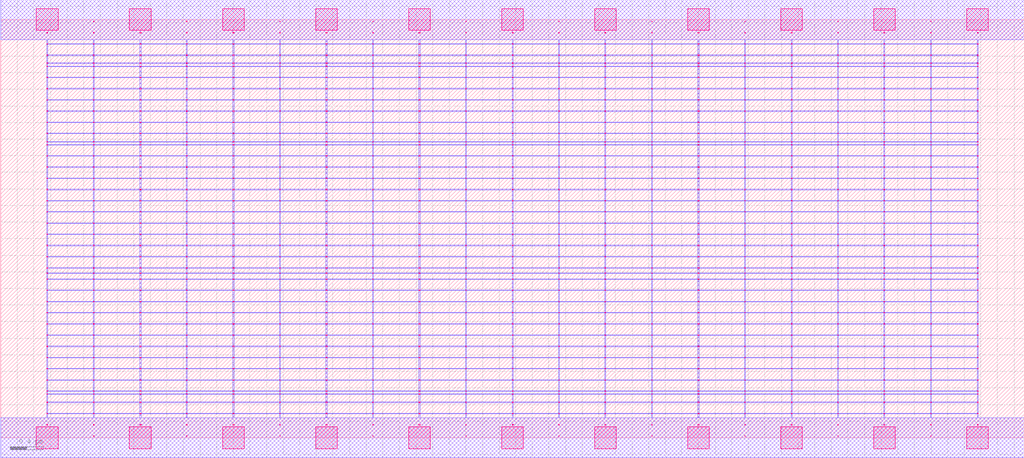
<source format=lef>
MACRO OOAOAI32111_DEBUG
 CLASS CORE ;
 FOREIGN OOAOAI32111_DEBUG 0 0 ;
 SIZE 12.32 BY 5.04 ;
 ORIGIN 0 0 ;
 SYMMETRY X Y R90 ;
 SITE unit ;

 OBS
    LAYER polycont ;
     RECT 6.15600000 2.58300000 6.16900000 2.59100000 ;
     RECT 6.15600000 2.71800000 6.16900000 2.72600000 ;
     RECT 6.15600000 2.85300000 6.16900000 2.86100000 ;
     RECT 6.15600000 2.98800000 6.16900000 2.99600000 ;
     RECT 8.39100000 2.58300000 8.40900000 2.59100000 ;
     RECT 8.95600000 2.58300000 8.96400000 2.59100000 ;
     RECT 9.51600000 2.58300000 9.52900000 2.59100000 ;
     RECT 10.07600000 2.58300000 10.08400000 2.59100000 ;
     RECT 10.63100000 2.58300000 10.64400000 2.59100000 ;
     RECT 11.19600000 2.58300000 11.20400000 2.59100000 ;
     RECT 11.75600000 2.58300000 11.76900000 2.59100000 ;
     RECT 6.71600000 2.58300000 6.72400000 2.59100000 ;
     RECT 6.71600000 2.71800000 6.72400000 2.72600000 ;
     RECT 7.27100000 2.71800000 7.28400000 2.72600000 ;
     RECT 7.83600000 2.71800000 7.84400000 2.72600000 ;
     RECT 8.39100000 2.71800000 8.40900000 2.72600000 ;
     RECT 8.95600000 2.71800000 8.96400000 2.72600000 ;
     RECT 9.51600000 2.71800000 9.52900000 2.72600000 ;
     RECT 10.07600000 2.71800000 10.08400000 2.72600000 ;
     RECT 10.63100000 2.71800000 10.64400000 2.72600000 ;
     RECT 11.19600000 2.71800000 11.20400000 2.72600000 ;
     RECT 11.75600000 2.71800000 11.76900000 2.72600000 ;
     RECT 7.27100000 2.58300000 7.28400000 2.59100000 ;
     RECT 6.71600000 2.85300000 6.72400000 2.86100000 ;
     RECT 7.27100000 2.85300000 7.28400000 2.86100000 ;
     RECT 7.83600000 2.85300000 7.84400000 2.86100000 ;
     RECT 8.39100000 2.85300000 8.40900000 2.86100000 ;
     RECT 8.95600000 2.85300000 8.96400000 2.86100000 ;
     RECT 9.51600000 2.85300000 9.52900000 2.86100000 ;
     RECT 10.07600000 2.85300000 10.08400000 2.86100000 ;
     RECT 10.63100000 2.85300000 10.64400000 2.86100000 ;
     RECT 11.19600000 2.85300000 11.20400000 2.86100000 ;
     RECT 11.75600000 2.85300000 11.76900000 2.86100000 ;
     RECT 7.83600000 2.58300000 7.84400000 2.59100000 ;
     RECT 6.71600000 2.98800000 6.72400000 2.99600000 ;
     RECT 7.27100000 2.98800000 7.28400000 2.99600000 ;
     RECT 7.83600000 2.98800000 7.84400000 2.99600000 ;
     RECT 8.39100000 2.98800000 8.40900000 2.99600000 ;
     RECT 8.95600000 2.98800000 8.96400000 2.99600000 ;
     RECT 9.51600000 2.98800000 9.52900000 2.99600000 ;
     RECT 10.07600000 2.98800000 10.08400000 2.99600000 ;
     RECT 10.63100000 2.98800000 10.64400000 2.99600000 ;
     RECT 11.19600000 2.98800000 11.20400000 2.99600000 ;
     RECT 11.75600000 2.98800000 11.76900000 2.99600000 ;
     RECT 6.71600000 3.12300000 6.72400000 3.13100000 ;
     RECT 10.07600000 3.12300000 10.08400000 3.13100000 ;
     RECT 6.71600000 3.25800000 6.72400000 3.26600000 ;
     RECT 10.07600000 3.25800000 10.08400000 3.26600000 ;
     RECT 6.71600000 3.39300000 6.72400000 3.40100000 ;
     RECT 10.07600000 3.39300000 10.08400000 3.40100000 ;
     RECT 6.71600000 3.52800000 6.72400000 3.53600000 ;
     RECT 10.07600000 3.52800000 10.08400000 3.53600000 ;
     RECT 6.71600000 3.56100000 6.72400000 3.56900000 ;
     RECT 10.07600000 3.56100000 10.08400000 3.56900000 ;
     RECT 6.71600000 3.66300000 6.72400000 3.67100000 ;
     RECT 10.07600000 3.66300000 10.08400000 3.67100000 ;
     RECT 6.71600000 3.79800000 6.72400000 3.80600000 ;
     RECT 10.07600000 3.79800000 10.08400000 3.80600000 ;
     RECT 6.71600000 3.93300000 6.72400000 3.94100000 ;
     RECT 10.07600000 3.93300000 10.08400000 3.94100000 ;
     RECT 6.71600000 4.06800000 6.72400000 4.07600000 ;
     RECT 10.07600000 4.06800000 10.08400000 4.07600000 ;
     RECT 6.71600000 4.20300000 6.72400000 4.21100000 ;
     RECT 10.07600000 4.20300000 10.08400000 4.21100000 ;
     RECT 6.71600000 4.33800000 6.72400000 4.34600000 ;
     RECT 10.07600000 4.33800000 10.08400000 4.34600000 ;
     RECT 6.71600000 4.47300000 6.72400000 4.48100000 ;
     RECT 10.07600000 4.47300000 10.08400000 4.48100000 ;
     RECT 6.71600000 4.51100000 6.72400000 4.51900000 ;
     RECT 10.07600000 4.51100000 10.08400000 4.51900000 ;
     RECT 6.71600000 4.60800000 6.72400000 4.61600000 ;
     RECT 10.07600000 4.60800000 10.08400000 4.61600000 ;
     RECT 6.71600000 4.74300000 6.72400000 4.75100000 ;
     RECT 10.07600000 4.74300000 10.08400000 4.75100000 ;
     RECT 6.71600000 4.87800000 6.72400000 4.88600000 ;
     RECT 10.07600000 4.87800000 10.08400000 4.88600000 ;
     RECT 3.91100000 2.58300000 3.92900000 2.59100000 ;
     RECT 4.47600000 2.58300000 4.48400000 2.59100000 ;
     RECT 5.03100000 2.58300000 5.04900000 2.59100000 ;
     RECT 5.59600000 2.58300000 5.60400000 2.59100000 ;
     RECT 0.55100000 2.58300000 0.56400000 2.59100000 ;
     RECT 0.55100000 2.71800000 0.56400000 2.72600000 ;
     RECT 0.55100000 2.85300000 0.56400000 2.86100000 ;
     RECT 1.11600000 2.85300000 1.12400000 2.86100000 ;
     RECT 1.67100000 2.85300000 1.68900000 2.86100000 ;
     RECT 2.23600000 2.85300000 2.24400000 2.86100000 ;
     RECT 2.79100000 2.85300000 2.80900000 2.86100000 ;
     RECT 3.35600000 2.85300000 3.36400000 2.86100000 ;
     RECT 3.91100000 2.85300000 3.92900000 2.86100000 ;
     RECT 4.47600000 2.85300000 4.48400000 2.86100000 ;
     RECT 5.03100000 2.85300000 5.04900000 2.86100000 ;
     RECT 5.59600000 2.85300000 5.60400000 2.86100000 ;
     RECT 1.11600000 2.71800000 1.12400000 2.72600000 ;
     RECT 1.67100000 2.71800000 1.68900000 2.72600000 ;
     RECT 2.23600000 2.71800000 2.24400000 2.72600000 ;
     RECT 2.79100000 2.71800000 2.80900000 2.72600000 ;
     RECT 3.35600000 2.71800000 3.36400000 2.72600000 ;
     RECT 3.91100000 2.71800000 3.92900000 2.72600000 ;
     RECT 4.47600000 2.71800000 4.48400000 2.72600000 ;
     RECT 5.03100000 2.71800000 5.04900000 2.72600000 ;
     RECT 5.59600000 2.71800000 5.60400000 2.72600000 ;
     RECT 1.11600000 2.58300000 1.12400000 2.59100000 ;
     RECT 1.67100000 2.58300000 1.68900000 2.59100000 ;
     RECT 0.55100000 2.98800000 0.56400000 2.99600000 ;
     RECT 1.11600000 2.98800000 1.12400000 2.99600000 ;
     RECT 1.67100000 2.98800000 1.68900000 2.99600000 ;
     RECT 2.23600000 2.98800000 2.24400000 2.99600000 ;
     RECT 2.79100000 2.98800000 2.80900000 2.99600000 ;
     RECT 3.35600000 2.98800000 3.36400000 2.99600000 ;
     RECT 3.91100000 2.98800000 3.92900000 2.99600000 ;
     RECT 4.47600000 2.98800000 4.48400000 2.99600000 ;
     RECT 5.03100000 2.98800000 5.04900000 2.99600000 ;
     RECT 5.59600000 2.98800000 5.60400000 2.99600000 ;
     RECT 2.23600000 2.58300000 2.24400000 2.59100000 ;
     RECT 2.79100000 2.58300000 2.80900000 2.59100000 ;
     RECT 3.35600000 2.58300000 3.36400000 2.59100000 ;
     RECT 6.71600000 2.31300000 6.72400000 2.32100000 ;
     RECT 8.95600000 2.31300000 8.96400000 2.32100000 ;
     RECT 6.71600000 2.44800000 6.72400000 2.45600000 ;
     RECT 8.95600000 2.44800000 8.96400000 2.45600000 ;
     RECT 6.71600000 0.15300000 6.72400000 0.16100000 ;
     RECT 8.95600000 0.15300000 8.96400000 0.16100000 ;
     RECT 6.71600000 0.28800000 6.72400000 0.29600000 ;
     RECT 8.95600000 0.28800000 8.96400000 0.29600000 ;
     RECT 6.71600000 0.42300000 6.72400000 0.43100000 ;
     RECT 8.95600000 0.42300000 8.96400000 0.43100000 ;
     RECT 6.71600000 0.52100000 6.72400000 0.52900000 ;
     RECT 8.95600000 0.52100000 8.96400000 0.52900000 ;
     RECT 6.71600000 0.55800000 6.72400000 0.56600000 ;
     RECT 8.95600000 0.55800000 8.96400000 0.56600000 ;
     RECT 6.71600000 0.69300000 6.72400000 0.70100000 ;
     RECT 8.95600000 0.69300000 8.96400000 0.70100000 ;
     RECT 6.71600000 0.82800000 6.72400000 0.83600000 ;
     RECT 8.95600000 0.82800000 8.96400000 0.83600000 ;
     RECT 6.71600000 0.96300000 6.72400000 0.97100000 ;
     RECT 8.95600000 0.96300000 8.96400000 0.97100000 ;
     RECT 6.71600000 1.09800000 6.72400000 1.10600000 ;
     RECT 8.95600000 1.09800000 8.96400000 1.10600000 ;
     RECT 6.71600000 1.23300000 6.72400000 1.24100000 ;
     RECT 8.95600000 1.23300000 8.96400000 1.24100000 ;
     RECT 6.71600000 1.36800000 6.72400000 1.37600000 ;
     RECT 8.95600000 1.36800000 8.96400000 1.37600000 ;
     RECT 6.71600000 1.50300000 6.72400000 1.51100000 ;
     RECT 8.95600000 1.50300000 8.96400000 1.51100000 ;
     RECT 6.71600000 1.63800000 6.72400000 1.64600000 ;
     RECT 8.95600000 1.63800000 8.96400000 1.64600000 ;
     RECT 6.71600000 1.77300000 6.72400000 1.78100000 ;
     RECT 8.95600000 1.77300000 8.96400000 1.78100000 ;
     RECT 6.71600000 1.90800000 6.72400000 1.91600000 ;
     RECT 8.95600000 1.90800000 8.96400000 1.91600000 ;
     RECT 6.71600000 1.98100000 6.72400000 1.98900000 ;
     RECT 8.95600000 1.98100000 8.96400000 1.98900000 ;
     RECT 6.71600000 2.04300000 6.72400000 2.05100000 ;
     RECT 8.95600000 2.04300000 8.96400000 2.05100000 ;
     RECT 6.71600000 2.17800000 6.72400000 2.18600000 ;
     RECT 8.95600000 2.17800000 8.96400000 2.18600000 ;

    LAYER pdiffc ;
     RECT 0.55100000 3.39300000 0.55900000 3.40100000 ;
     RECT 6.16100000 3.39300000 6.16900000 3.40100000 ;
     RECT 7.27100000 3.39300000 7.27900000 3.40100000 ;
     RECT 9.52100000 3.39300000 9.52900000 3.40100000 ;
     RECT 10.63100000 3.39300000 10.63900000 3.40100000 ;
     RECT 11.76100000 3.39300000 11.76900000 3.40100000 ;
     RECT 0.55100000 3.52800000 0.55900000 3.53600000 ;
     RECT 6.16100000 3.52800000 6.16900000 3.53600000 ;
     RECT 7.27100000 3.52800000 7.27900000 3.53600000 ;
     RECT 9.52100000 3.52800000 9.52900000 3.53600000 ;
     RECT 10.63100000 3.52800000 10.63900000 3.53600000 ;
     RECT 11.76100000 3.52800000 11.76900000 3.53600000 ;
     RECT 0.55100000 3.56100000 0.55900000 3.56900000 ;
     RECT 6.16100000 3.56100000 6.16900000 3.56900000 ;
     RECT 7.27100000 3.56100000 7.27900000 3.56900000 ;
     RECT 9.52100000 3.56100000 9.52900000 3.56900000 ;
     RECT 10.63100000 3.56100000 10.63900000 3.56900000 ;
     RECT 11.76100000 3.56100000 11.76900000 3.56900000 ;
     RECT 0.55100000 3.66300000 0.55900000 3.67100000 ;
     RECT 6.16100000 3.66300000 6.16900000 3.67100000 ;
     RECT 7.27100000 3.66300000 7.27900000 3.67100000 ;
     RECT 9.52100000 3.66300000 9.52900000 3.67100000 ;
     RECT 10.63100000 3.66300000 10.63900000 3.67100000 ;
     RECT 11.76100000 3.66300000 11.76900000 3.67100000 ;
     RECT 0.55100000 3.79800000 0.55900000 3.80600000 ;
     RECT 6.16100000 3.79800000 6.16900000 3.80600000 ;
     RECT 7.27100000 3.79800000 7.27900000 3.80600000 ;
     RECT 9.52100000 3.79800000 9.52900000 3.80600000 ;
     RECT 10.63100000 3.79800000 10.63900000 3.80600000 ;
     RECT 11.76100000 3.79800000 11.76900000 3.80600000 ;
     RECT 0.55100000 3.93300000 0.55900000 3.94100000 ;
     RECT 6.16100000 3.93300000 6.16900000 3.94100000 ;
     RECT 7.27100000 3.93300000 7.27900000 3.94100000 ;
     RECT 9.52100000 3.93300000 9.52900000 3.94100000 ;
     RECT 10.63100000 3.93300000 10.63900000 3.94100000 ;
     RECT 11.76100000 3.93300000 11.76900000 3.94100000 ;
     RECT 0.55100000 4.06800000 0.55900000 4.07600000 ;
     RECT 6.16100000 4.06800000 6.16900000 4.07600000 ;
     RECT 7.27100000 4.06800000 7.27900000 4.07600000 ;
     RECT 9.52100000 4.06800000 9.52900000 4.07600000 ;
     RECT 10.63100000 4.06800000 10.63900000 4.07600000 ;
     RECT 11.76100000 4.06800000 11.76900000 4.07600000 ;
     RECT 0.55100000 4.20300000 0.55900000 4.21100000 ;
     RECT 6.16100000 4.20300000 6.16900000 4.21100000 ;
     RECT 7.27100000 4.20300000 7.27900000 4.21100000 ;
     RECT 9.52100000 4.20300000 9.52900000 4.21100000 ;
     RECT 10.63100000 4.20300000 10.63900000 4.21100000 ;
     RECT 11.76100000 4.20300000 11.76900000 4.21100000 ;
     RECT 0.55100000 4.33800000 0.55900000 4.34600000 ;
     RECT 6.16100000 4.33800000 6.16900000 4.34600000 ;
     RECT 7.27100000 4.33800000 7.27900000 4.34600000 ;
     RECT 9.52100000 4.33800000 9.52900000 4.34600000 ;
     RECT 10.63100000 4.33800000 10.63900000 4.34600000 ;
     RECT 11.76100000 4.33800000 11.76900000 4.34600000 ;
     RECT 0.55100000 4.47300000 0.55900000 4.48100000 ;
     RECT 6.16100000 4.47300000 6.16900000 4.48100000 ;
     RECT 7.27100000 4.47300000 7.27900000 4.48100000 ;
     RECT 9.52100000 4.47300000 9.52900000 4.48100000 ;
     RECT 10.63100000 4.47300000 10.63900000 4.48100000 ;
     RECT 11.76100000 4.47300000 11.76900000 4.48100000 ;
     RECT 0.55100000 4.51100000 0.55900000 4.51900000 ;
     RECT 6.16100000 4.51100000 6.16900000 4.51900000 ;
     RECT 7.27100000 4.51100000 7.27900000 4.51900000 ;
     RECT 9.52100000 4.51100000 9.52900000 4.51900000 ;
     RECT 10.63100000 4.51100000 10.63900000 4.51900000 ;
     RECT 11.76100000 4.51100000 11.76900000 4.51900000 ;
     RECT 0.55100000 4.60800000 0.55900000 4.61600000 ;
     RECT 6.16100000 4.60800000 6.16900000 4.61600000 ;
     RECT 7.27100000 4.60800000 7.27900000 4.61600000 ;
     RECT 9.52100000 4.60800000 9.52900000 4.61600000 ;
     RECT 10.63100000 4.60800000 10.63900000 4.61600000 ;
     RECT 11.76100000 4.60800000 11.76900000 4.61600000 ;

    LAYER ndiffc ;
     RECT 6.15600000 0.42300000 6.16900000 0.43100000 ;
     RECT 6.15600000 0.52100000 6.16900000 0.52900000 ;
     RECT 6.15600000 0.55800000 6.16900000 0.56600000 ;
     RECT 6.15600000 0.69300000 6.16900000 0.70100000 ;
     RECT 6.15600000 0.82800000 6.16900000 0.83600000 ;
     RECT 6.15600000 0.96300000 6.16900000 0.97100000 ;
     RECT 6.15600000 1.09800000 6.16900000 1.10600000 ;
     RECT 6.15600000 1.23300000 6.16900000 1.24100000 ;
     RECT 6.15600000 1.36800000 6.16900000 1.37600000 ;
     RECT 6.15600000 1.50300000 6.16900000 1.51100000 ;
     RECT 6.15600000 1.63800000 6.16900000 1.64600000 ;
     RECT 6.15600000 1.77300000 6.16900000 1.78100000 ;
     RECT 6.15600000 1.90800000 6.16900000 1.91600000 ;
     RECT 6.15600000 1.98100000 6.16900000 1.98900000 ;
     RECT 6.15600000 2.04300000 6.16900000 2.05100000 ;
     RECT 9.51600000 0.55800000 9.52900000 0.56600000 ;
     RECT 10.63100000 0.55800000 10.64400000 0.56600000 ;
     RECT 11.75600000 0.55800000 11.76900000 0.56600000 ;
     RECT 9.51600000 0.42300000 9.52900000 0.43100000 ;
     RECT 7.27100000 0.69300000 7.28400000 0.70100000 ;
     RECT 8.39100000 0.69300000 8.40900000 0.70100000 ;
     RECT 9.51600000 0.69300000 9.52900000 0.70100000 ;
     RECT 10.63100000 0.69300000 10.64400000 0.70100000 ;
     RECT 11.75600000 0.69300000 11.76900000 0.70100000 ;
     RECT 10.63100000 0.42300000 10.64400000 0.43100000 ;
     RECT 7.27100000 0.82800000 7.28400000 0.83600000 ;
     RECT 8.39100000 0.82800000 8.40900000 0.83600000 ;
     RECT 9.51600000 0.82800000 9.52900000 0.83600000 ;
     RECT 10.63100000 0.82800000 10.64400000 0.83600000 ;
     RECT 11.75600000 0.82800000 11.76900000 0.83600000 ;
     RECT 11.75600000 0.42300000 11.76900000 0.43100000 ;
     RECT 7.27100000 0.96300000 7.28400000 0.97100000 ;
     RECT 8.39100000 0.96300000 8.40900000 0.97100000 ;
     RECT 9.51600000 0.96300000 9.52900000 0.97100000 ;
     RECT 10.63100000 0.96300000 10.64400000 0.97100000 ;
     RECT 11.75600000 0.96300000 11.76900000 0.97100000 ;
     RECT 7.27100000 0.42300000 7.28400000 0.43100000 ;
     RECT 7.27100000 1.09800000 7.28400000 1.10600000 ;
     RECT 8.39100000 1.09800000 8.40900000 1.10600000 ;
     RECT 9.51600000 1.09800000 9.52900000 1.10600000 ;
     RECT 10.63100000 1.09800000 10.64400000 1.10600000 ;
     RECT 11.75600000 1.09800000 11.76900000 1.10600000 ;
     RECT 7.27100000 0.52100000 7.28400000 0.52900000 ;
     RECT 7.27100000 1.23300000 7.28400000 1.24100000 ;
     RECT 8.39100000 1.23300000 8.40900000 1.24100000 ;
     RECT 9.51600000 1.23300000 9.52900000 1.24100000 ;
     RECT 10.63100000 1.23300000 10.64400000 1.24100000 ;
     RECT 11.75600000 1.23300000 11.76900000 1.24100000 ;
     RECT 8.39100000 0.52100000 8.40900000 0.52900000 ;
     RECT 7.27100000 1.36800000 7.28400000 1.37600000 ;
     RECT 8.39100000 1.36800000 8.40900000 1.37600000 ;
     RECT 9.51600000 1.36800000 9.52900000 1.37600000 ;
     RECT 10.63100000 1.36800000 10.64400000 1.37600000 ;
     RECT 11.75600000 1.36800000 11.76900000 1.37600000 ;
     RECT 9.51600000 0.52100000 9.52900000 0.52900000 ;
     RECT 7.27100000 1.50300000 7.28400000 1.51100000 ;
     RECT 8.39100000 1.50300000 8.40900000 1.51100000 ;
     RECT 9.51600000 1.50300000 9.52900000 1.51100000 ;
     RECT 10.63100000 1.50300000 10.64400000 1.51100000 ;
     RECT 11.75600000 1.50300000 11.76900000 1.51100000 ;
     RECT 10.63100000 0.52100000 10.64400000 0.52900000 ;
     RECT 7.27100000 1.63800000 7.28400000 1.64600000 ;
     RECT 8.39100000 1.63800000 8.40900000 1.64600000 ;
     RECT 9.51600000 1.63800000 9.52900000 1.64600000 ;
     RECT 10.63100000 1.63800000 10.64400000 1.64600000 ;
     RECT 11.75600000 1.63800000 11.76900000 1.64600000 ;
     RECT 11.75600000 0.52100000 11.76900000 0.52900000 ;
     RECT 7.27100000 1.77300000 7.28400000 1.78100000 ;
     RECT 8.39100000 1.77300000 8.40900000 1.78100000 ;
     RECT 9.51600000 1.77300000 9.52900000 1.78100000 ;
     RECT 10.63100000 1.77300000 10.64400000 1.78100000 ;
     RECT 11.75600000 1.77300000 11.76900000 1.78100000 ;
     RECT 8.39100000 0.42300000 8.40900000 0.43100000 ;
     RECT 7.27100000 1.90800000 7.28400000 1.91600000 ;
     RECT 8.39100000 1.90800000 8.40900000 1.91600000 ;
     RECT 9.51600000 1.90800000 9.52900000 1.91600000 ;
     RECT 10.63100000 1.90800000 10.64400000 1.91600000 ;
     RECT 11.75600000 1.90800000 11.76900000 1.91600000 ;
     RECT 7.27100000 0.55800000 7.28400000 0.56600000 ;
     RECT 7.27100000 1.98100000 7.28400000 1.98900000 ;
     RECT 8.39100000 1.98100000 8.40900000 1.98900000 ;
     RECT 9.51600000 1.98100000 9.52900000 1.98900000 ;
     RECT 10.63100000 1.98100000 10.64400000 1.98900000 ;
     RECT 11.75600000 1.98100000 11.76900000 1.98900000 ;
     RECT 8.39100000 0.55800000 8.40900000 0.56600000 ;
     RECT 7.27100000 2.04300000 7.28400000 2.05100000 ;
     RECT 8.39100000 2.04300000 8.40900000 2.05100000 ;
     RECT 9.51600000 2.04300000 9.52900000 2.05100000 ;
     RECT 10.63100000 2.04300000 10.64400000 2.05100000 ;
     RECT 11.75600000 2.04300000 11.76900000 2.05100000 ;
     RECT 2.79100000 1.36800000 2.80900000 1.37600000 ;
     RECT 3.91100000 1.36800000 3.92900000 1.37600000 ;
     RECT 5.03100000 1.36800000 5.04900000 1.37600000 ;
     RECT 5.03100000 0.82800000 5.04900000 0.83600000 ;
     RECT 2.79100000 0.55800000 2.80900000 0.56600000 ;
     RECT 3.91100000 0.55800000 3.92900000 0.56600000 ;
     RECT 5.03100000 0.55800000 5.04900000 0.56600000 ;
     RECT 1.67100000 0.52100000 1.68900000 0.52900000 ;
     RECT 2.79100000 0.52100000 2.80900000 0.52900000 ;
     RECT 0.55100000 1.50300000 0.56400000 1.51100000 ;
     RECT 1.67100000 1.50300000 1.68900000 1.51100000 ;
     RECT 2.79100000 1.50300000 2.80900000 1.51100000 ;
     RECT 3.91100000 1.50300000 3.92900000 1.51100000 ;
     RECT 5.03100000 1.50300000 5.04900000 1.51100000 ;
     RECT 3.91100000 0.52100000 3.92900000 0.52900000 ;
     RECT 0.55100000 0.96300000 0.56400000 0.97100000 ;
     RECT 1.67100000 0.96300000 1.68900000 0.97100000 ;
     RECT 2.79100000 0.96300000 2.80900000 0.97100000 ;
     RECT 3.91100000 0.96300000 3.92900000 0.97100000 ;
     RECT 5.03100000 0.96300000 5.04900000 0.97100000 ;
     RECT 0.55100000 1.63800000 0.56400000 1.64600000 ;
     RECT 1.67100000 1.63800000 1.68900000 1.64600000 ;
     RECT 2.79100000 1.63800000 2.80900000 1.64600000 ;
     RECT 3.91100000 1.63800000 3.92900000 1.64600000 ;
     RECT 5.03100000 1.63800000 5.04900000 1.64600000 ;
     RECT 5.03100000 0.52100000 5.04900000 0.52900000 ;
     RECT 1.67100000 0.42300000 1.68900000 0.43100000 ;
     RECT 2.79100000 0.42300000 2.80900000 0.43100000 ;
     RECT 0.55100000 0.69300000 0.56400000 0.70100000 ;
     RECT 1.67100000 0.69300000 1.68900000 0.70100000 ;
     RECT 2.79100000 0.69300000 2.80900000 0.70100000 ;
     RECT 0.55100000 1.77300000 0.56400000 1.78100000 ;
     RECT 1.67100000 1.77300000 1.68900000 1.78100000 ;
     RECT 2.79100000 1.77300000 2.80900000 1.78100000 ;
     RECT 3.91100000 1.77300000 3.92900000 1.78100000 ;
     RECT 5.03100000 1.77300000 5.04900000 1.78100000 ;
     RECT 0.55100000 1.09800000 0.56400000 1.10600000 ;
     RECT 1.67100000 1.09800000 1.68900000 1.10600000 ;
     RECT 2.79100000 1.09800000 2.80900000 1.10600000 ;
     RECT 3.91100000 1.09800000 3.92900000 1.10600000 ;
     RECT 5.03100000 1.09800000 5.04900000 1.10600000 ;
     RECT 3.91100000 0.69300000 3.92900000 0.70100000 ;
     RECT 0.55100000 1.90800000 0.56400000 1.91600000 ;
     RECT 1.67100000 1.90800000 1.68900000 1.91600000 ;
     RECT 2.79100000 1.90800000 2.80900000 1.91600000 ;
     RECT 3.91100000 1.90800000 3.92900000 1.91600000 ;
     RECT 5.03100000 1.90800000 5.04900000 1.91600000 ;
     RECT 5.03100000 0.69300000 5.04900000 0.70100000 ;
     RECT 3.91100000 0.42300000 3.92900000 0.43100000 ;
     RECT 5.03100000 0.42300000 5.04900000 0.43100000 ;
     RECT 0.55100000 0.42300000 0.56400000 0.43100000 ;
     RECT 0.55100000 0.52100000 0.56400000 0.52900000 ;
     RECT 0.55100000 1.23300000 0.56400000 1.24100000 ;
     RECT 0.55100000 1.98100000 0.56400000 1.98900000 ;
     RECT 1.67100000 1.98100000 1.68900000 1.98900000 ;
     RECT 2.79100000 1.98100000 2.80900000 1.98900000 ;
     RECT 3.91100000 1.98100000 3.92900000 1.98900000 ;
     RECT 5.03100000 1.98100000 5.04900000 1.98900000 ;
     RECT 1.67100000 1.23300000 1.68900000 1.24100000 ;
     RECT 2.79100000 1.23300000 2.80900000 1.24100000 ;
     RECT 3.91100000 1.23300000 3.92900000 1.24100000 ;
     RECT 5.03100000 1.23300000 5.04900000 1.24100000 ;
     RECT 0.55100000 0.55800000 0.56400000 0.56600000 ;
     RECT 1.67100000 0.55800000 1.68900000 0.56600000 ;
     RECT 0.55100000 2.04300000 0.56400000 2.05100000 ;
     RECT 1.67100000 2.04300000 1.68900000 2.05100000 ;
     RECT 2.79100000 2.04300000 2.80900000 2.05100000 ;
     RECT 3.91100000 2.04300000 3.92900000 2.05100000 ;
     RECT 5.03100000 2.04300000 5.04900000 2.05100000 ;
     RECT 0.55100000 0.82800000 0.56400000 0.83600000 ;
     RECT 1.67100000 0.82800000 1.68900000 0.83600000 ;
     RECT 2.79100000 0.82800000 2.80900000 0.83600000 ;
     RECT 3.91100000 0.82800000 3.92900000 0.83600000 ;
     RECT 0.55100000 1.36800000 0.56400000 1.37600000 ;
     RECT 1.67100000 1.36800000 1.68900000 1.37600000 ;

    LAYER met1 ;
     RECT 0.00000000 -0.24000000 12.32000000 0.24000000 ;
     RECT 6.15600000 0.24000000 6.16900000 0.28800000 ;
     RECT 0.55100000 0.28800000 11.76900000 0.29600000 ;
     RECT 6.15600000 0.29600000 6.16900000 0.42300000 ;
     RECT 0.55100000 0.42300000 11.76900000 0.43100000 ;
     RECT 6.15600000 0.43100000 6.16900000 0.52100000 ;
     RECT 0.55100000 0.52100000 11.76900000 0.52900000 ;
     RECT 6.15600000 0.52900000 6.16900000 0.55800000 ;
     RECT 0.55100000 0.55800000 11.76900000 0.56600000 ;
     RECT 6.15600000 0.56600000 6.16900000 0.69300000 ;
     RECT 0.55100000 0.69300000 11.76900000 0.70100000 ;
     RECT 6.15600000 0.70100000 6.16900000 0.82800000 ;
     RECT 0.55100000 0.82800000 11.76900000 0.83600000 ;
     RECT 6.15600000 0.83600000 6.16900000 0.96300000 ;
     RECT 0.55100000 0.96300000 11.76900000 0.97100000 ;
     RECT 6.15600000 0.97100000 6.16900000 1.09800000 ;
     RECT 0.55100000 1.09800000 11.76900000 1.10600000 ;
     RECT 6.15600000 1.10600000 6.16900000 1.23300000 ;
     RECT 0.55100000 1.23300000 11.76900000 1.24100000 ;
     RECT 6.15600000 1.24100000 6.16900000 1.36800000 ;
     RECT 0.55100000 1.36800000 11.76900000 1.37600000 ;
     RECT 6.15600000 1.37600000 6.16900000 1.50300000 ;
     RECT 0.55100000 1.50300000 11.76900000 1.51100000 ;
     RECT 6.15600000 1.51100000 6.16900000 1.63800000 ;
     RECT 0.55100000 1.63800000 11.76900000 1.64600000 ;
     RECT 6.15600000 1.64600000 6.16900000 1.77300000 ;
     RECT 0.55100000 1.77300000 11.76900000 1.78100000 ;
     RECT 6.15600000 1.78100000 6.16900000 1.90800000 ;
     RECT 0.55100000 1.90800000 11.76900000 1.91600000 ;
     RECT 6.15600000 1.91600000 6.16900000 1.98100000 ;
     RECT 0.55100000 1.98100000 11.76900000 1.98900000 ;
     RECT 6.15600000 1.98900000 6.16900000 2.04300000 ;
     RECT 0.55100000 2.04300000 11.76900000 2.05100000 ;
     RECT 6.15600000 2.05100000 6.16900000 2.17800000 ;
     RECT 0.55100000 2.17800000 11.76900000 2.18600000 ;
     RECT 6.15600000 2.18600000 6.16900000 2.31300000 ;
     RECT 0.55100000 2.31300000 11.76900000 2.32100000 ;
     RECT 6.15600000 2.32100000 6.16900000 2.44800000 ;
     RECT 0.55100000 2.44800000 11.76900000 2.45600000 ;
     RECT 0.55100000 2.45600000 0.56400000 2.58300000 ;
     RECT 1.11600000 2.45600000 1.12400000 2.58300000 ;
     RECT 1.67100000 2.45600000 1.68900000 2.58300000 ;
     RECT 2.23600000 2.45600000 2.24400000 2.58300000 ;
     RECT 2.79100000 2.45600000 2.80900000 2.58300000 ;
     RECT 3.35600000 2.45600000 3.36400000 2.58300000 ;
     RECT 3.91100000 2.45600000 3.92900000 2.58300000 ;
     RECT 4.47600000 2.45600000 4.48400000 2.58300000 ;
     RECT 5.03100000 2.45600000 5.04900000 2.58300000 ;
     RECT 5.59600000 2.45600000 5.60400000 2.58300000 ;
     RECT 6.15600000 2.45600000 6.16900000 2.58300000 ;
     RECT 6.71600000 2.45600000 6.72400000 2.58300000 ;
     RECT 7.27100000 2.45600000 7.28400000 2.58300000 ;
     RECT 7.83600000 2.45600000 7.84400000 2.58300000 ;
     RECT 8.39100000 2.45600000 8.40900000 2.58300000 ;
     RECT 8.95600000 2.45600000 8.96400000 2.58300000 ;
     RECT 9.51600000 2.45600000 9.52900000 2.58300000 ;
     RECT 10.07600000 2.45600000 10.08400000 2.58300000 ;
     RECT 10.63100000 2.45600000 10.64400000 2.58300000 ;
     RECT 11.19600000 2.45600000 11.20400000 2.58300000 ;
     RECT 11.75600000 2.45600000 11.76900000 2.58300000 ;
     RECT 0.55100000 2.58300000 11.76900000 2.59100000 ;
     RECT 6.15600000 2.59100000 6.16900000 2.71800000 ;
     RECT 0.55100000 2.71800000 11.76900000 2.72600000 ;
     RECT 6.15600000 2.72600000 6.16900000 2.85300000 ;
     RECT 0.55100000 2.85300000 11.76900000 2.86100000 ;
     RECT 6.15600000 2.86100000 6.16900000 2.98800000 ;
     RECT 0.55100000 2.98800000 11.76900000 2.99600000 ;
     RECT 6.15600000 2.99600000 6.16900000 3.12300000 ;
     RECT 0.55100000 3.12300000 11.76900000 3.13100000 ;
     RECT 6.15600000 3.13100000 6.16900000 3.25800000 ;
     RECT 0.55100000 3.25800000 11.76900000 3.26600000 ;
     RECT 6.15600000 3.26600000 6.16900000 3.39300000 ;
     RECT 0.55100000 3.39300000 11.76900000 3.40100000 ;
     RECT 6.15600000 3.40100000 6.16900000 3.52800000 ;
     RECT 0.55100000 3.52800000 11.76900000 3.53600000 ;
     RECT 6.15600000 3.53600000 6.16900000 3.56100000 ;
     RECT 0.55100000 3.56100000 11.76900000 3.56900000 ;
     RECT 6.15600000 3.56900000 6.16900000 3.66300000 ;
     RECT 0.55100000 3.66300000 11.76900000 3.67100000 ;
     RECT 6.15600000 3.67100000 6.16900000 3.79800000 ;
     RECT 0.55100000 3.79800000 11.76900000 3.80600000 ;
     RECT 6.15600000 3.80600000 6.16900000 3.93300000 ;
     RECT 0.55100000 3.93300000 11.76900000 3.94100000 ;
     RECT 6.15600000 3.94100000 6.16900000 4.06800000 ;
     RECT 0.55100000 4.06800000 11.76900000 4.07600000 ;
     RECT 6.15600000 4.07600000 6.16900000 4.20300000 ;
     RECT 0.55100000 4.20300000 11.76900000 4.21100000 ;
     RECT 6.15600000 4.21100000 6.16900000 4.33800000 ;
     RECT 0.55100000 4.33800000 11.76900000 4.34600000 ;
     RECT 6.15600000 4.34600000 6.16900000 4.47300000 ;
     RECT 0.55100000 4.47300000 11.76900000 4.48100000 ;
     RECT 6.15600000 4.48100000 6.16900000 4.51100000 ;
     RECT 0.55100000 4.51100000 11.76900000 4.51900000 ;
     RECT 6.15600000 4.51900000 6.16900000 4.60800000 ;
     RECT 0.55100000 4.60800000 11.76900000 4.61600000 ;
     RECT 6.15600000 4.61600000 6.16900000 4.74300000 ;
     RECT 0.55100000 4.74300000 11.76900000 4.75100000 ;
     RECT 6.15600000 4.75100000 6.16900000 4.80000000 ;
     RECT 0.00000000 4.80000000 12.32000000 5.28000000 ;
     RECT 6.71600000 3.80600000 6.72400000 3.93300000 ;
     RECT 7.27100000 3.80600000 7.28400000 3.93300000 ;
     RECT 7.83600000 3.80600000 7.84400000 3.93300000 ;
     RECT 8.39100000 3.80600000 8.40900000 3.93300000 ;
     RECT 8.95600000 3.80600000 8.96400000 3.93300000 ;
     RECT 9.51600000 3.80600000 9.52900000 3.93300000 ;
     RECT 10.07600000 3.80600000 10.08400000 3.93300000 ;
     RECT 10.63100000 3.80600000 10.64400000 3.93300000 ;
     RECT 11.19600000 3.80600000 11.20400000 3.93300000 ;
     RECT 11.75600000 3.80600000 11.76900000 3.93300000 ;
     RECT 9.51600000 3.94100000 9.52900000 4.06800000 ;
     RECT 10.07600000 3.94100000 10.08400000 4.06800000 ;
     RECT 10.63100000 3.94100000 10.64400000 4.06800000 ;
     RECT 11.19600000 3.94100000 11.20400000 4.06800000 ;
     RECT 11.75600000 3.94100000 11.76900000 4.06800000 ;
     RECT 9.51600000 4.07600000 9.52900000 4.20300000 ;
     RECT 10.07600000 4.07600000 10.08400000 4.20300000 ;
     RECT 10.63100000 4.07600000 10.64400000 4.20300000 ;
     RECT 11.19600000 4.07600000 11.20400000 4.20300000 ;
     RECT 11.75600000 4.07600000 11.76900000 4.20300000 ;
     RECT 9.51600000 4.21100000 9.52900000 4.33800000 ;
     RECT 10.07600000 4.21100000 10.08400000 4.33800000 ;
     RECT 10.63100000 4.21100000 10.64400000 4.33800000 ;
     RECT 11.19600000 4.21100000 11.20400000 4.33800000 ;
     RECT 11.75600000 4.21100000 11.76900000 4.33800000 ;
     RECT 9.51600000 4.34600000 9.52900000 4.47300000 ;
     RECT 10.07600000 4.34600000 10.08400000 4.47300000 ;
     RECT 10.63100000 4.34600000 10.64400000 4.47300000 ;
     RECT 11.19600000 4.34600000 11.20400000 4.47300000 ;
     RECT 11.75600000 4.34600000 11.76900000 4.47300000 ;
     RECT 9.51600000 4.48100000 9.52900000 4.51100000 ;
     RECT 10.07600000 4.48100000 10.08400000 4.51100000 ;
     RECT 10.63100000 4.48100000 10.64400000 4.51100000 ;
     RECT 11.19600000 4.48100000 11.20400000 4.51100000 ;
     RECT 11.75600000 4.48100000 11.76900000 4.51100000 ;
     RECT 9.51600000 4.51900000 9.52900000 4.60800000 ;
     RECT 10.07600000 4.51900000 10.08400000 4.60800000 ;
     RECT 10.63100000 4.51900000 10.64400000 4.60800000 ;
     RECT 11.19600000 4.51900000 11.20400000 4.60800000 ;
     RECT 11.75600000 4.51900000 11.76900000 4.60800000 ;
     RECT 9.51600000 4.61600000 9.52900000 4.74300000 ;
     RECT 10.07600000 4.61600000 10.08400000 4.74300000 ;
     RECT 10.63100000 4.61600000 10.64400000 4.74300000 ;
     RECT 11.19600000 4.61600000 11.20400000 4.74300000 ;
     RECT 11.75600000 4.61600000 11.76900000 4.74300000 ;
     RECT 9.51600000 4.75100000 9.52900000 4.80000000 ;
     RECT 10.07600000 4.75100000 10.08400000 4.80000000 ;
     RECT 10.63100000 4.75100000 10.64400000 4.80000000 ;
     RECT 11.19600000 4.75100000 11.20400000 4.80000000 ;
     RECT 11.75600000 4.75100000 11.76900000 4.80000000 ;
     RECT 6.71600000 4.48100000 6.72400000 4.51100000 ;
     RECT 7.27100000 4.48100000 7.28400000 4.51100000 ;
     RECT 7.83600000 4.48100000 7.84400000 4.51100000 ;
     RECT 8.39100000 4.48100000 8.40900000 4.51100000 ;
     RECT 8.95600000 4.48100000 8.96400000 4.51100000 ;
     RECT 6.71600000 4.21100000 6.72400000 4.33800000 ;
     RECT 7.27100000 4.21100000 7.28400000 4.33800000 ;
     RECT 7.83600000 4.21100000 7.84400000 4.33800000 ;
     RECT 8.39100000 4.21100000 8.40900000 4.33800000 ;
     RECT 8.95600000 4.21100000 8.96400000 4.33800000 ;
     RECT 6.71600000 4.51900000 6.72400000 4.60800000 ;
     RECT 7.27100000 4.51900000 7.28400000 4.60800000 ;
     RECT 7.83600000 4.51900000 7.84400000 4.60800000 ;
     RECT 8.39100000 4.51900000 8.40900000 4.60800000 ;
     RECT 8.95600000 4.51900000 8.96400000 4.60800000 ;
     RECT 6.71600000 4.07600000 6.72400000 4.20300000 ;
     RECT 7.27100000 4.07600000 7.28400000 4.20300000 ;
     RECT 7.83600000 4.07600000 7.84400000 4.20300000 ;
     RECT 8.39100000 4.07600000 8.40900000 4.20300000 ;
     RECT 8.95600000 4.07600000 8.96400000 4.20300000 ;
     RECT 6.71600000 4.61600000 6.72400000 4.74300000 ;
     RECT 7.27100000 4.61600000 7.28400000 4.74300000 ;
     RECT 7.83600000 4.61600000 7.84400000 4.74300000 ;
     RECT 8.39100000 4.61600000 8.40900000 4.74300000 ;
     RECT 8.95600000 4.61600000 8.96400000 4.74300000 ;
     RECT 6.71600000 4.34600000 6.72400000 4.47300000 ;
     RECT 7.27100000 4.34600000 7.28400000 4.47300000 ;
     RECT 7.83600000 4.34600000 7.84400000 4.47300000 ;
     RECT 8.39100000 4.34600000 8.40900000 4.47300000 ;
     RECT 8.95600000 4.34600000 8.96400000 4.47300000 ;
     RECT 6.71600000 4.75100000 6.72400000 4.80000000 ;
     RECT 7.27100000 4.75100000 7.28400000 4.80000000 ;
     RECT 7.83600000 4.75100000 7.84400000 4.80000000 ;
     RECT 8.39100000 4.75100000 8.40900000 4.80000000 ;
     RECT 8.95600000 4.75100000 8.96400000 4.80000000 ;
     RECT 6.71600000 3.94100000 6.72400000 4.06800000 ;
     RECT 7.27100000 3.94100000 7.28400000 4.06800000 ;
     RECT 7.83600000 3.94100000 7.84400000 4.06800000 ;
     RECT 8.39100000 3.94100000 8.40900000 4.06800000 ;
     RECT 8.95600000 3.94100000 8.96400000 4.06800000 ;
     RECT 8.39100000 2.99600000 8.40900000 3.12300000 ;
     RECT 8.95600000 2.99600000 8.96400000 3.12300000 ;
     RECT 6.71600000 3.13100000 6.72400000 3.25800000 ;
     RECT 7.27100000 3.13100000 7.28400000 3.25800000 ;
     RECT 7.83600000 3.13100000 7.84400000 3.25800000 ;
     RECT 8.39100000 3.13100000 8.40900000 3.25800000 ;
     RECT 8.95600000 3.13100000 8.96400000 3.25800000 ;
     RECT 8.95600000 2.86100000 8.96400000 2.98800000 ;
     RECT 6.71600000 3.26600000 6.72400000 3.39300000 ;
     RECT 7.27100000 3.26600000 7.28400000 3.39300000 ;
     RECT 7.83600000 3.26600000 7.84400000 3.39300000 ;
     RECT 8.39100000 3.26600000 8.40900000 3.39300000 ;
     RECT 8.95600000 3.26600000 8.96400000 3.39300000 ;
     RECT 6.71600000 2.59100000 6.72400000 2.71800000 ;
     RECT 7.27100000 2.59100000 7.28400000 2.71800000 ;
     RECT 6.71600000 3.40100000 6.72400000 3.52800000 ;
     RECT 7.27100000 3.40100000 7.28400000 3.52800000 ;
     RECT 7.83600000 3.40100000 7.84400000 3.52800000 ;
     RECT 8.39100000 3.40100000 8.40900000 3.52800000 ;
     RECT 7.83600000 2.59100000 7.84400000 2.71800000 ;
     RECT 8.39100000 2.59100000 8.40900000 2.71800000 ;
     RECT 8.95600000 3.40100000 8.96400000 3.52800000 ;
     RECT 6.71600000 2.72600000 6.72400000 2.85300000 ;
     RECT 7.27100000 2.72600000 7.28400000 2.85300000 ;
     RECT 6.71600000 3.53600000 6.72400000 3.56100000 ;
     RECT 7.27100000 3.53600000 7.28400000 3.56100000 ;
     RECT 7.83600000 3.53600000 7.84400000 3.56100000 ;
     RECT 8.39100000 3.53600000 8.40900000 3.56100000 ;
     RECT 8.95600000 3.53600000 8.96400000 3.56100000 ;
     RECT 7.83600000 2.72600000 7.84400000 2.85300000 ;
     RECT 8.39100000 2.72600000 8.40900000 2.85300000 ;
     RECT 6.71600000 2.86100000 6.72400000 2.98800000 ;
     RECT 7.27100000 2.86100000 7.28400000 2.98800000 ;
     RECT 6.71600000 3.56900000 6.72400000 3.66300000 ;
     RECT 7.27100000 3.56900000 7.28400000 3.66300000 ;
     RECT 7.83600000 3.56900000 7.84400000 3.66300000 ;
     RECT 8.39100000 3.56900000 8.40900000 3.66300000 ;
     RECT 8.95600000 3.56900000 8.96400000 3.66300000 ;
     RECT 8.95600000 2.59100000 8.96400000 2.71800000 ;
     RECT 8.95600000 2.72600000 8.96400000 2.85300000 ;
     RECT 6.71600000 3.67100000 6.72400000 3.79800000 ;
     RECT 7.27100000 3.67100000 7.28400000 3.79800000 ;
     RECT 7.83600000 3.67100000 7.84400000 3.79800000 ;
     RECT 8.39100000 3.67100000 8.40900000 3.79800000 ;
     RECT 7.83600000 2.86100000 7.84400000 2.98800000 ;
     RECT 8.39100000 2.86100000 8.40900000 2.98800000 ;
     RECT 8.95600000 3.67100000 8.96400000 3.79800000 ;
     RECT 7.27100000 2.99600000 7.28400000 3.12300000 ;
     RECT 7.83600000 2.99600000 7.84400000 3.12300000 ;
     RECT 6.71600000 2.99600000 6.72400000 3.12300000 ;
     RECT 9.51600000 3.53600000 9.52900000 3.56100000 ;
     RECT 10.07600000 3.53600000 10.08400000 3.56100000 ;
     RECT 9.51600000 2.86100000 9.52900000 2.98800000 ;
     RECT 10.63100000 3.53600000 10.64400000 3.56100000 ;
     RECT 11.19600000 3.53600000 11.20400000 3.56100000 ;
     RECT 11.75600000 3.53600000 11.76900000 3.56100000 ;
     RECT 9.51600000 3.26600000 9.52900000 3.39300000 ;
     RECT 10.07600000 3.26600000 10.08400000 3.39300000 ;
     RECT 10.63100000 3.26600000 10.64400000 3.39300000 ;
     RECT 11.19600000 3.26600000 11.20400000 3.39300000 ;
     RECT 11.75600000 3.26600000 11.76900000 3.39300000 ;
     RECT 11.19600000 2.99600000 11.20400000 3.12300000 ;
     RECT 11.75600000 2.99600000 11.76900000 3.12300000 ;
     RECT 10.07600000 2.86100000 10.08400000 2.98800000 ;
     RECT 10.63100000 2.86100000 10.64400000 2.98800000 ;
     RECT 9.51600000 3.56900000 9.52900000 3.66300000 ;
     RECT 10.07600000 3.56900000 10.08400000 3.66300000 ;
     RECT 10.63100000 3.56900000 10.64400000 3.66300000 ;
     RECT 11.19600000 3.56900000 11.20400000 3.66300000 ;
     RECT 11.75600000 3.56900000 11.76900000 3.66300000 ;
     RECT 9.51600000 3.13100000 9.52900000 3.25800000 ;
     RECT 9.51600000 2.72600000 9.52900000 2.85300000 ;
     RECT 10.07600000 3.13100000 10.08400000 3.25800000 ;
     RECT 10.63100000 3.13100000 10.64400000 3.25800000 ;
     RECT 11.19600000 3.13100000 11.20400000 3.25800000 ;
     RECT 11.19600000 2.86100000 11.20400000 2.98800000 ;
     RECT 11.75600000 2.86100000 11.76900000 2.98800000 ;
     RECT 11.75600000 3.13100000 11.76900000 3.25800000 ;
     RECT 9.51600000 3.40100000 9.52900000 3.52800000 ;
     RECT 9.51600000 3.67100000 9.52900000 3.79800000 ;
     RECT 10.07600000 3.67100000 10.08400000 3.79800000 ;
     RECT 10.63100000 3.67100000 10.64400000 3.79800000 ;
     RECT 11.19600000 3.67100000 11.20400000 3.79800000 ;
     RECT 11.75600000 3.67100000 11.76900000 3.79800000 ;
     RECT 10.07600000 2.72600000 10.08400000 2.85300000 ;
     RECT 10.63100000 2.72600000 10.64400000 2.85300000 ;
     RECT 10.07600000 3.40100000 10.08400000 3.52800000 ;
     RECT 10.63100000 3.40100000 10.64400000 3.52800000 ;
     RECT 9.51600000 2.59100000 9.52900000 2.71800000 ;
     RECT 11.19600000 3.40100000 11.20400000 3.52800000 ;
     RECT 11.75600000 3.40100000 11.76900000 3.52800000 ;
     RECT 11.19600000 2.59100000 11.20400000 2.71800000 ;
     RECT 11.75600000 2.59100000 11.76900000 2.71800000 ;
     RECT 10.07600000 2.59100000 10.08400000 2.71800000 ;
     RECT 10.63100000 2.59100000 10.64400000 2.71800000 ;
     RECT 9.51600000 2.99600000 9.52900000 3.12300000 ;
     RECT 10.07600000 2.99600000 10.08400000 3.12300000 ;
     RECT 11.19600000 2.72600000 11.20400000 2.85300000 ;
     RECT 11.75600000 2.72600000 11.76900000 2.85300000 ;
     RECT 10.63100000 2.99600000 10.64400000 3.12300000 ;
     RECT 5.03100000 3.80600000 5.04900000 3.93300000 ;
     RECT 5.59600000 3.80600000 5.60400000 3.93300000 ;
     RECT 0.55100000 3.80600000 0.56400000 3.93300000 ;
     RECT 1.11600000 3.80600000 1.12400000 3.93300000 ;
     RECT 1.67100000 3.80600000 1.68900000 3.93300000 ;
     RECT 2.23600000 3.80600000 2.24400000 3.93300000 ;
     RECT 2.79100000 3.80600000 2.80900000 3.93300000 ;
     RECT 3.35600000 3.80600000 3.36400000 3.93300000 ;
     RECT 3.91100000 3.80600000 3.92900000 3.93300000 ;
     RECT 4.47600000 3.80600000 4.48400000 3.93300000 ;
     RECT 5.03100000 4.07600000 5.04900000 4.20300000 ;
     RECT 5.59600000 4.07600000 5.60400000 4.20300000 ;
     RECT 3.35600000 4.21100000 3.36400000 4.33800000 ;
     RECT 3.91100000 4.21100000 3.92900000 4.33800000 ;
     RECT 4.47600000 4.21100000 4.48400000 4.33800000 ;
     RECT 5.03100000 4.21100000 5.04900000 4.33800000 ;
     RECT 5.59600000 4.21100000 5.60400000 4.33800000 ;
     RECT 3.35600000 4.34600000 3.36400000 4.47300000 ;
     RECT 3.91100000 4.34600000 3.92900000 4.47300000 ;
     RECT 4.47600000 4.34600000 4.48400000 4.47300000 ;
     RECT 5.03100000 4.34600000 5.04900000 4.47300000 ;
     RECT 5.59600000 4.34600000 5.60400000 4.47300000 ;
     RECT 3.35600000 4.48100000 3.36400000 4.51100000 ;
     RECT 3.91100000 4.48100000 3.92900000 4.51100000 ;
     RECT 4.47600000 4.48100000 4.48400000 4.51100000 ;
     RECT 5.03100000 4.48100000 5.04900000 4.51100000 ;
     RECT 5.59600000 4.48100000 5.60400000 4.51100000 ;
     RECT 3.35600000 4.51900000 3.36400000 4.60800000 ;
     RECT 3.91100000 4.51900000 3.92900000 4.60800000 ;
     RECT 4.47600000 4.51900000 4.48400000 4.60800000 ;
     RECT 5.03100000 4.51900000 5.04900000 4.60800000 ;
     RECT 5.59600000 4.51900000 5.60400000 4.60800000 ;
     RECT 3.35600000 4.61600000 3.36400000 4.74300000 ;
     RECT 3.91100000 4.61600000 3.92900000 4.74300000 ;
     RECT 4.47600000 4.61600000 4.48400000 4.74300000 ;
     RECT 5.03100000 4.61600000 5.04900000 4.74300000 ;
     RECT 5.59600000 4.61600000 5.60400000 4.74300000 ;
     RECT 3.35600000 4.75100000 3.36400000 4.80000000 ;
     RECT 3.91100000 4.75100000 3.92900000 4.80000000 ;
     RECT 4.47600000 4.75100000 4.48400000 4.80000000 ;
     RECT 5.03100000 4.75100000 5.04900000 4.80000000 ;
     RECT 5.59600000 4.75100000 5.60400000 4.80000000 ;
     RECT 3.35600000 3.94100000 3.36400000 4.06800000 ;
     RECT 3.91100000 3.94100000 3.92900000 4.06800000 ;
     RECT 4.47600000 3.94100000 4.48400000 4.06800000 ;
     RECT 5.03100000 3.94100000 5.04900000 4.06800000 ;
     RECT 5.59600000 3.94100000 5.60400000 4.06800000 ;
     RECT 3.35600000 4.07600000 3.36400000 4.20300000 ;
     RECT 3.91100000 4.07600000 3.92900000 4.20300000 ;
     RECT 4.47600000 4.07600000 4.48400000 4.20300000 ;
     RECT 2.23600000 4.21100000 2.24400000 4.33800000 ;
     RECT 2.79100000 4.21100000 2.80900000 4.33800000 ;
     RECT 0.55100000 4.51900000 0.56400000 4.60800000 ;
     RECT 1.11600000 4.51900000 1.12400000 4.60800000 ;
     RECT 1.67100000 4.51900000 1.68900000 4.60800000 ;
     RECT 2.23600000 4.51900000 2.24400000 4.60800000 ;
     RECT 2.79100000 4.51900000 2.80900000 4.60800000 ;
     RECT 0.55100000 4.07600000 0.56400000 4.20300000 ;
     RECT 1.11600000 4.07600000 1.12400000 4.20300000 ;
     RECT 1.67100000 4.07600000 1.68900000 4.20300000 ;
     RECT 2.23600000 4.07600000 2.24400000 4.20300000 ;
     RECT 2.79100000 4.07600000 2.80900000 4.20300000 ;
     RECT 0.55100000 4.61600000 0.56400000 4.74300000 ;
     RECT 1.11600000 4.61600000 1.12400000 4.74300000 ;
     RECT 1.67100000 4.61600000 1.68900000 4.74300000 ;
     RECT 2.23600000 4.61600000 2.24400000 4.74300000 ;
     RECT 2.79100000 4.61600000 2.80900000 4.74300000 ;
     RECT 0.55100000 4.34600000 0.56400000 4.47300000 ;
     RECT 1.11600000 4.34600000 1.12400000 4.47300000 ;
     RECT 1.67100000 4.34600000 1.68900000 4.47300000 ;
     RECT 2.23600000 4.34600000 2.24400000 4.47300000 ;
     RECT 2.79100000 4.34600000 2.80900000 4.47300000 ;
     RECT 0.55100000 4.75100000 0.56400000 4.80000000 ;
     RECT 1.11600000 4.75100000 1.12400000 4.80000000 ;
     RECT 1.67100000 4.75100000 1.68900000 4.80000000 ;
     RECT 2.23600000 4.75100000 2.24400000 4.80000000 ;
     RECT 2.79100000 4.75100000 2.80900000 4.80000000 ;
     RECT 0.55100000 3.94100000 0.56400000 4.06800000 ;
     RECT 1.11600000 3.94100000 1.12400000 4.06800000 ;
     RECT 1.67100000 3.94100000 1.68900000 4.06800000 ;
     RECT 2.23600000 3.94100000 2.24400000 4.06800000 ;
     RECT 2.79100000 3.94100000 2.80900000 4.06800000 ;
     RECT 0.55100000 4.48100000 0.56400000 4.51100000 ;
     RECT 1.11600000 4.48100000 1.12400000 4.51100000 ;
     RECT 1.67100000 4.48100000 1.68900000 4.51100000 ;
     RECT 2.23600000 4.48100000 2.24400000 4.51100000 ;
     RECT 2.79100000 4.48100000 2.80900000 4.51100000 ;
     RECT 0.55100000 4.21100000 0.56400000 4.33800000 ;
     RECT 1.11600000 4.21100000 1.12400000 4.33800000 ;
     RECT 1.67100000 4.21100000 1.68900000 4.33800000 ;
     RECT 2.79100000 3.53600000 2.80900000 3.56100000 ;
     RECT 0.55100000 2.86100000 0.56400000 2.98800000 ;
     RECT 1.11600000 2.86100000 1.12400000 2.98800000 ;
     RECT 1.67100000 2.86100000 1.68900000 2.98800000 ;
     RECT 2.23600000 2.86100000 2.24400000 2.98800000 ;
     RECT 2.23600000 2.59100000 2.24400000 2.71800000 ;
     RECT 0.55100000 3.40100000 0.56400000 3.52800000 ;
     RECT 1.11600000 3.40100000 1.12400000 3.52800000 ;
     RECT 0.55100000 2.59100000 0.56400000 2.71800000 ;
     RECT 1.67100000 2.72600000 1.68900000 2.85300000 ;
     RECT 2.23600000 2.72600000 2.24400000 2.85300000 ;
     RECT 2.79100000 2.72600000 2.80900000 2.85300000 ;
     RECT 0.55100000 3.67100000 0.56400000 3.79800000 ;
     RECT 1.11600000 3.67100000 1.12400000 3.79800000 ;
     RECT 1.67100000 3.67100000 1.68900000 3.79800000 ;
     RECT 2.23600000 3.67100000 2.24400000 3.79800000 ;
     RECT 2.79100000 3.67100000 2.80900000 3.79800000 ;
     RECT 1.11600000 2.59100000 1.12400000 2.71800000 ;
     RECT 0.55100000 2.72600000 0.56400000 2.85300000 ;
     RECT 1.11600000 2.72600000 1.12400000 2.85300000 ;
     RECT 0.55100000 3.53600000 0.56400000 3.56100000 ;
     RECT 1.11600000 3.53600000 1.12400000 3.56100000 ;
     RECT 1.67100000 3.40100000 1.68900000 3.52800000 ;
     RECT 0.55100000 3.13100000 0.56400000 3.25800000 ;
     RECT 1.11600000 3.13100000 1.12400000 3.25800000 ;
     RECT 1.67100000 3.13100000 1.68900000 3.25800000 ;
     RECT 2.23600000 3.13100000 2.24400000 3.25800000 ;
     RECT 0.55100000 3.26600000 0.56400000 3.39300000 ;
     RECT 1.11600000 3.26600000 1.12400000 3.39300000 ;
     RECT 1.67100000 3.26600000 1.68900000 3.39300000 ;
     RECT 2.23600000 3.26600000 2.24400000 3.39300000 ;
     RECT 2.79100000 3.26600000 2.80900000 3.39300000 ;
     RECT 2.79100000 3.13100000 2.80900000 3.25800000 ;
     RECT 0.55100000 3.56900000 0.56400000 3.66300000 ;
     RECT 1.11600000 3.56900000 1.12400000 3.66300000 ;
     RECT 1.67100000 3.56900000 1.68900000 3.66300000 ;
     RECT 2.23600000 3.56900000 2.24400000 3.66300000 ;
     RECT 2.23600000 3.40100000 2.24400000 3.52800000 ;
     RECT 2.79100000 3.40100000 2.80900000 3.52800000 ;
     RECT 2.79100000 2.59100000 2.80900000 2.71800000 ;
     RECT 0.55100000 2.99600000 0.56400000 3.12300000 ;
     RECT 1.11600000 2.99600000 1.12400000 3.12300000 ;
     RECT 1.67100000 2.99600000 1.68900000 3.12300000 ;
     RECT 2.23600000 2.99600000 2.24400000 3.12300000 ;
     RECT 2.79100000 2.99600000 2.80900000 3.12300000 ;
     RECT 1.67100000 2.59100000 1.68900000 2.71800000 ;
     RECT 1.67100000 3.53600000 1.68900000 3.56100000 ;
     RECT 2.79100000 3.56900000 2.80900000 3.66300000 ;
     RECT 2.79100000 2.86100000 2.80900000 2.98800000 ;
     RECT 2.23600000 3.53600000 2.24400000 3.56100000 ;
     RECT 5.59600000 2.72600000 5.60400000 2.85300000 ;
     RECT 5.03100000 2.72600000 5.04900000 2.85300000 ;
     RECT 3.35600000 3.40100000 3.36400000 3.52800000 ;
     RECT 3.91100000 3.40100000 3.92900000 3.52800000 ;
     RECT 4.47600000 3.40100000 4.48400000 3.52800000 ;
     RECT 3.35600000 3.67100000 3.36400000 3.79800000 ;
     RECT 5.03100000 3.40100000 5.04900000 3.52800000 ;
     RECT 5.59600000 3.40100000 5.60400000 3.52800000 ;
     RECT 3.91100000 2.99600000 3.92900000 3.12300000 ;
     RECT 5.03100000 2.99600000 5.04900000 3.12300000 ;
     RECT 5.59600000 2.99600000 5.60400000 3.12300000 ;
     RECT 3.91100000 2.59100000 3.92900000 2.71800000 ;
     RECT 3.35600000 3.56900000 3.36400000 3.66300000 ;
     RECT 3.91100000 3.56900000 3.92900000 3.66300000 ;
     RECT 4.47600000 3.56900000 4.48400000 3.66300000 ;
     RECT 5.03100000 3.56900000 5.04900000 3.66300000 ;
     RECT 3.91100000 3.67100000 3.92900000 3.79800000 ;
     RECT 4.47600000 3.67100000 4.48400000 3.79800000 ;
     RECT 5.03100000 3.67100000 5.04900000 3.79800000 ;
     RECT 5.59600000 3.67100000 5.60400000 3.79800000 ;
     RECT 3.91100000 2.72600000 3.92900000 2.85300000 ;
     RECT 4.47600000 2.72600000 4.48400000 2.85300000 ;
     RECT 5.59600000 3.56900000 5.60400000 3.66300000 ;
     RECT 5.03100000 3.13100000 5.04900000 3.25800000 ;
     RECT 5.59600000 3.13100000 5.60400000 3.25800000 ;
     RECT 4.47600000 2.59100000 4.48400000 2.71800000 ;
     RECT 3.35600000 2.86100000 3.36400000 2.98800000 ;
     RECT 3.35600000 3.26600000 3.36400000 3.39300000 ;
     RECT 3.91100000 2.86100000 3.92900000 2.98800000 ;
     RECT 4.47600000 2.86100000 4.48400000 2.98800000 ;
     RECT 5.03100000 2.59100000 5.04900000 2.71800000 ;
     RECT 5.59600000 2.59100000 5.60400000 2.71800000 ;
     RECT 4.47600000 2.99600000 4.48400000 3.12300000 ;
     RECT 3.35600000 2.99600000 3.36400000 3.12300000 ;
     RECT 3.35600000 3.53600000 3.36400000 3.56100000 ;
     RECT 3.91100000 3.53600000 3.92900000 3.56100000 ;
     RECT 3.35600000 3.13100000 3.36400000 3.25800000 ;
     RECT 3.91100000 3.13100000 3.92900000 3.25800000 ;
     RECT 3.91100000 3.26600000 3.92900000 3.39300000 ;
     RECT 4.47600000 3.26600000 4.48400000 3.39300000 ;
     RECT 5.03100000 3.26600000 5.04900000 3.39300000 ;
     RECT 5.59600000 3.26600000 5.60400000 3.39300000 ;
     RECT 4.47600000 3.13100000 4.48400000 3.25800000 ;
     RECT 4.47600000 3.53600000 4.48400000 3.56100000 ;
     RECT 5.03100000 2.86100000 5.04900000 2.98800000 ;
     RECT 5.59600000 2.86100000 5.60400000 2.98800000 ;
     RECT 5.03100000 3.53600000 5.04900000 3.56100000 ;
     RECT 5.59600000 3.53600000 5.60400000 3.56100000 ;
     RECT 3.35600000 2.59100000 3.36400000 2.71800000 ;
     RECT 3.35600000 2.72600000 3.36400000 2.85300000 ;
     RECT 1.67100000 1.10600000 1.68900000 1.23300000 ;
     RECT 2.23600000 1.10600000 2.24400000 1.23300000 ;
     RECT 2.79100000 1.10600000 2.80900000 1.23300000 ;
     RECT 3.35600000 1.10600000 3.36400000 1.23300000 ;
     RECT 3.91100000 1.10600000 3.92900000 1.23300000 ;
     RECT 4.47600000 1.10600000 4.48400000 1.23300000 ;
     RECT 5.03100000 1.10600000 5.04900000 1.23300000 ;
     RECT 5.59600000 1.10600000 5.60400000 1.23300000 ;
     RECT 0.55100000 1.10600000 0.56400000 1.23300000 ;
     RECT 1.11600000 1.10600000 1.12400000 1.23300000 ;
     RECT 4.47600000 1.24100000 4.48400000 1.36800000 ;
     RECT 5.03100000 1.24100000 5.04900000 1.36800000 ;
     RECT 5.59600000 1.24100000 5.60400000 1.36800000 ;
     RECT 3.35600000 1.37600000 3.36400000 1.50300000 ;
     RECT 3.91100000 1.37600000 3.92900000 1.50300000 ;
     RECT 4.47600000 1.37600000 4.48400000 1.50300000 ;
     RECT 5.03100000 1.37600000 5.04900000 1.50300000 ;
     RECT 5.59600000 1.37600000 5.60400000 1.50300000 ;
     RECT 3.35600000 1.51100000 3.36400000 1.63800000 ;
     RECT 3.91100000 1.51100000 3.92900000 1.63800000 ;
     RECT 4.47600000 1.51100000 4.48400000 1.63800000 ;
     RECT 5.03100000 1.51100000 5.04900000 1.63800000 ;
     RECT 5.59600000 1.51100000 5.60400000 1.63800000 ;
     RECT 3.35600000 1.64600000 3.36400000 1.77300000 ;
     RECT 3.91100000 1.64600000 3.92900000 1.77300000 ;
     RECT 4.47600000 1.64600000 4.48400000 1.77300000 ;
     RECT 5.03100000 1.64600000 5.04900000 1.77300000 ;
     RECT 5.59600000 1.64600000 5.60400000 1.77300000 ;
     RECT 3.35600000 1.78100000 3.36400000 1.90800000 ;
     RECT 3.91100000 1.78100000 3.92900000 1.90800000 ;
     RECT 4.47600000 1.78100000 4.48400000 1.90800000 ;
     RECT 5.03100000 1.78100000 5.04900000 1.90800000 ;
     RECT 5.59600000 1.78100000 5.60400000 1.90800000 ;
     RECT 3.35600000 1.91600000 3.36400000 1.98100000 ;
     RECT 3.91100000 1.91600000 3.92900000 1.98100000 ;
     RECT 4.47600000 1.91600000 4.48400000 1.98100000 ;
     RECT 5.03100000 1.91600000 5.04900000 1.98100000 ;
     RECT 5.59600000 1.91600000 5.60400000 1.98100000 ;
     RECT 3.35600000 1.98900000 3.36400000 2.04300000 ;
     RECT 3.91100000 1.98900000 3.92900000 2.04300000 ;
     RECT 4.47600000 1.98900000 4.48400000 2.04300000 ;
     RECT 5.03100000 1.98900000 5.04900000 2.04300000 ;
     RECT 5.59600000 1.98900000 5.60400000 2.04300000 ;
     RECT 3.35600000 2.05100000 3.36400000 2.17800000 ;
     RECT 3.91100000 2.05100000 3.92900000 2.17800000 ;
     RECT 4.47600000 2.05100000 4.48400000 2.17800000 ;
     RECT 5.03100000 2.05100000 5.04900000 2.17800000 ;
     RECT 5.59600000 2.05100000 5.60400000 2.17800000 ;
     RECT 3.35600000 2.18600000 3.36400000 2.31300000 ;
     RECT 3.91100000 2.18600000 3.92900000 2.31300000 ;
     RECT 4.47600000 2.18600000 4.48400000 2.31300000 ;
     RECT 5.03100000 2.18600000 5.04900000 2.31300000 ;
     RECT 5.59600000 2.18600000 5.60400000 2.31300000 ;
     RECT 3.35600000 2.32100000 3.36400000 2.44800000 ;
     RECT 3.91100000 2.32100000 3.92900000 2.44800000 ;
     RECT 4.47600000 2.32100000 4.48400000 2.44800000 ;
     RECT 5.03100000 2.32100000 5.04900000 2.44800000 ;
     RECT 5.59600000 2.32100000 5.60400000 2.44800000 ;
     RECT 3.35600000 1.24100000 3.36400000 1.36800000 ;
     RECT 3.91100000 1.24100000 3.92900000 1.36800000 ;
     RECT 1.67100000 1.91600000 1.68900000 1.98100000 ;
     RECT 2.23600000 1.91600000 2.24400000 1.98100000 ;
     RECT 2.79100000 1.91600000 2.80900000 1.98100000 ;
     RECT 0.55100000 1.37600000 0.56400000 1.50300000 ;
     RECT 1.11600000 1.37600000 1.12400000 1.50300000 ;
     RECT 1.67100000 1.37600000 1.68900000 1.50300000 ;
     RECT 2.23600000 1.37600000 2.24400000 1.50300000 ;
     RECT 2.79100000 1.37600000 2.80900000 1.50300000 ;
     RECT 0.55100000 1.98900000 0.56400000 2.04300000 ;
     RECT 1.11600000 1.98900000 1.12400000 2.04300000 ;
     RECT 1.67100000 1.98900000 1.68900000 2.04300000 ;
     RECT 2.23600000 1.98900000 2.24400000 2.04300000 ;
     RECT 2.79100000 1.98900000 2.80900000 2.04300000 ;
     RECT 0.55100000 1.64600000 0.56400000 1.77300000 ;
     RECT 1.11600000 1.64600000 1.12400000 1.77300000 ;
     RECT 1.67100000 1.64600000 1.68900000 1.77300000 ;
     RECT 2.23600000 1.64600000 2.24400000 1.77300000 ;
     RECT 2.79100000 1.64600000 2.80900000 1.77300000 ;
     RECT 0.55100000 2.05100000 0.56400000 2.17800000 ;
     RECT 1.11600000 2.05100000 1.12400000 2.17800000 ;
     RECT 1.67100000 2.05100000 1.68900000 2.17800000 ;
     RECT 2.23600000 2.05100000 2.24400000 2.17800000 ;
     RECT 2.79100000 2.05100000 2.80900000 2.17800000 ;
     RECT 0.55100000 1.24100000 0.56400000 1.36800000 ;
     RECT 1.11600000 1.24100000 1.12400000 1.36800000 ;
     RECT 1.67100000 1.24100000 1.68900000 1.36800000 ;
     RECT 2.23600000 1.24100000 2.24400000 1.36800000 ;
     RECT 2.79100000 1.24100000 2.80900000 1.36800000 ;
     RECT 0.55100000 2.18600000 0.56400000 2.31300000 ;
     RECT 1.11600000 2.18600000 1.12400000 2.31300000 ;
     RECT 1.67100000 2.18600000 1.68900000 2.31300000 ;
     RECT 2.23600000 2.18600000 2.24400000 2.31300000 ;
     RECT 2.79100000 2.18600000 2.80900000 2.31300000 ;
     RECT 0.55100000 1.78100000 0.56400000 1.90800000 ;
     RECT 1.11600000 1.78100000 1.12400000 1.90800000 ;
     RECT 1.67100000 1.78100000 1.68900000 1.90800000 ;
     RECT 2.23600000 1.78100000 2.24400000 1.90800000 ;
     RECT 2.79100000 1.78100000 2.80900000 1.90800000 ;
     RECT 0.55100000 2.32100000 0.56400000 2.44800000 ;
     RECT 1.11600000 2.32100000 1.12400000 2.44800000 ;
     RECT 1.67100000 2.32100000 1.68900000 2.44800000 ;
     RECT 2.23600000 2.32100000 2.24400000 2.44800000 ;
     RECT 2.79100000 2.32100000 2.80900000 2.44800000 ;
     RECT 0.55100000 1.51100000 0.56400000 1.63800000 ;
     RECT 1.11600000 1.51100000 1.12400000 1.63800000 ;
     RECT 1.67100000 1.51100000 1.68900000 1.63800000 ;
     RECT 2.23600000 1.51100000 2.24400000 1.63800000 ;
     RECT 2.79100000 1.51100000 2.80900000 1.63800000 ;
     RECT 0.55100000 1.91600000 0.56400000 1.98100000 ;
     RECT 1.11600000 1.91600000 1.12400000 1.98100000 ;
     RECT 1.11600000 0.43100000 1.12400000 0.52100000 ;
     RECT 1.67100000 0.43100000 1.68900000 0.52100000 ;
     RECT 2.23600000 0.43100000 2.24400000 0.52100000 ;
     RECT 1.67100000 0.24000000 1.68900000 0.28800000 ;
     RECT 2.23600000 0.24000000 2.24400000 0.28800000 ;
     RECT 2.79100000 0.24000000 2.80900000 0.28800000 ;
     RECT 2.79100000 0.29600000 2.80900000 0.42300000 ;
     RECT 0.55100000 0.52900000 0.56400000 0.55800000 ;
     RECT 1.11600000 0.52900000 1.12400000 0.55800000 ;
     RECT 1.67100000 0.52900000 1.68900000 0.55800000 ;
     RECT 2.23600000 0.52900000 2.24400000 0.55800000 ;
     RECT 2.79100000 0.52900000 2.80900000 0.55800000 ;
     RECT 0.55100000 0.56600000 0.56400000 0.69300000 ;
     RECT 1.11600000 0.56600000 1.12400000 0.69300000 ;
     RECT 1.67100000 0.56600000 1.68900000 0.69300000 ;
     RECT 2.23600000 0.56600000 2.24400000 0.69300000 ;
     RECT 2.79100000 0.56600000 2.80900000 0.69300000 ;
     RECT 0.55100000 0.70100000 0.56400000 0.82800000 ;
     RECT 1.11600000 0.70100000 1.12400000 0.82800000 ;
     RECT 1.67100000 0.70100000 1.68900000 0.82800000 ;
     RECT 2.23600000 0.70100000 2.24400000 0.82800000 ;
     RECT 2.79100000 0.70100000 2.80900000 0.82800000 ;
     RECT 0.55100000 0.24000000 0.56400000 0.28800000 ;
     RECT 1.11600000 0.24000000 1.12400000 0.28800000 ;
     RECT 0.55100000 0.83600000 0.56400000 0.96300000 ;
     RECT 1.11600000 0.83600000 1.12400000 0.96300000 ;
     RECT 1.67100000 0.83600000 1.68900000 0.96300000 ;
     RECT 2.23600000 0.83600000 2.24400000 0.96300000 ;
     RECT 2.79100000 0.83600000 2.80900000 0.96300000 ;
     RECT 0.55100000 0.29600000 0.56400000 0.42300000 ;
     RECT 1.11600000 0.29600000 1.12400000 0.42300000 ;
     RECT 0.55100000 0.97100000 0.56400000 1.09800000 ;
     RECT 1.11600000 0.97100000 1.12400000 1.09800000 ;
     RECT 1.67100000 0.97100000 1.68900000 1.09800000 ;
     RECT 2.23600000 0.97100000 2.24400000 1.09800000 ;
     RECT 2.79100000 0.97100000 2.80900000 1.09800000 ;
     RECT 1.67100000 0.29600000 1.68900000 0.42300000 ;
     RECT 2.23600000 0.29600000 2.24400000 0.42300000 ;
     RECT 2.79100000 0.43100000 2.80900000 0.52100000 ;
     RECT 0.55100000 0.43100000 0.56400000 0.52100000 ;
     RECT 5.03100000 0.24000000 5.04900000 0.28800000 ;
     RECT 5.59600000 0.24000000 5.60400000 0.28800000 ;
     RECT 3.35600000 0.29600000 3.36400000 0.42300000 ;
     RECT 3.35600000 0.24000000 3.36400000 0.28800000 ;
     RECT 5.03100000 0.29600000 5.04900000 0.42300000 ;
     RECT 5.59600000 0.29600000 5.60400000 0.42300000 ;
     RECT 3.91100000 0.29600000 3.92900000 0.42300000 ;
     RECT 3.35600000 0.70100000 3.36400000 0.82800000 ;
     RECT 3.91100000 0.70100000 3.92900000 0.82800000 ;
     RECT 4.47600000 0.70100000 4.48400000 0.82800000 ;
     RECT 5.03100000 0.70100000 5.04900000 0.82800000 ;
     RECT 5.59600000 0.70100000 5.60400000 0.82800000 ;
     RECT 3.91100000 0.43100000 3.92900000 0.52100000 ;
     RECT 3.35600000 0.52900000 3.36400000 0.55800000 ;
     RECT 3.91100000 0.52900000 3.92900000 0.55800000 ;
     RECT 4.47600000 0.52900000 4.48400000 0.55800000 ;
     RECT 5.03100000 0.52900000 5.04900000 0.55800000 ;
     RECT 5.59600000 0.52900000 5.60400000 0.55800000 ;
     RECT 3.91100000 0.24000000 3.92900000 0.28800000 ;
     RECT 3.35600000 0.83600000 3.36400000 0.96300000 ;
     RECT 3.91100000 0.83600000 3.92900000 0.96300000 ;
     RECT 4.47600000 0.83600000 4.48400000 0.96300000 ;
     RECT 5.03100000 0.83600000 5.04900000 0.96300000 ;
     RECT 5.59600000 0.83600000 5.60400000 0.96300000 ;
     RECT 4.47600000 0.24000000 4.48400000 0.28800000 ;
     RECT 4.47600000 0.43100000 4.48400000 0.52100000 ;
     RECT 4.47600000 0.29600000 4.48400000 0.42300000 ;
     RECT 3.35600000 0.43100000 3.36400000 0.52100000 ;
     RECT 5.03100000 0.43100000 5.04900000 0.52100000 ;
     RECT 5.59600000 0.43100000 5.60400000 0.52100000 ;
     RECT 3.35600000 0.56600000 3.36400000 0.69300000 ;
     RECT 3.35600000 0.97100000 3.36400000 1.09800000 ;
     RECT 3.91100000 0.97100000 3.92900000 1.09800000 ;
     RECT 4.47600000 0.97100000 4.48400000 1.09800000 ;
     RECT 5.03100000 0.97100000 5.04900000 1.09800000 ;
     RECT 5.59600000 0.97100000 5.60400000 1.09800000 ;
     RECT 3.91100000 0.56600000 3.92900000 0.69300000 ;
     RECT 4.47600000 0.56600000 4.48400000 0.69300000 ;
     RECT 5.03100000 0.56600000 5.04900000 0.69300000 ;
     RECT 5.59600000 0.56600000 5.60400000 0.69300000 ;
     RECT 6.71600000 1.10600000 6.72400000 1.23300000 ;
     RECT 7.27100000 1.10600000 7.28400000 1.23300000 ;
     RECT 7.83600000 1.10600000 7.84400000 1.23300000 ;
     RECT 8.39100000 1.10600000 8.40900000 1.23300000 ;
     RECT 8.95600000 1.10600000 8.96400000 1.23300000 ;
     RECT 9.51600000 1.10600000 9.52900000 1.23300000 ;
     RECT 10.07600000 1.10600000 10.08400000 1.23300000 ;
     RECT 10.63100000 1.10600000 10.64400000 1.23300000 ;
     RECT 11.19600000 1.10600000 11.20400000 1.23300000 ;
     RECT 11.75600000 1.10600000 11.76900000 1.23300000 ;
     RECT 9.51600000 1.78100000 9.52900000 1.90800000 ;
     RECT 10.07600000 1.78100000 10.08400000 1.90800000 ;
     RECT 10.63100000 1.78100000 10.64400000 1.90800000 ;
     RECT 11.19600000 1.78100000 11.20400000 1.90800000 ;
     RECT 9.51600000 1.98900000 9.52900000 2.04300000 ;
     RECT 10.07600000 1.98900000 10.08400000 2.04300000 ;
     RECT 10.63100000 1.98900000 10.64400000 2.04300000 ;
     RECT 11.19600000 1.98900000 11.20400000 2.04300000 ;
     RECT 11.75600000 1.98900000 11.76900000 2.04300000 ;
     RECT 11.75600000 1.78100000 11.76900000 1.90800000 ;
     RECT 9.51600000 1.91600000 9.52900000 1.98100000 ;
     RECT 10.07600000 1.91600000 10.08400000 1.98100000 ;
     RECT 10.63100000 1.91600000 10.64400000 1.98100000 ;
     RECT 11.19600000 1.91600000 11.20400000 1.98100000 ;
     RECT 11.75600000 1.91600000 11.76900000 1.98100000 ;
     RECT 9.51600000 2.05100000 9.52900000 2.17800000 ;
     RECT 10.07600000 2.05100000 10.08400000 2.17800000 ;
     RECT 10.63100000 2.05100000 10.64400000 2.17800000 ;
     RECT 11.19600000 2.05100000 11.20400000 2.17800000 ;
     RECT 11.75600000 2.05100000 11.76900000 2.17800000 ;
     RECT 9.51600000 1.24100000 9.52900000 1.36800000 ;
     RECT 9.51600000 2.18600000 9.52900000 2.31300000 ;
     RECT 10.07600000 2.18600000 10.08400000 2.31300000 ;
     RECT 10.63100000 2.18600000 10.64400000 2.31300000 ;
     RECT 11.19600000 2.18600000 11.20400000 2.31300000 ;
     RECT 11.75600000 2.18600000 11.76900000 2.31300000 ;
     RECT 10.07600000 1.24100000 10.08400000 1.36800000 ;
     RECT 10.63100000 1.24100000 10.64400000 1.36800000 ;
     RECT 11.19600000 1.24100000 11.20400000 1.36800000 ;
     RECT 11.75600000 1.24100000 11.76900000 1.36800000 ;
     RECT 9.51600000 2.32100000 9.52900000 2.44800000 ;
     RECT 10.07600000 2.32100000 10.08400000 2.44800000 ;
     RECT 10.63100000 2.32100000 10.64400000 2.44800000 ;
     RECT 11.19600000 2.32100000 11.20400000 2.44800000 ;
     RECT 11.75600000 2.32100000 11.76900000 2.44800000 ;
     RECT 9.51600000 1.37600000 9.52900000 1.50300000 ;
     RECT 10.07600000 1.37600000 10.08400000 1.50300000 ;
     RECT 10.63100000 1.37600000 10.64400000 1.50300000 ;
     RECT 11.19600000 1.37600000 11.20400000 1.50300000 ;
     RECT 11.75600000 1.37600000 11.76900000 1.50300000 ;
     RECT 9.51600000 1.51100000 9.52900000 1.63800000 ;
     RECT 10.07600000 1.51100000 10.08400000 1.63800000 ;
     RECT 10.63100000 1.51100000 10.64400000 1.63800000 ;
     RECT 11.19600000 1.51100000 11.20400000 1.63800000 ;
     RECT 11.75600000 1.51100000 11.76900000 1.63800000 ;
     RECT 9.51600000 1.64600000 9.52900000 1.77300000 ;
     RECT 10.07600000 1.64600000 10.08400000 1.77300000 ;
     RECT 10.63100000 1.64600000 10.64400000 1.77300000 ;
     RECT 11.19600000 1.64600000 11.20400000 1.77300000 ;
     RECT 11.75600000 1.64600000 11.76900000 1.77300000 ;
     RECT 8.95600000 2.18600000 8.96400000 2.31300000 ;
     RECT 7.27100000 1.78100000 7.28400000 1.90800000 ;
     RECT 7.83600000 1.78100000 7.84400000 1.90800000 ;
     RECT 8.39100000 1.78100000 8.40900000 1.90800000 ;
     RECT 8.95600000 1.78100000 8.96400000 1.90800000 ;
     RECT 6.71600000 1.91600000 6.72400000 1.98100000 ;
     RECT 7.27100000 1.91600000 7.28400000 1.98100000 ;
     RECT 7.83600000 1.91600000 7.84400000 1.98100000 ;
     RECT 8.39100000 1.91600000 8.40900000 1.98100000 ;
     RECT 6.71600000 1.98900000 6.72400000 2.04300000 ;
     RECT 6.71600000 2.32100000 6.72400000 2.44800000 ;
     RECT 7.27100000 2.32100000 7.28400000 2.44800000 ;
     RECT 7.83600000 2.32100000 7.84400000 2.44800000 ;
     RECT 8.39100000 2.32100000 8.40900000 2.44800000 ;
     RECT 8.95600000 2.32100000 8.96400000 2.44800000 ;
     RECT 6.71600000 2.05100000 6.72400000 2.17800000 ;
     RECT 7.27100000 2.05100000 7.28400000 2.17800000 ;
     RECT 7.83600000 2.05100000 7.84400000 2.17800000 ;
     RECT 8.39100000 2.05100000 8.40900000 2.17800000 ;
     RECT 8.95600000 2.05100000 8.96400000 2.17800000 ;
     RECT 6.71600000 1.37600000 6.72400000 1.50300000 ;
     RECT 7.27100000 1.37600000 7.28400000 1.50300000 ;
     RECT 7.83600000 1.37600000 7.84400000 1.50300000 ;
     RECT 8.39100000 1.37600000 8.40900000 1.50300000 ;
     RECT 8.95600000 1.37600000 8.96400000 1.50300000 ;
     RECT 7.27100000 1.98900000 7.28400000 2.04300000 ;
     RECT 7.83600000 1.98900000 7.84400000 2.04300000 ;
     RECT 8.39100000 1.98900000 8.40900000 2.04300000 ;
     RECT 8.95600000 1.98900000 8.96400000 2.04300000 ;
     RECT 8.95600000 1.91600000 8.96400000 1.98100000 ;
     RECT 6.71600000 1.51100000 6.72400000 1.63800000 ;
     RECT 7.27100000 1.51100000 7.28400000 1.63800000 ;
     RECT 7.83600000 1.51100000 7.84400000 1.63800000 ;
     RECT 8.39100000 1.51100000 8.40900000 1.63800000 ;
     RECT 8.95600000 1.51100000 8.96400000 1.63800000 ;
     RECT 6.71600000 1.24100000 6.72400000 1.36800000 ;
     RECT 7.27100000 1.24100000 7.28400000 1.36800000 ;
     RECT 7.83600000 1.24100000 7.84400000 1.36800000 ;
     RECT 8.39100000 1.24100000 8.40900000 1.36800000 ;
     RECT 8.95600000 1.24100000 8.96400000 1.36800000 ;
     RECT 6.71600000 1.64600000 6.72400000 1.77300000 ;
     RECT 7.27100000 1.64600000 7.28400000 1.77300000 ;
     RECT 7.83600000 1.64600000 7.84400000 1.77300000 ;
     RECT 8.39100000 1.64600000 8.40900000 1.77300000 ;
     RECT 8.95600000 1.64600000 8.96400000 1.77300000 ;
     RECT 6.71600000 1.78100000 6.72400000 1.90800000 ;
     RECT 6.71600000 2.18600000 6.72400000 2.31300000 ;
     RECT 7.27100000 2.18600000 7.28400000 2.31300000 ;
     RECT 7.83600000 2.18600000 7.84400000 2.31300000 ;
     RECT 8.39100000 2.18600000 8.40900000 2.31300000 ;
     RECT 7.27100000 0.97100000 7.28400000 1.09800000 ;
     RECT 6.71600000 0.24000000 6.72400000 0.28800000 ;
     RECT 7.27100000 0.24000000 7.28400000 0.28800000 ;
     RECT 6.71600000 0.29600000 6.72400000 0.42300000 ;
     RECT 7.27100000 0.29600000 7.28400000 0.42300000 ;
     RECT 7.83600000 0.97100000 7.84400000 1.09800000 ;
     RECT 8.39100000 0.97100000 8.40900000 1.09800000 ;
     RECT 7.83600000 0.24000000 7.84400000 0.28800000 ;
     RECT 8.39100000 0.24000000 8.40900000 0.28800000 ;
     RECT 8.95600000 0.24000000 8.96400000 0.28800000 ;
     RECT 6.71600000 0.52900000 6.72400000 0.55800000 ;
     RECT 7.27100000 0.52900000 7.28400000 0.55800000 ;
     RECT 7.83600000 0.52900000 7.84400000 0.55800000 ;
     RECT 8.39100000 0.52900000 8.40900000 0.55800000 ;
     RECT 8.95600000 0.52900000 8.96400000 0.55800000 ;
     RECT 8.95600000 0.97100000 8.96400000 1.09800000 ;
     RECT 7.83600000 0.29600000 7.84400000 0.42300000 ;
     RECT 6.71600000 0.70100000 6.72400000 0.82800000 ;
     RECT 7.27100000 0.70100000 7.28400000 0.82800000 ;
     RECT 7.83600000 0.70100000 7.84400000 0.82800000 ;
     RECT 8.39100000 0.70100000 8.40900000 0.82800000 ;
     RECT 8.95600000 0.70100000 8.96400000 0.82800000 ;
     RECT 8.39100000 0.29600000 8.40900000 0.42300000 ;
     RECT 8.95600000 0.29600000 8.96400000 0.42300000 ;
     RECT 6.71600000 0.43100000 6.72400000 0.52100000 ;
     RECT 6.71600000 0.83600000 6.72400000 0.96300000 ;
     RECT 7.27100000 0.83600000 7.28400000 0.96300000 ;
     RECT 7.83600000 0.83600000 7.84400000 0.96300000 ;
     RECT 8.39100000 0.83600000 8.40900000 0.96300000 ;
     RECT 8.95600000 0.83600000 8.96400000 0.96300000 ;
     RECT 6.71600000 0.56600000 6.72400000 0.69300000 ;
     RECT 7.27100000 0.56600000 7.28400000 0.69300000 ;
     RECT 7.83600000 0.56600000 7.84400000 0.69300000 ;
     RECT 8.39100000 0.56600000 8.40900000 0.69300000 ;
     RECT 8.95600000 0.56600000 8.96400000 0.69300000 ;
     RECT 7.27100000 0.43100000 7.28400000 0.52100000 ;
     RECT 7.83600000 0.43100000 7.84400000 0.52100000 ;
     RECT 8.95600000 0.43100000 8.96400000 0.52100000 ;
     RECT 8.39100000 0.43100000 8.40900000 0.52100000 ;
     RECT 6.71600000 0.97100000 6.72400000 1.09800000 ;
     RECT 11.75600000 0.97100000 11.76900000 1.09800000 ;
     RECT 11.19600000 0.24000000 11.20400000 0.28800000 ;
     RECT 11.75600000 0.24000000 11.76900000 0.28800000 ;
     RECT 10.63100000 0.24000000 10.64400000 0.28800000 ;
     RECT 9.51600000 0.52900000 9.52900000 0.55800000 ;
     RECT 9.51600000 0.56600000 9.52900000 0.69300000 ;
     RECT 11.19600000 0.43100000 11.20400000 0.52100000 ;
     RECT 11.75600000 0.43100000 11.76900000 0.52100000 ;
     RECT 11.19600000 0.56600000 11.20400000 0.69300000 ;
     RECT 10.07600000 0.70100000 10.08400000 0.82800000 ;
     RECT 10.63100000 0.70100000 10.64400000 0.82800000 ;
     RECT 11.19600000 0.70100000 11.20400000 0.82800000 ;
     RECT 11.75600000 0.70100000 11.76900000 0.82800000 ;
     RECT 11.75600000 0.56600000 11.76900000 0.69300000 ;
     RECT 10.07600000 0.56600000 10.08400000 0.69300000 ;
     RECT 9.51600000 0.29600000 9.52900000 0.42300000 ;
     RECT 9.51600000 0.43100000 9.52900000 0.52100000 ;
     RECT 10.07600000 0.29600000 10.08400000 0.42300000 ;
     RECT 10.63100000 0.29600000 10.64400000 0.42300000 ;
     RECT 10.07600000 0.43100000 10.08400000 0.52100000 ;
     RECT 9.51600000 0.83600000 9.52900000 0.96300000 ;
     RECT 10.07600000 0.83600000 10.08400000 0.96300000 ;
     RECT 10.63100000 0.83600000 10.64400000 0.96300000 ;
     RECT 11.19600000 0.83600000 11.20400000 0.96300000 ;
     RECT 11.75600000 0.83600000 11.76900000 0.96300000 ;
     RECT 10.07600000 0.52900000 10.08400000 0.55800000 ;
     RECT 10.63100000 0.52900000 10.64400000 0.55800000 ;
     RECT 10.63100000 0.43100000 10.64400000 0.52100000 ;
     RECT 10.63100000 0.56600000 10.64400000 0.69300000 ;
     RECT 9.51600000 0.97100000 9.52900000 1.09800000 ;
     RECT 11.19600000 0.29600000 11.20400000 0.42300000 ;
     RECT 11.75600000 0.29600000 11.76900000 0.42300000 ;
     RECT 10.07600000 0.97100000 10.08400000 1.09800000 ;
     RECT 9.51600000 0.70100000 9.52900000 0.82800000 ;
     RECT 10.63100000 0.97100000 10.64400000 1.09800000 ;
     RECT 9.51600000 0.24000000 9.52900000 0.28800000 ;
     RECT 11.19600000 0.97100000 11.20400000 1.09800000 ;
     RECT 11.19600000 0.52900000 11.20400000 0.55800000 ;
     RECT 11.75600000 0.52900000 11.76900000 0.55800000 ;
     RECT 10.07600000 0.24000000 10.08400000 0.28800000 ;

    LAYER via1 ;
     RECT 6.03000000 -0.13000000 6.29000000 0.13000000 ;
     RECT 6.15600000 0.15300000 6.16900000 0.16100000 ;
     RECT 6.15600000 0.28800000 6.16900000 0.29600000 ;
     RECT 6.15600000 0.42300000 6.16900000 0.43100000 ;
     RECT 6.15600000 0.52100000 6.16900000 0.52900000 ;
     RECT 6.15600000 0.55800000 6.16900000 0.56600000 ;
     RECT 6.15600000 0.69300000 6.16900000 0.70100000 ;
     RECT 6.15600000 0.82800000 6.16900000 0.83600000 ;
     RECT 6.15600000 0.96300000 6.16900000 0.97100000 ;
     RECT 6.15600000 1.09800000 6.16900000 1.10600000 ;
     RECT 6.15600000 1.23300000 6.16900000 1.24100000 ;
     RECT 6.15600000 1.36800000 6.16900000 1.37600000 ;
     RECT 6.15600000 1.50300000 6.16900000 1.51100000 ;
     RECT 6.15600000 1.63800000 6.16900000 1.64600000 ;
     RECT 6.15600000 1.77300000 6.16900000 1.78100000 ;
     RECT 6.15600000 1.90800000 6.16900000 1.91600000 ;
     RECT 6.15600000 1.98100000 6.16900000 1.98900000 ;
     RECT 6.15600000 2.04300000 6.16900000 2.05100000 ;
     RECT 6.15600000 2.17800000 6.16900000 2.18600000 ;
     RECT 6.15600000 2.31300000 6.16900000 2.32100000 ;
     RECT 6.15600000 2.44800000 6.16900000 2.45600000 ;
     RECT 6.15600000 2.58300000 6.16900000 2.59100000 ;
     RECT 6.15600000 2.71800000 6.16900000 2.72600000 ;
     RECT 6.15600000 2.85300000 6.16900000 2.86100000 ;
     RECT 6.15600000 2.98800000 6.16900000 2.99600000 ;
     RECT 6.15600000 3.12300000 6.16900000 3.13100000 ;
     RECT 6.15600000 3.25800000 6.16900000 3.26600000 ;
     RECT 6.15600000 3.39300000 6.16900000 3.40100000 ;
     RECT 6.15600000 3.52800000 6.16900000 3.53600000 ;
     RECT 6.15600000 3.56100000 6.16900000 3.56900000 ;
     RECT 6.15600000 3.66300000 6.16900000 3.67100000 ;
     RECT 6.15600000 3.79800000 6.16900000 3.80600000 ;
     RECT 6.15600000 3.93300000 6.16900000 3.94100000 ;
     RECT 6.15600000 4.06800000 6.16900000 4.07600000 ;
     RECT 6.15600000 4.20300000 6.16900000 4.21100000 ;
     RECT 6.15600000 4.33800000 6.16900000 4.34600000 ;
     RECT 6.15600000 4.47300000 6.16900000 4.48100000 ;
     RECT 6.15600000 4.51100000 6.16900000 4.51900000 ;
     RECT 6.15600000 4.60800000 6.16900000 4.61600000 ;
     RECT 6.15600000 4.74300000 6.16900000 4.75100000 ;
     RECT 6.15600000 4.87800000 6.16900000 4.88600000 ;
     RECT 6.03000000 4.91000000 6.29000000 5.17000000 ;
     RECT 9.51600000 3.93300000 9.52900000 3.94100000 ;
     RECT 10.07600000 3.93300000 10.08400000 3.94100000 ;
     RECT 10.63100000 3.93300000 10.64400000 3.94100000 ;
     RECT 11.19600000 3.93300000 11.20400000 3.94100000 ;
     RECT 11.75600000 3.93300000 11.76900000 3.94100000 ;
     RECT 9.51600000 4.06800000 9.52900000 4.07600000 ;
     RECT 10.07600000 4.06800000 10.08400000 4.07600000 ;
     RECT 10.63100000 4.06800000 10.64400000 4.07600000 ;
     RECT 11.19600000 4.06800000 11.20400000 4.07600000 ;
     RECT 11.75600000 4.06800000 11.76900000 4.07600000 ;
     RECT 9.51600000 4.20300000 9.52900000 4.21100000 ;
     RECT 10.07600000 4.20300000 10.08400000 4.21100000 ;
     RECT 10.63100000 4.20300000 10.64400000 4.21100000 ;
     RECT 11.19600000 4.20300000 11.20400000 4.21100000 ;
     RECT 11.75600000 4.20300000 11.76900000 4.21100000 ;
     RECT 9.51600000 4.33800000 9.52900000 4.34600000 ;
     RECT 10.07600000 4.33800000 10.08400000 4.34600000 ;
     RECT 10.63100000 4.33800000 10.64400000 4.34600000 ;
     RECT 11.19600000 4.33800000 11.20400000 4.34600000 ;
     RECT 11.75600000 4.33800000 11.76900000 4.34600000 ;
     RECT 9.51600000 4.47300000 9.52900000 4.48100000 ;
     RECT 10.07600000 4.47300000 10.08400000 4.48100000 ;
     RECT 10.63100000 4.47300000 10.64400000 4.48100000 ;
     RECT 11.19600000 4.47300000 11.20400000 4.48100000 ;
     RECT 11.75600000 4.47300000 11.76900000 4.48100000 ;
     RECT 9.51600000 4.51100000 9.52900000 4.51900000 ;
     RECT 10.07600000 4.51100000 10.08400000 4.51900000 ;
     RECT 10.63100000 4.51100000 10.64400000 4.51900000 ;
     RECT 11.19600000 4.51100000 11.20400000 4.51900000 ;
     RECT 11.75600000 4.51100000 11.76900000 4.51900000 ;
     RECT 9.51600000 4.60800000 9.52900000 4.61600000 ;
     RECT 10.07600000 4.60800000 10.08400000 4.61600000 ;
     RECT 10.63100000 4.60800000 10.64400000 4.61600000 ;
     RECT 11.19600000 4.60800000 11.20400000 4.61600000 ;
     RECT 11.75600000 4.60800000 11.76900000 4.61600000 ;
     RECT 9.51600000 4.74300000 9.52900000 4.75100000 ;
     RECT 10.07600000 4.74300000 10.08400000 4.75100000 ;
     RECT 10.63100000 4.74300000 10.64400000 4.75100000 ;
     RECT 11.19600000 4.74300000 11.20400000 4.75100000 ;
     RECT 11.75600000 4.74300000 11.76900000 4.75100000 ;
     RECT 9.51600000 4.87800000 9.52900000 4.88600000 ;
     RECT 10.07600000 4.87800000 10.08400000 4.88600000 ;
     RECT 10.63100000 4.87800000 10.64400000 4.88600000 ;
     RECT 11.19600000 4.87800000 11.20400000 4.88600000 ;
     RECT 11.75600000 4.87800000 11.76900000 4.88600000 ;
     RECT 10.07600000 5.01300000 10.08400000 5.02100000 ;
     RECT 11.19600000 5.01300000 11.20400000 5.02100000 ;
     RECT 9.39000000 4.91000000 9.65000000 5.17000000 ;
     RECT 10.51000000 4.91000000 10.77000000 5.17000000 ;
     RECT 11.63000000 4.91000000 11.89000000 5.17000000 ;
     RECT 6.71600000 4.51100000 6.72400000 4.51900000 ;
     RECT 7.27100000 4.51100000 7.28400000 4.51900000 ;
     RECT 7.83600000 4.51100000 7.84400000 4.51900000 ;
     RECT 8.39100000 4.51100000 8.40900000 4.51900000 ;
     RECT 8.95600000 4.51100000 8.96400000 4.51900000 ;
     RECT 6.71600000 4.06800000 6.72400000 4.07600000 ;
     RECT 7.27100000 4.06800000 7.28400000 4.07600000 ;
     RECT 7.83600000 4.06800000 7.84400000 4.07600000 ;
     RECT 8.39100000 4.06800000 8.40900000 4.07600000 ;
     RECT 8.95600000 4.06800000 8.96400000 4.07600000 ;
     RECT 6.71600000 4.60800000 6.72400000 4.61600000 ;
     RECT 7.27100000 4.60800000 7.28400000 4.61600000 ;
     RECT 7.83600000 4.60800000 7.84400000 4.61600000 ;
     RECT 8.39100000 4.60800000 8.40900000 4.61600000 ;
     RECT 8.95600000 4.60800000 8.96400000 4.61600000 ;
     RECT 6.71600000 4.33800000 6.72400000 4.34600000 ;
     RECT 7.27100000 4.33800000 7.28400000 4.34600000 ;
     RECT 7.83600000 4.33800000 7.84400000 4.34600000 ;
     RECT 8.39100000 4.33800000 8.40900000 4.34600000 ;
     RECT 8.95600000 4.33800000 8.96400000 4.34600000 ;
     RECT 6.71600000 4.74300000 6.72400000 4.75100000 ;
     RECT 7.27100000 4.74300000 7.28400000 4.75100000 ;
     RECT 7.83600000 4.74300000 7.84400000 4.75100000 ;
     RECT 8.39100000 4.74300000 8.40900000 4.75100000 ;
     RECT 8.95600000 4.74300000 8.96400000 4.75100000 ;
     RECT 6.71600000 3.93300000 6.72400000 3.94100000 ;
     RECT 7.27100000 3.93300000 7.28400000 3.94100000 ;
     RECT 7.83600000 3.93300000 7.84400000 3.94100000 ;
     RECT 8.39100000 3.93300000 8.40900000 3.94100000 ;
     RECT 8.95600000 3.93300000 8.96400000 3.94100000 ;
     RECT 6.71600000 4.87800000 6.72400000 4.88600000 ;
     RECT 7.27100000 4.87800000 7.28400000 4.88600000 ;
     RECT 7.83600000 4.87800000 7.84400000 4.88600000 ;
     RECT 8.39100000 4.87800000 8.40900000 4.88600000 ;
     RECT 8.95600000 4.87800000 8.96400000 4.88600000 ;
     RECT 6.71600000 4.47300000 6.72400000 4.48100000 ;
     RECT 7.27100000 4.47300000 7.28400000 4.48100000 ;
     RECT 7.83600000 4.47300000 7.84400000 4.48100000 ;
     RECT 8.39100000 4.47300000 8.40900000 4.48100000 ;
     RECT 8.95600000 4.47300000 8.96400000 4.48100000 ;
     RECT 6.71600000 5.01300000 6.72400000 5.02100000 ;
     RECT 7.83600000 5.01300000 7.84400000 5.02100000 ;
     RECT 8.95600000 5.01300000 8.96400000 5.02100000 ;
     RECT 6.71600000 4.20300000 6.72400000 4.21100000 ;
     RECT 7.27100000 4.20300000 7.28400000 4.21100000 ;
     RECT 7.15000000 4.91000000 7.41000000 5.17000000 ;
     RECT 8.27000000 4.91000000 8.53000000 5.17000000 ;
     RECT 7.83600000 4.20300000 7.84400000 4.21100000 ;
     RECT 8.39100000 4.20300000 8.40900000 4.21100000 ;
     RECT 8.95600000 4.20300000 8.96400000 4.21100000 ;
     RECT 7.83600000 3.79800000 7.84400000 3.80600000 ;
     RECT 8.39100000 3.79800000 8.40900000 3.80600000 ;
     RECT 8.95600000 3.79800000 8.96400000 3.80600000 ;
     RECT 6.71600000 2.58300000 6.72400000 2.59100000 ;
     RECT 8.95600000 2.71800000 8.96400000 2.72600000 ;
     RECT 7.27100000 2.58300000 7.28400000 2.59100000 ;
     RECT 6.71600000 2.85300000 6.72400000 2.86100000 ;
     RECT 7.27100000 2.85300000 7.28400000 2.86100000 ;
     RECT 7.83600000 2.85300000 7.84400000 2.86100000 ;
     RECT 8.39100000 2.85300000 8.40900000 2.86100000 ;
     RECT 8.95600000 2.85300000 8.96400000 2.86100000 ;
     RECT 7.83600000 2.58300000 7.84400000 2.59100000 ;
     RECT 6.71600000 2.98800000 6.72400000 2.99600000 ;
     RECT 7.27100000 2.98800000 7.28400000 2.99600000 ;
     RECT 7.83600000 2.98800000 7.84400000 2.99600000 ;
     RECT 6.71600000 2.71800000 6.72400000 2.72600000 ;
     RECT 8.39100000 2.98800000 8.40900000 2.99600000 ;
     RECT 8.95600000 2.98800000 8.96400000 2.99600000 ;
     RECT 8.39100000 2.58300000 8.40900000 2.59100000 ;
     RECT 6.71600000 3.12300000 6.72400000 3.13100000 ;
     RECT 7.27100000 3.12300000 7.28400000 3.13100000 ;
     RECT 7.83600000 3.12300000 7.84400000 3.13100000 ;
     RECT 8.39100000 3.12300000 8.40900000 3.13100000 ;
     RECT 8.95600000 3.12300000 8.96400000 3.13100000 ;
     RECT 8.95600000 2.58300000 8.96400000 2.59100000 ;
     RECT 6.71600000 3.25800000 6.72400000 3.26600000 ;
     RECT 7.27100000 2.71800000 7.28400000 2.72600000 ;
     RECT 7.27100000 3.25800000 7.28400000 3.26600000 ;
     RECT 7.83600000 3.25800000 7.84400000 3.26600000 ;
     RECT 8.39100000 3.25800000 8.40900000 3.26600000 ;
     RECT 8.95600000 3.25800000 8.96400000 3.26600000 ;
     RECT 6.71600000 3.39300000 6.72400000 3.40100000 ;
     RECT 7.27100000 3.39300000 7.28400000 3.40100000 ;
     RECT 7.83600000 3.39300000 7.84400000 3.40100000 ;
     RECT 8.39100000 3.39300000 8.40900000 3.40100000 ;
     RECT 8.95600000 3.39300000 8.96400000 3.40100000 ;
     RECT 6.71600000 3.52800000 6.72400000 3.53600000 ;
     RECT 7.83600000 2.71800000 7.84400000 2.72600000 ;
     RECT 7.27100000 3.52800000 7.28400000 3.53600000 ;
     RECT 7.83600000 3.52800000 7.84400000 3.53600000 ;
     RECT 8.39100000 3.52800000 8.40900000 3.53600000 ;
     RECT 8.95600000 3.52800000 8.96400000 3.53600000 ;
     RECT 6.71600000 3.56100000 6.72400000 3.56900000 ;
     RECT 7.27100000 3.56100000 7.28400000 3.56900000 ;
     RECT 7.83600000 3.56100000 7.84400000 3.56900000 ;
     RECT 8.39100000 3.56100000 8.40900000 3.56900000 ;
     RECT 8.95600000 3.56100000 8.96400000 3.56900000 ;
     RECT 6.71600000 3.66300000 6.72400000 3.67100000 ;
     RECT 8.39100000 2.71800000 8.40900000 2.72600000 ;
     RECT 7.27100000 3.66300000 7.28400000 3.67100000 ;
     RECT 7.83600000 3.66300000 7.84400000 3.67100000 ;
     RECT 8.39100000 3.66300000 8.40900000 3.67100000 ;
     RECT 8.95600000 3.66300000 8.96400000 3.67100000 ;
     RECT 6.71600000 3.79800000 6.72400000 3.80600000 ;
     RECT 7.27100000 3.79800000 7.28400000 3.80600000 ;
     RECT 10.63100000 3.39300000 10.64400000 3.40100000 ;
     RECT 11.19600000 3.39300000 11.20400000 3.40100000 ;
     RECT 11.75600000 3.39300000 11.76900000 3.40100000 ;
     RECT 10.07600000 2.58300000 10.08400000 2.59100000 ;
     RECT 9.51600000 3.12300000 9.52900000 3.13100000 ;
     RECT 10.07600000 3.12300000 10.08400000 3.13100000 ;
     RECT 10.63100000 3.12300000 10.64400000 3.13100000 ;
     RECT 11.19600000 3.12300000 11.20400000 3.13100000 ;
     RECT 11.75600000 3.12300000 11.76900000 3.13100000 ;
     RECT 9.51600000 3.52800000 9.52900000 3.53600000 ;
     RECT 10.07600000 3.52800000 10.08400000 3.53600000 ;
     RECT 9.51600000 2.71800000 9.52900000 2.72600000 ;
     RECT 10.63100000 3.52800000 10.64400000 3.53600000 ;
     RECT 11.19600000 3.52800000 11.20400000 3.53600000 ;
     RECT 11.75600000 3.52800000 11.76900000 3.53600000 ;
     RECT 10.63100000 2.58300000 10.64400000 2.59100000 ;
     RECT 9.51600000 2.98800000 9.52900000 2.99600000 ;
     RECT 10.07600000 2.98800000 10.08400000 2.99600000 ;
     RECT 10.63100000 2.98800000 10.64400000 2.99600000 ;
     RECT 11.19600000 2.98800000 11.20400000 2.99600000 ;
     RECT 11.75600000 2.98800000 11.76900000 2.99600000 ;
     RECT 9.51600000 3.56100000 9.52900000 3.56900000 ;
     RECT 10.07600000 2.71800000 10.08400000 2.72600000 ;
     RECT 10.07600000 3.56100000 10.08400000 3.56900000 ;
     RECT 10.63100000 3.56100000 10.64400000 3.56900000 ;
     RECT 11.19600000 3.56100000 11.20400000 3.56900000 ;
     RECT 11.75600000 3.56100000 11.76900000 3.56900000 ;
     RECT 11.19600000 2.58300000 11.20400000 2.59100000 ;
     RECT 11.75600000 2.71800000 11.76900000 2.72600000 ;
     RECT 9.51600000 3.25800000 9.52900000 3.26600000 ;
     RECT 10.07600000 3.25800000 10.08400000 3.26600000 ;
     RECT 10.63100000 3.25800000 10.64400000 3.26600000 ;
     RECT 11.19600000 3.25800000 11.20400000 3.26600000 ;
     RECT 10.63100000 2.71800000 10.64400000 2.72600000 ;
     RECT 9.51600000 3.66300000 9.52900000 3.67100000 ;
     RECT 10.07600000 3.66300000 10.08400000 3.67100000 ;
     RECT 10.63100000 3.66300000 10.64400000 3.67100000 ;
     RECT 11.19600000 3.66300000 11.20400000 3.67100000 ;
     RECT 11.75600000 3.66300000 11.76900000 3.67100000 ;
     RECT 11.75600000 2.58300000 11.76900000 2.59100000 ;
     RECT 11.75600000 3.25800000 11.76900000 3.26600000 ;
     RECT 9.51600000 2.58300000 9.52900000 2.59100000 ;
     RECT 9.51600000 2.85300000 9.52900000 2.86100000 ;
     RECT 10.07600000 2.85300000 10.08400000 2.86100000 ;
     RECT 10.63100000 2.85300000 10.64400000 2.86100000 ;
     RECT 9.51600000 3.79800000 9.52900000 3.80600000 ;
     RECT 10.07600000 3.79800000 10.08400000 3.80600000 ;
     RECT 10.63100000 3.79800000 10.64400000 3.80600000 ;
     RECT 11.19600000 3.79800000 11.20400000 3.80600000 ;
     RECT 11.19600000 2.71800000 11.20400000 2.72600000 ;
     RECT 11.75600000 3.79800000 11.76900000 3.80600000 ;
     RECT 11.19600000 2.85300000 11.20400000 2.86100000 ;
     RECT 11.75600000 2.85300000 11.76900000 2.86100000 ;
     RECT 9.51600000 3.39300000 9.52900000 3.40100000 ;
     RECT 10.07600000 3.39300000 10.08400000 3.40100000 ;
     RECT 3.35600000 3.93300000 3.36400000 3.94100000 ;
     RECT 3.91100000 3.93300000 3.92900000 3.94100000 ;
     RECT 4.47600000 3.93300000 4.48400000 3.94100000 ;
     RECT 5.03100000 3.93300000 5.04900000 3.94100000 ;
     RECT 5.59600000 3.93300000 5.60400000 3.94100000 ;
     RECT 3.35600000 4.06800000 3.36400000 4.07600000 ;
     RECT 3.91100000 4.06800000 3.92900000 4.07600000 ;
     RECT 4.47600000 4.06800000 4.48400000 4.07600000 ;
     RECT 5.03100000 4.06800000 5.04900000 4.07600000 ;
     RECT 5.59600000 4.06800000 5.60400000 4.07600000 ;
     RECT 3.35600000 4.20300000 3.36400000 4.21100000 ;
     RECT 3.91100000 4.20300000 3.92900000 4.21100000 ;
     RECT 4.47600000 4.20300000 4.48400000 4.21100000 ;
     RECT 5.03100000 4.20300000 5.04900000 4.21100000 ;
     RECT 5.59600000 4.20300000 5.60400000 4.21100000 ;
     RECT 3.35600000 4.33800000 3.36400000 4.34600000 ;
     RECT 3.91100000 4.33800000 3.92900000 4.34600000 ;
     RECT 4.47600000 4.33800000 4.48400000 4.34600000 ;
     RECT 5.03100000 4.33800000 5.04900000 4.34600000 ;
     RECT 5.59600000 4.33800000 5.60400000 4.34600000 ;
     RECT 3.35600000 4.47300000 3.36400000 4.48100000 ;
     RECT 3.91100000 4.47300000 3.92900000 4.48100000 ;
     RECT 4.47600000 4.47300000 4.48400000 4.48100000 ;
     RECT 5.03100000 4.47300000 5.04900000 4.48100000 ;
     RECT 5.59600000 4.47300000 5.60400000 4.48100000 ;
     RECT 3.35600000 4.51100000 3.36400000 4.51900000 ;
     RECT 3.91100000 4.51100000 3.92900000 4.51900000 ;
     RECT 4.47600000 4.51100000 4.48400000 4.51900000 ;
     RECT 5.03100000 4.51100000 5.04900000 4.51900000 ;
     RECT 5.59600000 4.51100000 5.60400000 4.51900000 ;
     RECT 3.35600000 4.60800000 3.36400000 4.61600000 ;
     RECT 3.91100000 4.60800000 3.92900000 4.61600000 ;
     RECT 4.47600000 4.60800000 4.48400000 4.61600000 ;
     RECT 5.03100000 4.60800000 5.04900000 4.61600000 ;
     RECT 5.59600000 4.60800000 5.60400000 4.61600000 ;
     RECT 3.35600000 4.74300000 3.36400000 4.75100000 ;
     RECT 3.91100000 4.74300000 3.92900000 4.75100000 ;
     RECT 4.47600000 4.74300000 4.48400000 4.75100000 ;
     RECT 5.03100000 4.74300000 5.04900000 4.75100000 ;
     RECT 5.59600000 4.74300000 5.60400000 4.75100000 ;
     RECT 3.35600000 4.87800000 3.36400000 4.88600000 ;
     RECT 3.91100000 4.87800000 3.92900000 4.88600000 ;
     RECT 4.47600000 4.87800000 4.48400000 4.88600000 ;
     RECT 5.03100000 4.87800000 5.04900000 4.88600000 ;
     RECT 5.59600000 4.87800000 5.60400000 4.88600000 ;
     RECT 3.35600000 5.01300000 3.36400000 5.02100000 ;
     RECT 4.47600000 5.01300000 4.48400000 5.02100000 ;
     RECT 5.59600000 5.01300000 5.60400000 5.02100000 ;
     RECT 3.79000000 4.91000000 4.05000000 5.17000000 ;
     RECT 4.91000000 4.91000000 5.17000000 5.17000000 ;
     RECT 0.55100000 4.51100000 0.56400000 4.51900000 ;
     RECT 1.11600000 4.51100000 1.12400000 4.51900000 ;
     RECT 1.67100000 4.51100000 1.68900000 4.51900000 ;
     RECT 2.23600000 4.51100000 2.24400000 4.51900000 ;
     RECT 2.79100000 4.51100000 2.80900000 4.51900000 ;
     RECT 0.55100000 4.06800000 0.56400000 4.07600000 ;
     RECT 1.11600000 4.06800000 1.12400000 4.07600000 ;
     RECT 1.67100000 4.06800000 1.68900000 4.07600000 ;
     RECT 2.23600000 4.06800000 2.24400000 4.07600000 ;
     RECT 2.79100000 4.06800000 2.80900000 4.07600000 ;
     RECT 0.55100000 4.60800000 0.56400000 4.61600000 ;
     RECT 1.11600000 4.60800000 1.12400000 4.61600000 ;
     RECT 1.67100000 4.60800000 1.68900000 4.61600000 ;
     RECT 2.23600000 4.60800000 2.24400000 4.61600000 ;
     RECT 2.79100000 4.60800000 2.80900000 4.61600000 ;
     RECT 0.55100000 4.33800000 0.56400000 4.34600000 ;
     RECT 1.11600000 4.33800000 1.12400000 4.34600000 ;
     RECT 1.67100000 4.33800000 1.68900000 4.34600000 ;
     RECT 2.23600000 4.33800000 2.24400000 4.34600000 ;
     RECT 2.79100000 4.33800000 2.80900000 4.34600000 ;
     RECT 0.55100000 4.74300000 0.56400000 4.75100000 ;
     RECT 1.11600000 4.74300000 1.12400000 4.75100000 ;
     RECT 1.67100000 4.74300000 1.68900000 4.75100000 ;
     RECT 2.23600000 4.74300000 2.24400000 4.75100000 ;
     RECT 2.79100000 4.74300000 2.80900000 4.75100000 ;
     RECT 0.55100000 3.93300000 0.56400000 3.94100000 ;
     RECT 1.11600000 3.93300000 1.12400000 3.94100000 ;
     RECT 1.67100000 3.93300000 1.68900000 3.94100000 ;
     RECT 2.23600000 3.93300000 2.24400000 3.94100000 ;
     RECT 2.79100000 3.93300000 2.80900000 3.94100000 ;
     RECT 0.55100000 4.87800000 0.56400000 4.88600000 ;
     RECT 1.11600000 4.87800000 1.12400000 4.88600000 ;
     RECT 1.67100000 4.87800000 1.68900000 4.88600000 ;
     RECT 2.23600000 4.87800000 2.24400000 4.88600000 ;
     RECT 2.79100000 4.87800000 2.80900000 4.88600000 ;
     RECT 0.55100000 4.47300000 0.56400000 4.48100000 ;
     RECT 1.11600000 4.47300000 1.12400000 4.48100000 ;
     RECT 1.67100000 4.47300000 1.68900000 4.48100000 ;
     RECT 2.23600000 4.47300000 2.24400000 4.48100000 ;
     RECT 2.79100000 4.47300000 2.80900000 4.48100000 ;
     RECT 1.11600000 5.01300000 1.12400000 5.02100000 ;
     RECT 2.23600000 5.01300000 2.24400000 5.02100000 ;
     RECT 0.55100000 4.20300000 0.56400000 4.21100000 ;
     RECT 1.11600000 4.20300000 1.12400000 4.21100000 ;
     RECT 1.67100000 4.20300000 1.68900000 4.21100000 ;
     RECT 0.43000000 4.91000000 0.69000000 5.17000000 ;
     RECT 1.55000000 4.91000000 1.81000000 5.17000000 ;
     RECT 2.67000000 4.91000000 2.93000000 5.17000000 ;
     RECT 2.23600000 4.20300000 2.24400000 4.21100000 ;
     RECT 2.79100000 4.20300000 2.80900000 4.21100000 ;
     RECT 2.23600000 3.39300000 2.24400000 3.40100000 ;
     RECT 2.79100000 3.39300000 2.80900000 3.40100000 ;
     RECT 2.23600000 2.58300000 2.24400000 2.59100000 ;
     RECT 2.79100000 2.58300000 2.80900000 2.59100000 ;
     RECT 0.55100000 3.52800000 0.56400000 3.53600000 ;
     RECT 1.11600000 3.52800000 1.12400000 3.53600000 ;
     RECT 0.55100000 3.66300000 0.56400000 3.67100000 ;
     RECT 1.11600000 3.66300000 1.12400000 3.67100000 ;
     RECT 1.67100000 3.66300000 1.68900000 3.67100000 ;
     RECT 2.23600000 3.66300000 2.24400000 3.67100000 ;
     RECT 2.79100000 3.66300000 2.80900000 3.67100000 ;
     RECT 1.67100000 3.52800000 1.68900000 3.53600000 ;
     RECT 2.23600000 3.52800000 2.24400000 3.53600000 ;
     RECT 2.79100000 3.52800000 2.80900000 3.53600000 ;
     RECT 2.23600000 2.98800000 2.24400000 2.99600000 ;
     RECT 1.11600000 3.12300000 1.12400000 3.13100000 ;
     RECT 1.67100000 3.12300000 1.68900000 3.13100000 ;
     RECT 2.23600000 3.12300000 2.24400000 3.13100000 ;
     RECT 0.55100000 3.56100000 0.56400000 3.56900000 ;
     RECT 1.11600000 3.56100000 1.12400000 3.56900000 ;
     RECT 1.67100000 3.56100000 1.68900000 3.56900000 ;
     RECT 1.11600000 2.71800000 1.12400000 2.72600000 ;
     RECT 1.67100000 2.71800000 1.68900000 2.72600000 ;
     RECT 2.23600000 2.71800000 2.24400000 2.72600000 ;
     RECT 0.55100000 3.25800000 0.56400000 3.26600000 ;
     RECT 1.11600000 3.25800000 1.12400000 3.26600000 ;
     RECT 1.67100000 3.25800000 1.68900000 3.26600000 ;
     RECT 2.23600000 3.25800000 2.24400000 3.26600000 ;
     RECT 2.23600000 3.56100000 2.24400000 3.56900000 ;
     RECT 2.79100000 3.56100000 2.80900000 3.56900000 ;
     RECT 2.79100000 2.98800000 2.80900000 2.99600000 ;
     RECT 1.11600000 2.58300000 1.12400000 2.59100000 ;
     RECT 1.67100000 2.58300000 1.68900000 2.59100000 ;
     RECT 0.55100000 2.98800000 0.56400000 2.99600000 ;
     RECT 1.11600000 2.98800000 1.12400000 2.99600000 ;
     RECT 1.67100000 2.98800000 1.68900000 2.99600000 ;
     RECT 0.55100000 3.39300000 0.56400000 3.40100000 ;
     RECT 1.11600000 3.39300000 1.12400000 3.40100000 ;
     RECT 2.79100000 3.25800000 2.80900000 3.26600000 ;
     RECT 0.55100000 3.79800000 0.56400000 3.80600000 ;
     RECT 1.11600000 3.79800000 1.12400000 3.80600000 ;
     RECT 1.67100000 3.79800000 1.68900000 3.80600000 ;
     RECT 2.23600000 3.79800000 2.24400000 3.80600000 ;
     RECT 2.79100000 3.79800000 2.80900000 3.80600000 ;
     RECT 1.67100000 3.39300000 1.68900000 3.40100000 ;
     RECT 0.55100000 2.58300000 0.56400000 2.59100000 ;
     RECT 2.79100000 3.12300000 2.80900000 3.13100000 ;
     RECT 1.67100000 2.85300000 1.68900000 2.86100000 ;
     RECT 2.23600000 2.85300000 2.24400000 2.86100000 ;
     RECT 2.79100000 2.85300000 2.80900000 2.86100000 ;
     RECT 0.55100000 2.71800000 0.56400000 2.72600000 ;
     RECT 0.55100000 2.85300000 0.56400000 2.86100000 ;
     RECT 1.11600000 2.85300000 1.12400000 2.86100000 ;
     RECT 0.55100000 3.12300000 0.56400000 3.13100000 ;
     RECT 2.79100000 2.71800000 2.80900000 2.72600000 ;
     RECT 3.91100000 3.12300000 3.92900000 3.13100000 ;
     RECT 4.47600000 3.12300000 4.48400000 3.13100000 ;
     RECT 5.59600000 3.66300000 5.60400000 3.67100000 ;
     RECT 4.47600000 2.85300000 4.48400000 2.86100000 ;
     RECT 5.03100000 2.85300000 5.04900000 2.86100000 ;
     RECT 5.59600000 2.85300000 5.60400000 2.86100000 ;
     RECT 5.03100000 3.12300000 5.04900000 3.13100000 ;
     RECT 5.59600000 3.12300000 5.60400000 3.13100000 ;
     RECT 4.47600000 3.52800000 4.48400000 3.53600000 ;
     RECT 5.03100000 3.52800000 5.04900000 3.53600000 ;
     RECT 5.59600000 3.52800000 5.60400000 3.53600000 ;
     RECT 4.47600000 2.58300000 4.48400000 2.59100000 ;
     RECT 5.03100000 2.58300000 5.04900000 2.59100000 ;
     RECT 5.59600000 2.58300000 5.60400000 2.59100000 ;
     RECT 3.35600000 2.98800000 3.36400000 2.99600000 ;
     RECT 3.91100000 2.98800000 3.92900000 2.99600000 ;
     RECT 3.35600000 3.52800000 3.36400000 3.53600000 ;
     RECT 3.35600000 3.56100000 3.36400000 3.56900000 ;
     RECT 3.91100000 3.56100000 3.92900000 3.56900000 ;
     RECT 4.47600000 3.56100000 4.48400000 3.56900000 ;
     RECT 3.91100000 3.52800000 3.92900000 3.53600000 ;
     RECT 3.35600000 2.85300000 3.36400000 2.86100000 ;
     RECT 3.91100000 2.85300000 3.92900000 2.86100000 ;
     RECT 4.47600000 2.98800000 4.48400000 2.99600000 ;
     RECT 5.03100000 2.98800000 5.04900000 2.99600000 ;
     RECT 5.59600000 2.98800000 5.60400000 2.99600000 ;
     RECT 4.47600000 3.39300000 4.48400000 3.40100000 ;
     RECT 5.03100000 3.39300000 5.04900000 3.40100000 ;
     RECT 3.35600000 3.66300000 3.36400000 3.67100000 ;
     RECT 3.35600000 3.79800000 3.36400000 3.80600000 ;
     RECT 3.91100000 3.79800000 3.92900000 3.80600000 ;
     RECT 4.47600000 3.79800000 4.48400000 3.80600000 ;
     RECT 5.03100000 3.79800000 5.04900000 3.80600000 ;
     RECT 5.59600000 3.79800000 5.60400000 3.80600000 ;
     RECT 3.91100000 3.66300000 3.92900000 3.67100000 ;
     RECT 4.47600000 3.66300000 4.48400000 3.67100000 ;
     RECT 5.03100000 3.66300000 5.04900000 3.67100000 ;
     RECT 3.35600000 2.58300000 3.36400000 2.59100000 ;
     RECT 3.91100000 2.58300000 3.92900000 2.59100000 ;
     RECT 3.35600000 3.25800000 3.36400000 3.26600000 ;
     RECT 3.91100000 3.25800000 3.92900000 3.26600000 ;
     RECT 4.47600000 3.25800000 4.48400000 3.26600000 ;
     RECT 5.03100000 3.25800000 5.04900000 3.26600000 ;
     RECT 5.59600000 3.25800000 5.60400000 3.26600000 ;
     RECT 5.59600000 3.39300000 5.60400000 3.40100000 ;
     RECT 3.35600000 3.39300000 3.36400000 3.40100000 ;
     RECT 5.03100000 3.56100000 5.04900000 3.56900000 ;
     RECT 5.59600000 3.56100000 5.60400000 3.56900000 ;
     RECT 3.91100000 3.39300000 3.92900000 3.40100000 ;
     RECT 3.35600000 3.12300000 3.36400000 3.13100000 ;
     RECT 3.35600000 2.71800000 3.36400000 2.72600000 ;
     RECT 3.91100000 2.71800000 3.92900000 2.72600000 ;
     RECT 4.47600000 2.71800000 4.48400000 2.72600000 ;
     RECT 5.03100000 2.71800000 5.04900000 2.72600000 ;
     RECT 5.59600000 2.71800000 5.60400000 2.72600000 ;
     RECT 3.35600000 1.23300000 3.36400000 1.24100000 ;
     RECT 3.91100000 1.23300000 3.92900000 1.24100000 ;
     RECT 4.47600000 1.23300000 4.48400000 1.24100000 ;
     RECT 5.03100000 1.23300000 5.04900000 1.24100000 ;
     RECT 5.59600000 1.23300000 5.60400000 1.24100000 ;
     RECT 3.35600000 1.36800000 3.36400000 1.37600000 ;
     RECT 3.91100000 1.36800000 3.92900000 1.37600000 ;
     RECT 4.47600000 1.36800000 4.48400000 1.37600000 ;
     RECT 5.03100000 1.36800000 5.04900000 1.37600000 ;
     RECT 5.59600000 1.36800000 5.60400000 1.37600000 ;
     RECT 3.35600000 1.50300000 3.36400000 1.51100000 ;
     RECT 3.91100000 1.50300000 3.92900000 1.51100000 ;
     RECT 4.47600000 1.50300000 4.48400000 1.51100000 ;
     RECT 5.03100000 1.50300000 5.04900000 1.51100000 ;
     RECT 5.59600000 1.50300000 5.60400000 1.51100000 ;
     RECT 3.35600000 1.63800000 3.36400000 1.64600000 ;
     RECT 3.91100000 1.63800000 3.92900000 1.64600000 ;
     RECT 4.47600000 1.63800000 4.48400000 1.64600000 ;
     RECT 5.03100000 1.63800000 5.04900000 1.64600000 ;
     RECT 5.59600000 1.63800000 5.60400000 1.64600000 ;
     RECT 3.35600000 1.77300000 3.36400000 1.78100000 ;
     RECT 3.91100000 1.77300000 3.92900000 1.78100000 ;
     RECT 4.47600000 1.77300000 4.48400000 1.78100000 ;
     RECT 5.03100000 1.77300000 5.04900000 1.78100000 ;
     RECT 5.59600000 1.77300000 5.60400000 1.78100000 ;
     RECT 3.35600000 1.90800000 3.36400000 1.91600000 ;
     RECT 3.91100000 1.90800000 3.92900000 1.91600000 ;
     RECT 4.47600000 1.90800000 4.48400000 1.91600000 ;
     RECT 5.03100000 1.90800000 5.04900000 1.91600000 ;
     RECT 5.59600000 1.90800000 5.60400000 1.91600000 ;
     RECT 3.35600000 1.98100000 3.36400000 1.98900000 ;
     RECT 3.91100000 1.98100000 3.92900000 1.98900000 ;
     RECT 4.47600000 1.98100000 4.48400000 1.98900000 ;
     RECT 5.03100000 1.98100000 5.04900000 1.98900000 ;
     RECT 5.59600000 1.98100000 5.60400000 1.98900000 ;
     RECT 3.35600000 2.04300000 3.36400000 2.05100000 ;
     RECT 3.91100000 2.04300000 3.92900000 2.05100000 ;
     RECT 4.47600000 2.04300000 4.48400000 2.05100000 ;
     RECT 5.03100000 2.04300000 5.04900000 2.05100000 ;
     RECT 5.59600000 2.04300000 5.60400000 2.05100000 ;
     RECT 3.35600000 2.17800000 3.36400000 2.18600000 ;
     RECT 3.91100000 2.17800000 3.92900000 2.18600000 ;
     RECT 4.47600000 2.17800000 4.48400000 2.18600000 ;
     RECT 5.03100000 2.17800000 5.04900000 2.18600000 ;
     RECT 5.59600000 2.17800000 5.60400000 2.18600000 ;
     RECT 3.35600000 2.31300000 3.36400000 2.32100000 ;
     RECT 3.91100000 2.31300000 3.92900000 2.32100000 ;
     RECT 4.47600000 2.31300000 4.48400000 2.32100000 ;
     RECT 5.03100000 2.31300000 5.04900000 2.32100000 ;
     RECT 5.59600000 2.31300000 5.60400000 2.32100000 ;
     RECT 3.35600000 2.44800000 3.36400000 2.45600000 ;
     RECT 3.91100000 2.44800000 3.92900000 2.45600000 ;
     RECT 4.47600000 2.44800000 4.48400000 2.45600000 ;
     RECT 5.03100000 2.44800000 5.04900000 2.45600000 ;
     RECT 5.59600000 2.44800000 5.60400000 2.45600000 ;
     RECT 0.55100000 1.36800000 0.56400000 1.37600000 ;
     RECT 1.11600000 1.36800000 1.12400000 1.37600000 ;
     RECT 1.67100000 1.36800000 1.68900000 1.37600000 ;
     RECT 2.23600000 1.36800000 2.24400000 1.37600000 ;
     RECT 2.79100000 1.36800000 2.80900000 1.37600000 ;
     RECT 0.55100000 1.98100000 0.56400000 1.98900000 ;
     RECT 1.11600000 1.98100000 1.12400000 1.98900000 ;
     RECT 1.67100000 1.98100000 1.68900000 1.98900000 ;
     RECT 2.23600000 1.98100000 2.24400000 1.98900000 ;
     RECT 2.79100000 1.98100000 2.80900000 1.98900000 ;
     RECT 0.55100000 1.63800000 0.56400000 1.64600000 ;
     RECT 1.11600000 1.63800000 1.12400000 1.64600000 ;
     RECT 1.67100000 1.63800000 1.68900000 1.64600000 ;
     RECT 2.23600000 1.63800000 2.24400000 1.64600000 ;
     RECT 2.79100000 1.63800000 2.80900000 1.64600000 ;
     RECT 0.55100000 2.04300000 0.56400000 2.05100000 ;
     RECT 1.11600000 2.04300000 1.12400000 2.05100000 ;
     RECT 1.67100000 2.04300000 1.68900000 2.05100000 ;
     RECT 2.23600000 2.04300000 2.24400000 2.05100000 ;
     RECT 2.79100000 2.04300000 2.80900000 2.05100000 ;
     RECT 0.55100000 1.23300000 0.56400000 1.24100000 ;
     RECT 1.11600000 1.23300000 1.12400000 1.24100000 ;
     RECT 1.67100000 1.23300000 1.68900000 1.24100000 ;
     RECT 2.23600000 1.23300000 2.24400000 1.24100000 ;
     RECT 2.79100000 1.23300000 2.80900000 1.24100000 ;
     RECT 0.55100000 2.17800000 0.56400000 2.18600000 ;
     RECT 1.11600000 2.17800000 1.12400000 2.18600000 ;
     RECT 1.67100000 2.17800000 1.68900000 2.18600000 ;
     RECT 2.23600000 2.17800000 2.24400000 2.18600000 ;
     RECT 2.79100000 2.17800000 2.80900000 2.18600000 ;
     RECT 0.55100000 1.77300000 0.56400000 1.78100000 ;
     RECT 1.11600000 1.77300000 1.12400000 1.78100000 ;
     RECT 1.67100000 1.77300000 1.68900000 1.78100000 ;
     RECT 2.23600000 1.77300000 2.24400000 1.78100000 ;
     RECT 2.79100000 1.77300000 2.80900000 1.78100000 ;
     RECT 0.55100000 2.31300000 0.56400000 2.32100000 ;
     RECT 1.11600000 2.31300000 1.12400000 2.32100000 ;
     RECT 1.67100000 2.31300000 1.68900000 2.32100000 ;
     RECT 2.23600000 2.31300000 2.24400000 2.32100000 ;
     RECT 2.79100000 2.31300000 2.80900000 2.32100000 ;
     RECT 0.55100000 1.50300000 0.56400000 1.51100000 ;
     RECT 1.11600000 1.50300000 1.12400000 1.51100000 ;
     RECT 1.67100000 1.50300000 1.68900000 1.51100000 ;
     RECT 2.23600000 1.50300000 2.24400000 1.51100000 ;
     RECT 2.79100000 1.50300000 2.80900000 1.51100000 ;
     RECT 0.55100000 2.44800000 0.56400000 2.45600000 ;
     RECT 1.11600000 2.44800000 1.12400000 2.45600000 ;
     RECT 1.67100000 2.44800000 1.68900000 2.45600000 ;
     RECT 2.23600000 2.44800000 2.24400000 2.45600000 ;
     RECT 2.79100000 2.44800000 2.80900000 2.45600000 ;
     RECT 0.55100000 1.90800000 0.56400000 1.91600000 ;
     RECT 1.11600000 1.90800000 1.12400000 1.91600000 ;
     RECT 1.67100000 1.90800000 1.68900000 1.91600000 ;
     RECT 2.23600000 1.90800000 2.24400000 1.91600000 ;
     RECT 2.79100000 1.90800000 2.80900000 1.91600000 ;
     RECT 1.67100000 0.52100000 1.68900000 0.52900000 ;
     RECT 2.23600000 0.52100000 2.24400000 0.52900000 ;
     RECT 2.79100000 0.52100000 2.80900000 0.52900000 ;
     RECT 0.55100000 0.55800000 0.56400000 0.56600000 ;
     RECT 1.11600000 0.55800000 1.12400000 0.56600000 ;
     RECT 1.67100000 0.15300000 1.68900000 0.16100000 ;
     RECT 1.67100000 0.55800000 1.68900000 0.56600000 ;
     RECT 2.23600000 0.55800000 2.24400000 0.56600000 ;
     RECT 2.79100000 0.55800000 2.80900000 0.56600000 ;
     RECT 1.11600000 0.01800000 1.12400000 0.02600000 ;
     RECT 0.43000000 -0.13000000 0.69000000 0.13000000 ;
     RECT 0.55100000 0.69300000 0.56400000 0.70100000 ;
     RECT 1.11600000 0.69300000 1.12400000 0.70100000 ;
     RECT 1.67100000 0.69300000 1.68900000 0.70100000 ;
     RECT 2.23600000 0.69300000 2.24400000 0.70100000 ;
     RECT 2.79100000 0.69300000 2.80900000 0.70100000 ;
     RECT 2.23600000 0.15300000 2.24400000 0.16100000 ;
     RECT 1.55000000 -0.13000000 1.81000000 0.13000000 ;
     RECT 0.55100000 0.82800000 0.56400000 0.83600000 ;
     RECT 1.11600000 0.82800000 1.12400000 0.83600000 ;
     RECT 1.67100000 0.82800000 1.68900000 0.83600000 ;
     RECT 0.55100000 0.15300000 0.56400000 0.16100000 ;
     RECT 2.23600000 0.82800000 2.24400000 0.83600000 ;
     RECT 2.79100000 0.82800000 2.80900000 0.83600000 ;
     RECT 2.67000000 -0.13000000 2.93000000 0.13000000 ;
     RECT 0.55100000 0.96300000 0.56400000 0.97100000 ;
     RECT 1.11600000 0.96300000 1.12400000 0.97100000 ;
     RECT 2.79100000 0.15300000 2.80900000 0.16100000 ;
     RECT 1.67100000 0.96300000 1.68900000 0.97100000 ;
     RECT 2.23600000 0.96300000 2.24400000 0.97100000 ;
     RECT 2.79100000 0.96300000 2.80900000 0.97100000 ;
     RECT 0.55100000 1.09800000 0.56400000 1.10600000 ;
     RECT 1.11600000 1.09800000 1.12400000 1.10600000 ;
     RECT 1.11600000 0.15300000 1.12400000 0.16100000 ;
     RECT 1.67100000 1.09800000 1.68900000 1.10600000 ;
     RECT 2.23600000 1.09800000 2.24400000 1.10600000 ;
     RECT 2.79100000 1.09800000 2.80900000 1.10600000 ;
     RECT 0.55100000 0.52100000 0.56400000 0.52900000 ;
     RECT 1.11600000 0.52100000 1.12400000 0.52900000 ;
     RECT 2.23600000 0.01800000 2.24400000 0.02600000 ;
     RECT 0.55100000 0.28800000 0.56400000 0.29600000 ;
     RECT 1.11600000 0.28800000 1.12400000 0.29600000 ;
     RECT 1.67100000 0.28800000 1.68900000 0.29600000 ;
     RECT 2.23600000 0.28800000 2.24400000 0.29600000 ;
     RECT 2.79100000 0.28800000 2.80900000 0.29600000 ;
     RECT 0.55100000 0.42300000 0.56400000 0.43100000 ;
     RECT 1.11600000 0.42300000 1.12400000 0.43100000 ;
     RECT 1.67100000 0.42300000 1.68900000 0.43100000 ;
     RECT 2.23600000 0.42300000 2.24400000 0.43100000 ;
     RECT 2.79100000 0.42300000 2.80900000 0.43100000 ;
     RECT 4.47600000 0.96300000 4.48400000 0.97100000 ;
     RECT 5.03100000 0.96300000 5.04900000 0.97100000 ;
     RECT 5.59600000 0.96300000 5.60400000 0.97100000 ;
     RECT 3.79000000 -0.13000000 4.05000000 0.13000000 ;
     RECT 3.35600000 0.52100000 3.36400000 0.52900000 ;
     RECT 3.35600000 0.69300000 3.36400000 0.70100000 ;
     RECT 4.47600000 0.15300000 4.48400000 0.16100000 ;
     RECT 3.91100000 0.69300000 3.92900000 0.70100000 ;
     RECT 4.47600000 0.69300000 4.48400000 0.70100000 ;
     RECT 5.03100000 0.69300000 5.04900000 0.70100000 ;
     RECT 3.35600000 1.09800000 3.36400000 1.10600000 ;
     RECT 3.91100000 1.09800000 3.92900000 1.10600000 ;
     RECT 4.47600000 1.09800000 4.48400000 1.10600000 ;
     RECT 5.03100000 1.09800000 5.04900000 1.10600000 ;
     RECT 5.59600000 1.09800000 5.60400000 1.10600000 ;
     RECT 4.91000000 -0.13000000 5.17000000 0.13000000 ;
     RECT 5.59600000 0.69300000 5.60400000 0.70100000 ;
     RECT 5.03100000 0.15300000 5.04900000 0.16100000 ;
     RECT 3.91100000 0.52100000 3.92900000 0.52900000 ;
     RECT 4.47600000 0.52100000 4.48400000 0.52900000 ;
     RECT 3.35600000 0.55800000 3.36400000 0.56600000 ;
     RECT 3.91100000 0.55800000 3.92900000 0.56600000 ;
     RECT 4.47600000 0.55800000 4.48400000 0.56600000 ;
     RECT 3.35600000 0.15300000 3.36400000 0.16100000 ;
     RECT 5.03100000 0.55800000 5.04900000 0.56600000 ;
     RECT 3.35600000 0.82800000 3.36400000 0.83600000 ;
     RECT 3.91100000 0.82800000 3.92900000 0.83600000 ;
     RECT 4.47600000 0.82800000 4.48400000 0.83600000 ;
     RECT 5.59600000 0.15300000 5.60400000 0.16100000 ;
     RECT 5.03100000 0.82800000 5.04900000 0.83600000 ;
     RECT 5.59600000 0.82800000 5.60400000 0.83600000 ;
     RECT 5.59600000 0.55800000 5.60400000 0.56600000 ;
     RECT 5.03100000 0.52100000 5.04900000 0.52900000 ;
     RECT 5.59600000 0.52100000 5.60400000 0.52900000 ;
     RECT 5.59600000 0.01800000 5.60400000 0.02600000 ;
     RECT 3.35600000 0.28800000 3.36400000 0.29600000 ;
     RECT 3.91100000 0.28800000 3.92900000 0.29600000 ;
     RECT 4.47600000 0.28800000 4.48400000 0.29600000 ;
     RECT 5.03100000 0.28800000 5.04900000 0.29600000 ;
     RECT 5.59600000 0.28800000 5.60400000 0.29600000 ;
     RECT 3.35600000 0.01800000 3.36400000 0.02600000 ;
     RECT 3.91100000 0.15300000 3.92900000 0.16100000 ;
     RECT 4.47600000 0.01800000 4.48400000 0.02600000 ;
     RECT 5.59600000 0.42300000 5.60400000 0.43100000 ;
     RECT 3.35600000 0.96300000 3.36400000 0.97100000 ;
     RECT 3.91100000 0.96300000 3.92900000 0.97100000 ;
     RECT 3.35600000 0.42300000 3.36400000 0.43100000 ;
     RECT 3.91100000 0.42300000 3.92900000 0.43100000 ;
     RECT 4.47600000 0.42300000 4.48400000 0.43100000 ;
     RECT 5.03100000 0.42300000 5.04900000 0.43100000 ;
     RECT 9.51600000 1.50300000 9.52900000 1.51100000 ;
     RECT 10.07600000 1.50300000 10.08400000 1.51100000 ;
     RECT 10.63100000 1.50300000 10.64400000 1.51100000 ;
     RECT 11.19600000 1.50300000 11.20400000 1.51100000 ;
     RECT 11.75600000 1.50300000 11.76900000 1.51100000 ;
     RECT 9.51600000 1.63800000 9.52900000 1.64600000 ;
     RECT 10.07600000 1.63800000 10.08400000 1.64600000 ;
     RECT 10.63100000 1.63800000 10.64400000 1.64600000 ;
     RECT 11.19600000 1.63800000 11.20400000 1.64600000 ;
     RECT 11.75600000 1.63800000 11.76900000 1.64600000 ;
     RECT 9.51600000 1.77300000 9.52900000 1.78100000 ;
     RECT 10.07600000 1.77300000 10.08400000 1.78100000 ;
     RECT 10.63100000 1.77300000 10.64400000 1.78100000 ;
     RECT 11.19600000 1.77300000 11.20400000 1.78100000 ;
     RECT 11.75600000 1.77300000 11.76900000 1.78100000 ;
     RECT 9.51600000 1.90800000 9.52900000 1.91600000 ;
     RECT 10.07600000 1.90800000 10.08400000 1.91600000 ;
     RECT 10.63100000 1.90800000 10.64400000 1.91600000 ;
     RECT 11.19600000 1.90800000 11.20400000 1.91600000 ;
     RECT 11.75600000 1.90800000 11.76900000 1.91600000 ;
     RECT 9.51600000 1.98100000 9.52900000 1.98900000 ;
     RECT 10.07600000 1.98100000 10.08400000 1.98900000 ;
     RECT 10.63100000 1.98100000 10.64400000 1.98900000 ;
     RECT 11.19600000 1.98100000 11.20400000 1.98900000 ;
     RECT 11.75600000 1.98100000 11.76900000 1.98900000 ;
     RECT 9.51600000 2.04300000 9.52900000 2.05100000 ;
     RECT 10.07600000 2.04300000 10.08400000 2.05100000 ;
     RECT 10.63100000 2.04300000 10.64400000 2.05100000 ;
     RECT 11.19600000 2.04300000 11.20400000 2.05100000 ;
     RECT 11.75600000 2.04300000 11.76900000 2.05100000 ;
     RECT 9.51600000 2.17800000 9.52900000 2.18600000 ;
     RECT 10.07600000 2.17800000 10.08400000 2.18600000 ;
     RECT 10.63100000 2.17800000 10.64400000 2.18600000 ;
     RECT 11.19600000 2.17800000 11.20400000 2.18600000 ;
     RECT 11.75600000 2.17800000 11.76900000 2.18600000 ;
     RECT 9.51600000 2.31300000 9.52900000 2.32100000 ;
     RECT 10.07600000 2.31300000 10.08400000 2.32100000 ;
     RECT 10.63100000 2.31300000 10.64400000 2.32100000 ;
     RECT 11.19600000 2.31300000 11.20400000 2.32100000 ;
     RECT 11.75600000 2.31300000 11.76900000 2.32100000 ;
     RECT 9.51600000 1.23300000 9.52900000 1.24100000 ;
     RECT 10.07600000 1.23300000 10.08400000 1.24100000 ;
     RECT 10.63100000 1.23300000 10.64400000 1.24100000 ;
     RECT 11.19600000 1.23300000 11.20400000 1.24100000 ;
     RECT 11.75600000 1.23300000 11.76900000 1.24100000 ;
     RECT 9.51600000 2.44800000 9.52900000 2.45600000 ;
     RECT 10.07600000 2.44800000 10.08400000 2.45600000 ;
     RECT 10.63100000 2.44800000 10.64400000 2.45600000 ;
     RECT 11.19600000 2.44800000 11.20400000 2.45600000 ;
     RECT 11.75600000 2.44800000 11.76900000 2.45600000 ;
     RECT 9.51600000 1.36800000 9.52900000 1.37600000 ;
     RECT 10.07600000 1.36800000 10.08400000 1.37600000 ;
     RECT 10.63100000 1.36800000 10.64400000 1.37600000 ;
     RECT 11.19600000 1.36800000 11.20400000 1.37600000 ;
     RECT 11.75600000 1.36800000 11.76900000 1.37600000 ;
     RECT 6.71600000 1.63800000 6.72400000 1.64600000 ;
     RECT 7.27100000 1.63800000 7.28400000 1.64600000 ;
     RECT 7.83600000 1.63800000 7.84400000 1.64600000 ;
     RECT 8.39100000 1.63800000 8.40900000 1.64600000 ;
     RECT 8.95600000 1.63800000 8.96400000 1.64600000 ;
     RECT 6.71600000 2.17800000 6.72400000 2.18600000 ;
     RECT 7.27100000 2.17800000 7.28400000 2.18600000 ;
     RECT 7.83600000 2.17800000 7.84400000 2.18600000 ;
     RECT 8.39100000 2.17800000 8.40900000 2.18600000 ;
     RECT 8.95600000 2.17800000 8.96400000 2.18600000 ;
     RECT 6.71600000 1.90800000 6.72400000 1.91600000 ;
     RECT 7.27100000 1.90800000 7.28400000 1.91600000 ;
     RECT 7.83600000 1.90800000 7.84400000 1.91600000 ;
     RECT 8.39100000 1.90800000 8.40900000 1.91600000 ;
     RECT 8.95600000 1.90800000 8.96400000 1.91600000 ;
     RECT 6.71600000 2.31300000 6.72400000 2.32100000 ;
     RECT 7.27100000 2.31300000 7.28400000 2.32100000 ;
     RECT 7.83600000 2.31300000 7.84400000 2.32100000 ;
     RECT 8.39100000 2.31300000 8.40900000 2.32100000 ;
     RECT 8.95600000 2.31300000 8.96400000 2.32100000 ;
     RECT 6.71600000 1.50300000 6.72400000 1.51100000 ;
     RECT 7.27100000 1.50300000 7.28400000 1.51100000 ;
     RECT 7.83600000 1.50300000 7.84400000 1.51100000 ;
     RECT 8.39100000 1.50300000 8.40900000 1.51100000 ;
     RECT 8.95600000 1.50300000 8.96400000 1.51100000 ;
     RECT 6.71600000 1.23300000 6.72400000 1.24100000 ;
     RECT 7.27100000 1.23300000 7.28400000 1.24100000 ;
     RECT 7.83600000 1.23300000 7.84400000 1.24100000 ;
     RECT 8.39100000 1.23300000 8.40900000 1.24100000 ;
     RECT 8.95600000 1.23300000 8.96400000 1.24100000 ;
     RECT 6.71600000 1.98100000 6.72400000 1.98900000 ;
     RECT 7.27100000 1.98100000 7.28400000 1.98900000 ;
     RECT 7.83600000 1.98100000 7.84400000 1.98900000 ;
     RECT 8.39100000 1.98100000 8.40900000 1.98900000 ;
     RECT 8.95600000 1.98100000 8.96400000 1.98900000 ;
     RECT 6.71600000 2.44800000 6.72400000 2.45600000 ;
     RECT 7.27100000 2.44800000 7.28400000 2.45600000 ;
     RECT 7.83600000 2.44800000 7.84400000 2.45600000 ;
     RECT 8.39100000 2.44800000 8.40900000 2.45600000 ;
     RECT 8.95600000 2.44800000 8.96400000 2.45600000 ;
     RECT 6.71600000 1.77300000 6.72400000 1.78100000 ;
     RECT 7.27100000 1.77300000 7.28400000 1.78100000 ;
     RECT 7.83600000 1.77300000 7.84400000 1.78100000 ;
     RECT 8.39100000 1.77300000 8.40900000 1.78100000 ;
     RECT 8.95600000 1.77300000 8.96400000 1.78100000 ;
     RECT 6.71600000 1.36800000 6.72400000 1.37600000 ;
     RECT 7.27100000 1.36800000 7.28400000 1.37600000 ;
     RECT 7.83600000 1.36800000 7.84400000 1.37600000 ;
     RECT 8.39100000 1.36800000 8.40900000 1.37600000 ;
     RECT 8.95600000 1.36800000 8.96400000 1.37600000 ;
     RECT 6.71600000 2.04300000 6.72400000 2.05100000 ;
     RECT 7.27100000 2.04300000 7.28400000 2.05100000 ;
     RECT 7.83600000 2.04300000 7.84400000 2.05100000 ;
     RECT 8.39100000 2.04300000 8.40900000 2.05100000 ;
     RECT 8.95600000 2.04300000 8.96400000 2.05100000 ;
     RECT 7.83600000 0.96300000 7.84400000 0.97100000 ;
     RECT 7.27100000 0.15300000 7.28400000 0.16100000 ;
     RECT 7.83600000 0.15300000 7.84400000 0.16100000 ;
     RECT 8.39100000 0.15300000 8.40900000 0.16100000 ;
     RECT 6.71600000 0.55800000 6.72400000 0.56600000 ;
     RECT 7.27100000 0.55800000 7.28400000 0.56600000 ;
     RECT 7.83600000 0.55800000 7.84400000 0.56600000 ;
     RECT 8.39100000 0.55800000 8.40900000 0.56600000 ;
     RECT 8.39100000 0.96300000 8.40900000 0.97100000 ;
     RECT 8.95600000 0.96300000 8.96400000 0.97100000 ;
     RECT 6.71600000 0.42300000 6.72400000 0.43100000 ;
     RECT 7.27100000 0.42300000 7.28400000 0.43100000 ;
     RECT 7.83600000 0.42300000 7.84400000 0.43100000 ;
     RECT 6.71600000 0.69300000 6.72400000 0.70100000 ;
     RECT 7.27100000 0.69300000 7.28400000 0.70100000 ;
     RECT 7.83600000 0.69300000 7.84400000 0.70100000 ;
     RECT 8.39100000 0.69300000 8.40900000 0.70100000 ;
     RECT 8.95600000 0.69300000 8.96400000 0.70100000 ;
     RECT 8.95600000 0.55800000 8.96400000 0.56600000 ;
     RECT 8.95600000 0.01800000 8.96400000 0.02600000 ;
     RECT 7.83600000 0.01800000 7.84400000 0.02600000 ;
     RECT 8.95600000 0.52100000 8.96400000 0.52900000 ;
     RECT 7.83600000 0.28800000 7.84400000 0.29600000 ;
     RECT 8.39100000 0.28800000 8.40900000 0.29600000 ;
     RECT 8.95600000 0.28800000 8.96400000 0.29600000 ;
     RECT 6.71600000 0.15300000 6.72400000 0.16100000 ;
     RECT 6.71600000 0.28800000 6.72400000 0.29600000 ;
     RECT 7.27100000 0.28800000 7.28400000 0.29600000 ;
     RECT 6.71600000 0.52100000 6.72400000 0.52900000 ;
     RECT 8.39100000 0.42300000 8.40900000 0.43100000 ;
     RECT 6.71600000 0.01800000 6.72400000 0.02600000 ;
     RECT 7.15000000 -0.13000000 7.41000000 0.13000000 ;
     RECT 8.27000000 -0.13000000 8.53000000 0.13000000 ;
     RECT 6.71600000 0.82800000 6.72400000 0.83600000 ;
     RECT 7.27100000 0.82800000 7.28400000 0.83600000 ;
     RECT 6.71600000 1.09800000 6.72400000 1.10600000 ;
     RECT 7.27100000 1.09800000 7.28400000 1.10600000 ;
     RECT 7.83600000 1.09800000 7.84400000 1.10600000 ;
     RECT 8.39100000 1.09800000 8.40900000 1.10600000 ;
     RECT 8.95600000 0.15300000 8.96400000 0.16100000 ;
     RECT 8.95600000 1.09800000 8.96400000 1.10600000 ;
     RECT 7.83600000 0.82800000 7.84400000 0.83600000 ;
     RECT 8.39100000 0.82800000 8.40900000 0.83600000 ;
     RECT 8.95600000 0.82800000 8.96400000 0.83600000 ;
     RECT 8.95600000 0.42300000 8.96400000 0.43100000 ;
     RECT 7.27100000 0.52100000 7.28400000 0.52900000 ;
     RECT 7.83600000 0.52100000 7.84400000 0.52900000 ;
     RECT 8.39100000 0.52100000 8.40900000 0.52900000 ;
     RECT 6.71600000 0.96300000 6.72400000 0.97100000 ;
     RECT 7.27100000 0.96300000 7.28400000 0.97100000 ;
     RECT 9.51600000 0.42300000 9.52900000 0.43100000 ;
     RECT 9.51600000 0.82800000 9.52900000 0.83600000 ;
     RECT 9.51600000 0.96300000 9.52900000 0.97100000 ;
     RECT 10.07600000 0.96300000 10.08400000 0.97100000 ;
     RECT 10.63100000 0.96300000 10.64400000 0.97100000 ;
     RECT 10.07600000 0.82800000 10.08400000 0.83600000 ;
     RECT 9.51600000 0.28800000 9.52900000 0.29600000 ;
     RECT 10.07600000 0.28800000 10.08400000 0.29600000 ;
     RECT 10.07600000 0.42300000 10.08400000 0.43100000 ;
     RECT 10.63100000 0.42300000 10.64400000 0.43100000 ;
     RECT 11.19600000 0.42300000 11.20400000 0.43100000 ;
     RECT 11.19600000 0.01800000 11.20400000 0.02600000 ;
     RECT 11.75600000 0.42300000 11.76900000 0.43100000 ;
     RECT 9.51600000 1.09800000 9.52900000 1.10600000 ;
     RECT 10.07600000 1.09800000 10.08400000 1.10600000 ;
     RECT 10.63100000 1.09800000 10.64400000 1.10600000 ;
     RECT 11.19600000 1.09800000 11.20400000 1.10600000 ;
     RECT 10.07600000 0.69300000 10.08400000 0.70100000 ;
     RECT 10.63100000 0.69300000 10.64400000 0.70100000 ;
     RECT 11.19600000 0.69300000 11.20400000 0.70100000 ;
     RECT 11.75600000 0.69300000 11.76900000 0.70100000 ;
     RECT 11.19600000 0.96300000 11.20400000 0.97100000 ;
     RECT 11.75600000 0.96300000 11.76900000 0.97100000 ;
     RECT 10.07600000 0.01800000 10.08400000 0.02600000 ;
     RECT 9.51600000 0.52100000 9.52900000 0.52900000 ;
     RECT 10.07600000 0.52100000 10.08400000 0.52900000 ;
     RECT 10.63100000 0.52100000 10.64400000 0.52900000 ;
     RECT 11.75600000 1.09800000 11.76900000 1.10600000 ;
     RECT 10.63100000 0.28800000 10.64400000 0.29600000 ;
     RECT 9.51600000 0.55800000 9.52900000 0.56600000 ;
     RECT 10.07600000 0.55800000 10.08400000 0.56600000 ;
     RECT 10.63100000 0.55800000 10.64400000 0.56600000 ;
     RECT 11.19600000 0.55800000 11.20400000 0.56600000 ;
     RECT 11.75600000 0.55800000 11.76900000 0.56600000 ;
     RECT 11.19600000 0.28800000 11.20400000 0.29600000 ;
     RECT 9.51600000 0.15300000 9.52900000 0.16100000 ;
     RECT 10.07600000 0.15300000 10.08400000 0.16100000 ;
     RECT 10.63100000 0.15300000 10.64400000 0.16100000 ;
     RECT 11.19600000 0.15300000 11.20400000 0.16100000 ;
     RECT 11.75600000 0.15300000 11.76900000 0.16100000 ;
     RECT 11.75600000 0.28800000 11.76900000 0.29600000 ;
     RECT 11.19600000 0.52100000 11.20400000 0.52900000 ;
     RECT 11.75600000 0.52100000 11.76900000 0.52900000 ;
     RECT 10.63100000 0.82800000 10.64400000 0.83600000 ;
     RECT 11.19600000 0.82800000 11.20400000 0.83600000 ;
     RECT 11.75600000 0.82800000 11.76900000 0.83600000 ;
     RECT 9.39000000 -0.13000000 9.65000000 0.13000000 ;
     RECT 10.51000000 -0.13000000 10.77000000 0.13000000 ;
     RECT 11.63000000 -0.13000000 11.89000000 0.13000000 ;
     RECT 9.51600000 0.69300000 9.52900000 0.70100000 ;

    LAYER met2 ;
     RECT 0.00000000 -0.24000000 12.32000000 0.24000000 ;
     RECT 6.15600000 0.24000000 6.16900000 0.28800000 ;
     RECT 0.55100000 0.28800000 11.76900000 0.29600000 ;
     RECT 6.15600000 0.29600000 6.16900000 0.42300000 ;
     RECT 0.55100000 0.42300000 11.76900000 0.43100000 ;
     RECT 6.15600000 0.43100000 6.16900000 0.52100000 ;
     RECT 0.55100000 0.52100000 11.76900000 0.52900000 ;
     RECT 6.15600000 0.52900000 6.16900000 0.55800000 ;
     RECT 0.55100000 0.55800000 11.76900000 0.56600000 ;
     RECT 6.15600000 0.56600000 6.16900000 0.69300000 ;
     RECT 0.55100000 0.69300000 11.76900000 0.70100000 ;
     RECT 6.15600000 0.70100000 6.16900000 0.82800000 ;
     RECT 0.55100000 0.82800000 11.76900000 0.83600000 ;
     RECT 6.15600000 0.83600000 6.16900000 0.96300000 ;
     RECT 0.55100000 0.96300000 11.76900000 0.97100000 ;
     RECT 6.15600000 0.97100000 6.16900000 1.09800000 ;
     RECT 0.55100000 1.09800000 11.76900000 1.10600000 ;
     RECT 6.15600000 1.10600000 6.16900000 1.23300000 ;
     RECT 0.55100000 1.23300000 11.76900000 1.24100000 ;
     RECT 6.15600000 1.24100000 6.16900000 1.36800000 ;
     RECT 0.55100000 1.36800000 11.76900000 1.37600000 ;
     RECT 6.15600000 1.37600000 6.16900000 1.50300000 ;
     RECT 0.55100000 1.50300000 11.76900000 1.51100000 ;
     RECT 6.15600000 1.51100000 6.16900000 1.63800000 ;
     RECT 0.55100000 1.63800000 11.76900000 1.64600000 ;
     RECT 6.15600000 1.64600000 6.16900000 1.77300000 ;
     RECT 0.55100000 1.77300000 11.76900000 1.78100000 ;
     RECT 6.15600000 1.78100000 6.16900000 1.90800000 ;
     RECT 0.55100000 1.90800000 11.76900000 1.91600000 ;
     RECT 6.15600000 1.91600000 6.16900000 1.98100000 ;
     RECT 0.55100000 1.98100000 11.76900000 1.98900000 ;
     RECT 6.15600000 1.98900000 6.16900000 2.04300000 ;
     RECT 0.55100000 2.04300000 11.76900000 2.05100000 ;
     RECT 6.15600000 2.05100000 6.16900000 2.17800000 ;
     RECT 0.55100000 2.17800000 11.76900000 2.18600000 ;
     RECT 6.15600000 2.18600000 6.16900000 2.31300000 ;
     RECT 0.55100000 2.31300000 11.76900000 2.32100000 ;
     RECT 6.15600000 2.32100000 6.16900000 2.44800000 ;
     RECT 0.55100000 2.44800000 11.76900000 2.45600000 ;
     RECT 0.55100000 2.45600000 0.56400000 2.58300000 ;
     RECT 1.11600000 2.45600000 1.12400000 2.58300000 ;
     RECT 1.67100000 2.45600000 1.68900000 2.58300000 ;
     RECT 2.23600000 2.45600000 2.24400000 2.58300000 ;
     RECT 2.79100000 2.45600000 2.80900000 2.58300000 ;
     RECT 3.35600000 2.45600000 3.36400000 2.58300000 ;
     RECT 3.91100000 2.45600000 3.92900000 2.58300000 ;
     RECT 4.47600000 2.45600000 4.48400000 2.58300000 ;
     RECT 5.03100000 2.45600000 5.04900000 2.58300000 ;
     RECT 5.59600000 2.45600000 5.60400000 2.58300000 ;
     RECT 6.15600000 2.45600000 6.16900000 2.58300000 ;
     RECT 6.71600000 2.45600000 6.72400000 2.58300000 ;
     RECT 7.27100000 2.45600000 7.28400000 2.58300000 ;
     RECT 7.83600000 2.45600000 7.84400000 2.58300000 ;
     RECT 8.39100000 2.45600000 8.40900000 2.58300000 ;
     RECT 8.95600000 2.45600000 8.96400000 2.58300000 ;
     RECT 9.51600000 2.45600000 9.52900000 2.58300000 ;
     RECT 10.07600000 2.45600000 10.08400000 2.58300000 ;
     RECT 10.63100000 2.45600000 10.64400000 2.58300000 ;
     RECT 11.19600000 2.45600000 11.20400000 2.58300000 ;
     RECT 11.75600000 2.45600000 11.76900000 2.58300000 ;
     RECT 0.55100000 2.58300000 11.76900000 2.59100000 ;
     RECT 6.15600000 2.59100000 6.16900000 2.71800000 ;
     RECT 0.55100000 2.71800000 11.76900000 2.72600000 ;
     RECT 6.15600000 2.72600000 6.16900000 2.85300000 ;
     RECT 0.55100000 2.85300000 11.76900000 2.86100000 ;
     RECT 6.15600000 2.86100000 6.16900000 2.98800000 ;
     RECT 0.55100000 2.98800000 11.76900000 2.99600000 ;
     RECT 6.15600000 2.99600000 6.16900000 3.12300000 ;
     RECT 0.55100000 3.12300000 11.76900000 3.13100000 ;
     RECT 6.15600000 3.13100000 6.16900000 3.25800000 ;
     RECT 0.55100000 3.25800000 11.76900000 3.26600000 ;
     RECT 6.15600000 3.26600000 6.16900000 3.39300000 ;
     RECT 0.55100000 3.39300000 11.76900000 3.40100000 ;
     RECT 6.15600000 3.40100000 6.16900000 3.52800000 ;
     RECT 0.55100000 3.52800000 11.76900000 3.53600000 ;
     RECT 6.15600000 3.53600000 6.16900000 3.56100000 ;
     RECT 0.55100000 3.56100000 11.76900000 3.56900000 ;
     RECT 6.15600000 3.56900000 6.16900000 3.66300000 ;
     RECT 0.55100000 3.66300000 11.76900000 3.67100000 ;
     RECT 6.15600000 3.67100000 6.16900000 3.79800000 ;
     RECT 0.55100000 3.79800000 11.76900000 3.80600000 ;
     RECT 6.15600000 3.80600000 6.16900000 3.93300000 ;
     RECT 0.55100000 3.93300000 11.76900000 3.94100000 ;
     RECT 6.15600000 3.94100000 6.16900000 4.06800000 ;
     RECT 0.55100000 4.06800000 11.76900000 4.07600000 ;
     RECT 6.15600000 4.07600000 6.16900000 4.20300000 ;
     RECT 0.55100000 4.20300000 11.76900000 4.21100000 ;
     RECT 6.15600000 4.21100000 6.16900000 4.33800000 ;
     RECT 0.55100000 4.33800000 11.76900000 4.34600000 ;
     RECT 6.15600000 4.34600000 6.16900000 4.47300000 ;
     RECT 0.55100000 4.47300000 11.76900000 4.48100000 ;
     RECT 6.15600000 4.48100000 6.16900000 4.51100000 ;
     RECT 0.55100000 4.51100000 11.76900000 4.51900000 ;
     RECT 6.15600000 4.51900000 6.16900000 4.60800000 ;
     RECT 0.55100000 4.60800000 11.76900000 4.61600000 ;
     RECT 6.15600000 4.61600000 6.16900000 4.74300000 ;
     RECT 0.55100000 4.74300000 11.76900000 4.75100000 ;
     RECT 6.15600000 4.75100000 6.16900000 4.80000000 ;
     RECT 0.00000000 4.80000000 12.32000000 5.28000000 ;
     RECT 6.71600000 3.80600000 6.72400000 3.93300000 ;
     RECT 7.27100000 3.80600000 7.28400000 3.93300000 ;
     RECT 7.83600000 3.80600000 7.84400000 3.93300000 ;
     RECT 8.39100000 3.80600000 8.40900000 3.93300000 ;
     RECT 8.95600000 3.80600000 8.96400000 3.93300000 ;
     RECT 9.51600000 3.80600000 9.52900000 3.93300000 ;
     RECT 10.07600000 3.80600000 10.08400000 3.93300000 ;
     RECT 10.63100000 3.80600000 10.64400000 3.93300000 ;
     RECT 11.19600000 3.80600000 11.20400000 3.93300000 ;
     RECT 11.75600000 3.80600000 11.76900000 3.93300000 ;
     RECT 9.51600000 3.94100000 9.52900000 4.06800000 ;
     RECT 10.07600000 3.94100000 10.08400000 4.06800000 ;
     RECT 10.63100000 3.94100000 10.64400000 4.06800000 ;
     RECT 11.19600000 3.94100000 11.20400000 4.06800000 ;
     RECT 11.75600000 3.94100000 11.76900000 4.06800000 ;
     RECT 9.51600000 4.07600000 9.52900000 4.20300000 ;
     RECT 10.07600000 4.07600000 10.08400000 4.20300000 ;
     RECT 10.63100000 4.07600000 10.64400000 4.20300000 ;
     RECT 11.19600000 4.07600000 11.20400000 4.20300000 ;
     RECT 11.75600000 4.07600000 11.76900000 4.20300000 ;
     RECT 9.51600000 4.21100000 9.52900000 4.33800000 ;
     RECT 10.07600000 4.21100000 10.08400000 4.33800000 ;
     RECT 10.63100000 4.21100000 10.64400000 4.33800000 ;
     RECT 11.19600000 4.21100000 11.20400000 4.33800000 ;
     RECT 11.75600000 4.21100000 11.76900000 4.33800000 ;
     RECT 9.51600000 4.34600000 9.52900000 4.47300000 ;
     RECT 10.07600000 4.34600000 10.08400000 4.47300000 ;
     RECT 10.63100000 4.34600000 10.64400000 4.47300000 ;
     RECT 11.19600000 4.34600000 11.20400000 4.47300000 ;
     RECT 11.75600000 4.34600000 11.76900000 4.47300000 ;
     RECT 9.51600000 4.48100000 9.52900000 4.51100000 ;
     RECT 10.07600000 4.48100000 10.08400000 4.51100000 ;
     RECT 10.63100000 4.48100000 10.64400000 4.51100000 ;
     RECT 11.19600000 4.48100000 11.20400000 4.51100000 ;
     RECT 11.75600000 4.48100000 11.76900000 4.51100000 ;
     RECT 9.51600000 4.51900000 9.52900000 4.60800000 ;
     RECT 10.07600000 4.51900000 10.08400000 4.60800000 ;
     RECT 10.63100000 4.51900000 10.64400000 4.60800000 ;
     RECT 11.19600000 4.51900000 11.20400000 4.60800000 ;
     RECT 11.75600000 4.51900000 11.76900000 4.60800000 ;
     RECT 9.51600000 4.61600000 9.52900000 4.74300000 ;
     RECT 10.07600000 4.61600000 10.08400000 4.74300000 ;
     RECT 10.63100000 4.61600000 10.64400000 4.74300000 ;
     RECT 11.19600000 4.61600000 11.20400000 4.74300000 ;
     RECT 11.75600000 4.61600000 11.76900000 4.74300000 ;
     RECT 9.51600000 4.75100000 9.52900000 4.80000000 ;
     RECT 10.07600000 4.75100000 10.08400000 4.80000000 ;
     RECT 10.63100000 4.75100000 10.64400000 4.80000000 ;
     RECT 11.19600000 4.75100000 11.20400000 4.80000000 ;
     RECT 11.75600000 4.75100000 11.76900000 4.80000000 ;
     RECT 6.71600000 4.48100000 6.72400000 4.51100000 ;
     RECT 7.27100000 4.48100000 7.28400000 4.51100000 ;
     RECT 7.83600000 4.48100000 7.84400000 4.51100000 ;
     RECT 8.39100000 4.48100000 8.40900000 4.51100000 ;
     RECT 8.95600000 4.48100000 8.96400000 4.51100000 ;
     RECT 6.71600000 4.21100000 6.72400000 4.33800000 ;
     RECT 7.27100000 4.21100000 7.28400000 4.33800000 ;
     RECT 7.83600000 4.21100000 7.84400000 4.33800000 ;
     RECT 8.39100000 4.21100000 8.40900000 4.33800000 ;
     RECT 8.95600000 4.21100000 8.96400000 4.33800000 ;
     RECT 6.71600000 4.51900000 6.72400000 4.60800000 ;
     RECT 7.27100000 4.51900000 7.28400000 4.60800000 ;
     RECT 7.83600000 4.51900000 7.84400000 4.60800000 ;
     RECT 8.39100000 4.51900000 8.40900000 4.60800000 ;
     RECT 8.95600000 4.51900000 8.96400000 4.60800000 ;
     RECT 6.71600000 4.07600000 6.72400000 4.20300000 ;
     RECT 7.27100000 4.07600000 7.28400000 4.20300000 ;
     RECT 7.83600000 4.07600000 7.84400000 4.20300000 ;
     RECT 8.39100000 4.07600000 8.40900000 4.20300000 ;
     RECT 8.95600000 4.07600000 8.96400000 4.20300000 ;
     RECT 6.71600000 4.61600000 6.72400000 4.74300000 ;
     RECT 7.27100000 4.61600000 7.28400000 4.74300000 ;
     RECT 7.83600000 4.61600000 7.84400000 4.74300000 ;
     RECT 8.39100000 4.61600000 8.40900000 4.74300000 ;
     RECT 8.95600000 4.61600000 8.96400000 4.74300000 ;
     RECT 6.71600000 4.34600000 6.72400000 4.47300000 ;
     RECT 7.27100000 4.34600000 7.28400000 4.47300000 ;
     RECT 7.83600000 4.34600000 7.84400000 4.47300000 ;
     RECT 8.39100000 4.34600000 8.40900000 4.47300000 ;
     RECT 8.95600000 4.34600000 8.96400000 4.47300000 ;
     RECT 6.71600000 4.75100000 6.72400000 4.80000000 ;
     RECT 7.27100000 4.75100000 7.28400000 4.80000000 ;
     RECT 7.83600000 4.75100000 7.84400000 4.80000000 ;
     RECT 8.39100000 4.75100000 8.40900000 4.80000000 ;
     RECT 8.95600000 4.75100000 8.96400000 4.80000000 ;
     RECT 6.71600000 3.94100000 6.72400000 4.06800000 ;
     RECT 7.27100000 3.94100000 7.28400000 4.06800000 ;
     RECT 7.83600000 3.94100000 7.84400000 4.06800000 ;
     RECT 8.39100000 3.94100000 8.40900000 4.06800000 ;
     RECT 8.95600000 3.94100000 8.96400000 4.06800000 ;
     RECT 8.39100000 2.99600000 8.40900000 3.12300000 ;
     RECT 8.95600000 2.99600000 8.96400000 3.12300000 ;
     RECT 6.71600000 3.13100000 6.72400000 3.25800000 ;
     RECT 7.27100000 3.13100000 7.28400000 3.25800000 ;
     RECT 7.83600000 3.13100000 7.84400000 3.25800000 ;
     RECT 8.39100000 3.13100000 8.40900000 3.25800000 ;
     RECT 8.95600000 3.13100000 8.96400000 3.25800000 ;
     RECT 8.95600000 2.86100000 8.96400000 2.98800000 ;
     RECT 6.71600000 3.26600000 6.72400000 3.39300000 ;
     RECT 7.27100000 3.26600000 7.28400000 3.39300000 ;
     RECT 7.83600000 3.26600000 7.84400000 3.39300000 ;
     RECT 8.39100000 3.26600000 8.40900000 3.39300000 ;
     RECT 8.95600000 3.26600000 8.96400000 3.39300000 ;
     RECT 6.71600000 2.59100000 6.72400000 2.71800000 ;
     RECT 7.27100000 2.59100000 7.28400000 2.71800000 ;
     RECT 6.71600000 3.40100000 6.72400000 3.52800000 ;
     RECT 7.27100000 3.40100000 7.28400000 3.52800000 ;
     RECT 7.83600000 3.40100000 7.84400000 3.52800000 ;
     RECT 8.39100000 3.40100000 8.40900000 3.52800000 ;
     RECT 7.83600000 2.59100000 7.84400000 2.71800000 ;
     RECT 8.39100000 2.59100000 8.40900000 2.71800000 ;
     RECT 8.95600000 3.40100000 8.96400000 3.52800000 ;
     RECT 6.71600000 2.72600000 6.72400000 2.85300000 ;
     RECT 7.27100000 2.72600000 7.28400000 2.85300000 ;
     RECT 6.71600000 3.53600000 6.72400000 3.56100000 ;
     RECT 7.27100000 3.53600000 7.28400000 3.56100000 ;
     RECT 7.83600000 3.53600000 7.84400000 3.56100000 ;
     RECT 8.39100000 3.53600000 8.40900000 3.56100000 ;
     RECT 8.95600000 3.53600000 8.96400000 3.56100000 ;
     RECT 7.83600000 2.72600000 7.84400000 2.85300000 ;
     RECT 8.39100000 2.72600000 8.40900000 2.85300000 ;
     RECT 6.71600000 2.86100000 6.72400000 2.98800000 ;
     RECT 7.27100000 2.86100000 7.28400000 2.98800000 ;
     RECT 6.71600000 3.56900000 6.72400000 3.66300000 ;
     RECT 7.27100000 3.56900000 7.28400000 3.66300000 ;
     RECT 7.83600000 3.56900000 7.84400000 3.66300000 ;
     RECT 8.39100000 3.56900000 8.40900000 3.66300000 ;
     RECT 8.95600000 3.56900000 8.96400000 3.66300000 ;
     RECT 8.95600000 2.59100000 8.96400000 2.71800000 ;
     RECT 8.95600000 2.72600000 8.96400000 2.85300000 ;
     RECT 6.71600000 3.67100000 6.72400000 3.79800000 ;
     RECT 7.27100000 3.67100000 7.28400000 3.79800000 ;
     RECT 7.83600000 3.67100000 7.84400000 3.79800000 ;
     RECT 8.39100000 3.67100000 8.40900000 3.79800000 ;
     RECT 7.83600000 2.86100000 7.84400000 2.98800000 ;
     RECT 8.39100000 2.86100000 8.40900000 2.98800000 ;
     RECT 8.95600000 3.67100000 8.96400000 3.79800000 ;
     RECT 7.27100000 2.99600000 7.28400000 3.12300000 ;
     RECT 7.83600000 2.99600000 7.84400000 3.12300000 ;
     RECT 6.71600000 2.99600000 6.72400000 3.12300000 ;
     RECT 9.51600000 3.53600000 9.52900000 3.56100000 ;
     RECT 10.07600000 3.53600000 10.08400000 3.56100000 ;
     RECT 9.51600000 2.86100000 9.52900000 2.98800000 ;
     RECT 10.63100000 3.53600000 10.64400000 3.56100000 ;
     RECT 11.19600000 3.53600000 11.20400000 3.56100000 ;
     RECT 11.75600000 3.53600000 11.76900000 3.56100000 ;
     RECT 9.51600000 3.26600000 9.52900000 3.39300000 ;
     RECT 10.07600000 3.26600000 10.08400000 3.39300000 ;
     RECT 10.63100000 3.26600000 10.64400000 3.39300000 ;
     RECT 11.19600000 3.26600000 11.20400000 3.39300000 ;
     RECT 11.75600000 3.26600000 11.76900000 3.39300000 ;
     RECT 11.19600000 2.99600000 11.20400000 3.12300000 ;
     RECT 11.75600000 2.99600000 11.76900000 3.12300000 ;
     RECT 10.07600000 2.86100000 10.08400000 2.98800000 ;
     RECT 10.63100000 2.86100000 10.64400000 2.98800000 ;
     RECT 9.51600000 3.56900000 9.52900000 3.66300000 ;
     RECT 10.07600000 3.56900000 10.08400000 3.66300000 ;
     RECT 10.63100000 3.56900000 10.64400000 3.66300000 ;
     RECT 11.19600000 3.56900000 11.20400000 3.66300000 ;
     RECT 11.75600000 3.56900000 11.76900000 3.66300000 ;
     RECT 9.51600000 3.13100000 9.52900000 3.25800000 ;
     RECT 9.51600000 2.72600000 9.52900000 2.85300000 ;
     RECT 10.07600000 3.13100000 10.08400000 3.25800000 ;
     RECT 10.63100000 3.13100000 10.64400000 3.25800000 ;
     RECT 11.19600000 3.13100000 11.20400000 3.25800000 ;
     RECT 11.19600000 2.86100000 11.20400000 2.98800000 ;
     RECT 11.75600000 2.86100000 11.76900000 2.98800000 ;
     RECT 11.75600000 3.13100000 11.76900000 3.25800000 ;
     RECT 9.51600000 3.40100000 9.52900000 3.52800000 ;
     RECT 9.51600000 3.67100000 9.52900000 3.79800000 ;
     RECT 10.07600000 3.67100000 10.08400000 3.79800000 ;
     RECT 10.63100000 3.67100000 10.64400000 3.79800000 ;
     RECT 11.19600000 3.67100000 11.20400000 3.79800000 ;
     RECT 11.75600000 3.67100000 11.76900000 3.79800000 ;
     RECT 10.07600000 2.72600000 10.08400000 2.85300000 ;
     RECT 10.63100000 2.72600000 10.64400000 2.85300000 ;
     RECT 10.07600000 3.40100000 10.08400000 3.52800000 ;
     RECT 10.63100000 3.40100000 10.64400000 3.52800000 ;
     RECT 9.51600000 2.59100000 9.52900000 2.71800000 ;
     RECT 11.19600000 3.40100000 11.20400000 3.52800000 ;
     RECT 11.75600000 3.40100000 11.76900000 3.52800000 ;
     RECT 11.19600000 2.59100000 11.20400000 2.71800000 ;
     RECT 11.75600000 2.59100000 11.76900000 2.71800000 ;
     RECT 10.07600000 2.59100000 10.08400000 2.71800000 ;
     RECT 10.63100000 2.59100000 10.64400000 2.71800000 ;
     RECT 9.51600000 2.99600000 9.52900000 3.12300000 ;
     RECT 10.07600000 2.99600000 10.08400000 3.12300000 ;
     RECT 11.19600000 2.72600000 11.20400000 2.85300000 ;
     RECT 11.75600000 2.72600000 11.76900000 2.85300000 ;
     RECT 10.63100000 2.99600000 10.64400000 3.12300000 ;
     RECT 5.03100000 3.80600000 5.04900000 3.93300000 ;
     RECT 5.59600000 3.80600000 5.60400000 3.93300000 ;
     RECT 0.55100000 3.80600000 0.56400000 3.93300000 ;
     RECT 1.11600000 3.80600000 1.12400000 3.93300000 ;
     RECT 1.67100000 3.80600000 1.68900000 3.93300000 ;
     RECT 2.23600000 3.80600000 2.24400000 3.93300000 ;
     RECT 2.79100000 3.80600000 2.80900000 3.93300000 ;
     RECT 3.35600000 3.80600000 3.36400000 3.93300000 ;
     RECT 3.91100000 3.80600000 3.92900000 3.93300000 ;
     RECT 4.47600000 3.80600000 4.48400000 3.93300000 ;
     RECT 5.03100000 4.07600000 5.04900000 4.20300000 ;
     RECT 5.59600000 4.07600000 5.60400000 4.20300000 ;
     RECT 3.35600000 4.21100000 3.36400000 4.33800000 ;
     RECT 3.91100000 4.21100000 3.92900000 4.33800000 ;
     RECT 4.47600000 4.21100000 4.48400000 4.33800000 ;
     RECT 5.03100000 4.21100000 5.04900000 4.33800000 ;
     RECT 5.59600000 4.21100000 5.60400000 4.33800000 ;
     RECT 3.35600000 4.34600000 3.36400000 4.47300000 ;
     RECT 3.91100000 4.34600000 3.92900000 4.47300000 ;
     RECT 4.47600000 4.34600000 4.48400000 4.47300000 ;
     RECT 5.03100000 4.34600000 5.04900000 4.47300000 ;
     RECT 5.59600000 4.34600000 5.60400000 4.47300000 ;
     RECT 3.35600000 4.48100000 3.36400000 4.51100000 ;
     RECT 3.91100000 4.48100000 3.92900000 4.51100000 ;
     RECT 4.47600000 4.48100000 4.48400000 4.51100000 ;
     RECT 5.03100000 4.48100000 5.04900000 4.51100000 ;
     RECT 5.59600000 4.48100000 5.60400000 4.51100000 ;
     RECT 3.35600000 4.51900000 3.36400000 4.60800000 ;
     RECT 3.91100000 4.51900000 3.92900000 4.60800000 ;
     RECT 4.47600000 4.51900000 4.48400000 4.60800000 ;
     RECT 5.03100000 4.51900000 5.04900000 4.60800000 ;
     RECT 5.59600000 4.51900000 5.60400000 4.60800000 ;
     RECT 3.35600000 4.61600000 3.36400000 4.74300000 ;
     RECT 3.91100000 4.61600000 3.92900000 4.74300000 ;
     RECT 4.47600000 4.61600000 4.48400000 4.74300000 ;
     RECT 5.03100000 4.61600000 5.04900000 4.74300000 ;
     RECT 5.59600000 4.61600000 5.60400000 4.74300000 ;
     RECT 3.35600000 4.75100000 3.36400000 4.80000000 ;
     RECT 3.91100000 4.75100000 3.92900000 4.80000000 ;
     RECT 4.47600000 4.75100000 4.48400000 4.80000000 ;
     RECT 5.03100000 4.75100000 5.04900000 4.80000000 ;
     RECT 5.59600000 4.75100000 5.60400000 4.80000000 ;
     RECT 3.35600000 3.94100000 3.36400000 4.06800000 ;
     RECT 3.91100000 3.94100000 3.92900000 4.06800000 ;
     RECT 4.47600000 3.94100000 4.48400000 4.06800000 ;
     RECT 5.03100000 3.94100000 5.04900000 4.06800000 ;
     RECT 5.59600000 3.94100000 5.60400000 4.06800000 ;
     RECT 3.35600000 4.07600000 3.36400000 4.20300000 ;
     RECT 3.91100000 4.07600000 3.92900000 4.20300000 ;
     RECT 4.47600000 4.07600000 4.48400000 4.20300000 ;
     RECT 2.23600000 4.21100000 2.24400000 4.33800000 ;
     RECT 2.79100000 4.21100000 2.80900000 4.33800000 ;
     RECT 0.55100000 4.51900000 0.56400000 4.60800000 ;
     RECT 1.11600000 4.51900000 1.12400000 4.60800000 ;
     RECT 1.67100000 4.51900000 1.68900000 4.60800000 ;
     RECT 2.23600000 4.51900000 2.24400000 4.60800000 ;
     RECT 2.79100000 4.51900000 2.80900000 4.60800000 ;
     RECT 0.55100000 4.07600000 0.56400000 4.20300000 ;
     RECT 1.11600000 4.07600000 1.12400000 4.20300000 ;
     RECT 1.67100000 4.07600000 1.68900000 4.20300000 ;
     RECT 2.23600000 4.07600000 2.24400000 4.20300000 ;
     RECT 2.79100000 4.07600000 2.80900000 4.20300000 ;
     RECT 0.55100000 4.61600000 0.56400000 4.74300000 ;
     RECT 1.11600000 4.61600000 1.12400000 4.74300000 ;
     RECT 1.67100000 4.61600000 1.68900000 4.74300000 ;
     RECT 2.23600000 4.61600000 2.24400000 4.74300000 ;
     RECT 2.79100000 4.61600000 2.80900000 4.74300000 ;
     RECT 0.55100000 4.34600000 0.56400000 4.47300000 ;
     RECT 1.11600000 4.34600000 1.12400000 4.47300000 ;
     RECT 1.67100000 4.34600000 1.68900000 4.47300000 ;
     RECT 2.23600000 4.34600000 2.24400000 4.47300000 ;
     RECT 2.79100000 4.34600000 2.80900000 4.47300000 ;
     RECT 0.55100000 4.75100000 0.56400000 4.80000000 ;
     RECT 1.11600000 4.75100000 1.12400000 4.80000000 ;
     RECT 1.67100000 4.75100000 1.68900000 4.80000000 ;
     RECT 2.23600000 4.75100000 2.24400000 4.80000000 ;
     RECT 2.79100000 4.75100000 2.80900000 4.80000000 ;
     RECT 0.55100000 3.94100000 0.56400000 4.06800000 ;
     RECT 1.11600000 3.94100000 1.12400000 4.06800000 ;
     RECT 1.67100000 3.94100000 1.68900000 4.06800000 ;
     RECT 2.23600000 3.94100000 2.24400000 4.06800000 ;
     RECT 2.79100000 3.94100000 2.80900000 4.06800000 ;
     RECT 0.55100000 4.48100000 0.56400000 4.51100000 ;
     RECT 1.11600000 4.48100000 1.12400000 4.51100000 ;
     RECT 1.67100000 4.48100000 1.68900000 4.51100000 ;
     RECT 2.23600000 4.48100000 2.24400000 4.51100000 ;
     RECT 2.79100000 4.48100000 2.80900000 4.51100000 ;
     RECT 0.55100000 4.21100000 0.56400000 4.33800000 ;
     RECT 1.11600000 4.21100000 1.12400000 4.33800000 ;
     RECT 1.67100000 4.21100000 1.68900000 4.33800000 ;
     RECT 2.79100000 3.53600000 2.80900000 3.56100000 ;
     RECT 0.55100000 2.86100000 0.56400000 2.98800000 ;
     RECT 1.11600000 2.86100000 1.12400000 2.98800000 ;
     RECT 1.67100000 2.86100000 1.68900000 2.98800000 ;
     RECT 2.23600000 2.86100000 2.24400000 2.98800000 ;
     RECT 2.23600000 2.59100000 2.24400000 2.71800000 ;
     RECT 0.55100000 3.40100000 0.56400000 3.52800000 ;
     RECT 1.11600000 3.40100000 1.12400000 3.52800000 ;
     RECT 0.55100000 2.59100000 0.56400000 2.71800000 ;
     RECT 1.67100000 2.72600000 1.68900000 2.85300000 ;
     RECT 2.23600000 2.72600000 2.24400000 2.85300000 ;
     RECT 2.79100000 2.72600000 2.80900000 2.85300000 ;
     RECT 0.55100000 3.67100000 0.56400000 3.79800000 ;
     RECT 1.11600000 3.67100000 1.12400000 3.79800000 ;
     RECT 1.67100000 3.67100000 1.68900000 3.79800000 ;
     RECT 2.23600000 3.67100000 2.24400000 3.79800000 ;
     RECT 2.79100000 3.67100000 2.80900000 3.79800000 ;
     RECT 1.11600000 2.59100000 1.12400000 2.71800000 ;
     RECT 0.55100000 2.72600000 0.56400000 2.85300000 ;
     RECT 1.11600000 2.72600000 1.12400000 2.85300000 ;
     RECT 0.55100000 3.53600000 0.56400000 3.56100000 ;
     RECT 1.11600000 3.53600000 1.12400000 3.56100000 ;
     RECT 1.67100000 3.40100000 1.68900000 3.52800000 ;
     RECT 0.55100000 3.13100000 0.56400000 3.25800000 ;
     RECT 1.11600000 3.13100000 1.12400000 3.25800000 ;
     RECT 1.67100000 3.13100000 1.68900000 3.25800000 ;
     RECT 2.23600000 3.13100000 2.24400000 3.25800000 ;
     RECT 0.55100000 3.26600000 0.56400000 3.39300000 ;
     RECT 1.11600000 3.26600000 1.12400000 3.39300000 ;
     RECT 1.67100000 3.26600000 1.68900000 3.39300000 ;
     RECT 2.23600000 3.26600000 2.24400000 3.39300000 ;
     RECT 2.79100000 3.26600000 2.80900000 3.39300000 ;
     RECT 2.79100000 3.13100000 2.80900000 3.25800000 ;
     RECT 0.55100000 3.56900000 0.56400000 3.66300000 ;
     RECT 1.11600000 3.56900000 1.12400000 3.66300000 ;
     RECT 1.67100000 3.56900000 1.68900000 3.66300000 ;
     RECT 2.23600000 3.56900000 2.24400000 3.66300000 ;
     RECT 2.23600000 3.40100000 2.24400000 3.52800000 ;
     RECT 2.79100000 3.40100000 2.80900000 3.52800000 ;
     RECT 2.79100000 2.59100000 2.80900000 2.71800000 ;
     RECT 0.55100000 2.99600000 0.56400000 3.12300000 ;
     RECT 1.11600000 2.99600000 1.12400000 3.12300000 ;
     RECT 1.67100000 2.99600000 1.68900000 3.12300000 ;
     RECT 2.23600000 2.99600000 2.24400000 3.12300000 ;
     RECT 2.79100000 2.99600000 2.80900000 3.12300000 ;
     RECT 1.67100000 2.59100000 1.68900000 2.71800000 ;
     RECT 1.67100000 3.53600000 1.68900000 3.56100000 ;
     RECT 2.79100000 3.56900000 2.80900000 3.66300000 ;
     RECT 2.79100000 2.86100000 2.80900000 2.98800000 ;
     RECT 2.23600000 3.53600000 2.24400000 3.56100000 ;
     RECT 5.59600000 2.72600000 5.60400000 2.85300000 ;
     RECT 5.03100000 2.72600000 5.04900000 2.85300000 ;
     RECT 3.35600000 3.40100000 3.36400000 3.52800000 ;
     RECT 3.91100000 3.40100000 3.92900000 3.52800000 ;
     RECT 4.47600000 3.40100000 4.48400000 3.52800000 ;
     RECT 3.35600000 3.67100000 3.36400000 3.79800000 ;
     RECT 5.03100000 3.40100000 5.04900000 3.52800000 ;
     RECT 5.59600000 3.40100000 5.60400000 3.52800000 ;
     RECT 3.91100000 2.99600000 3.92900000 3.12300000 ;
     RECT 5.03100000 2.99600000 5.04900000 3.12300000 ;
     RECT 5.59600000 2.99600000 5.60400000 3.12300000 ;
     RECT 3.91100000 2.59100000 3.92900000 2.71800000 ;
     RECT 3.35600000 3.56900000 3.36400000 3.66300000 ;
     RECT 3.91100000 3.56900000 3.92900000 3.66300000 ;
     RECT 4.47600000 3.56900000 4.48400000 3.66300000 ;
     RECT 5.03100000 3.56900000 5.04900000 3.66300000 ;
     RECT 3.91100000 3.67100000 3.92900000 3.79800000 ;
     RECT 4.47600000 3.67100000 4.48400000 3.79800000 ;
     RECT 5.03100000 3.67100000 5.04900000 3.79800000 ;
     RECT 5.59600000 3.67100000 5.60400000 3.79800000 ;
     RECT 3.91100000 2.72600000 3.92900000 2.85300000 ;
     RECT 4.47600000 2.72600000 4.48400000 2.85300000 ;
     RECT 5.59600000 3.56900000 5.60400000 3.66300000 ;
     RECT 5.03100000 3.13100000 5.04900000 3.25800000 ;
     RECT 5.59600000 3.13100000 5.60400000 3.25800000 ;
     RECT 4.47600000 2.59100000 4.48400000 2.71800000 ;
     RECT 3.35600000 2.86100000 3.36400000 2.98800000 ;
     RECT 3.35600000 3.26600000 3.36400000 3.39300000 ;
     RECT 3.91100000 2.86100000 3.92900000 2.98800000 ;
     RECT 4.47600000 2.86100000 4.48400000 2.98800000 ;
     RECT 5.03100000 2.59100000 5.04900000 2.71800000 ;
     RECT 5.59600000 2.59100000 5.60400000 2.71800000 ;
     RECT 4.47600000 2.99600000 4.48400000 3.12300000 ;
     RECT 3.35600000 2.99600000 3.36400000 3.12300000 ;
     RECT 3.35600000 3.53600000 3.36400000 3.56100000 ;
     RECT 3.91100000 3.53600000 3.92900000 3.56100000 ;
     RECT 3.35600000 3.13100000 3.36400000 3.25800000 ;
     RECT 3.91100000 3.13100000 3.92900000 3.25800000 ;
     RECT 3.91100000 3.26600000 3.92900000 3.39300000 ;
     RECT 4.47600000 3.26600000 4.48400000 3.39300000 ;
     RECT 5.03100000 3.26600000 5.04900000 3.39300000 ;
     RECT 5.59600000 3.26600000 5.60400000 3.39300000 ;
     RECT 4.47600000 3.13100000 4.48400000 3.25800000 ;
     RECT 4.47600000 3.53600000 4.48400000 3.56100000 ;
     RECT 5.03100000 2.86100000 5.04900000 2.98800000 ;
     RECT 5.59600000 2.86100000 5.60400000 2.98800000 ;
     RECT 5.03100000 3.53600000 5.04900000 3.56100000 ;
     RECT 5.59600000 3.53600000 5.60400000 3.56100000 ;
     RECT 3.35600000 2.59100000 3.36400000 2.71800000 ;
     RECT 3.35600000 2.72600000 3.36400000 2.85300000 ;
     RECT 1.67100000 1.10600000 1.68900000 1.23300000 ;
     RECT 2.23600000 1.10600000 2.24400000 1.23300000 ;
     RECT 2.79100000 1.10600000 2.80900000 1.23300000 ;
     RECT 3.35600000 1.10600000 3.36400000 1.23300000 ;
     RECT 3.91100000 1.10600000 3.92900000 1.23300000 ;
     RECT 4.47600000 1.10600000 4.48400000 1.23300000 ;
     RECT 5.03100000 1.10600000 5.04900000 1.23300000 ;
     RECT 5.59600000 1.10600000 5.60400000 1.23300000 ;
     RECT 0.55100000 1.10600000 0.56400000 1.23300000 ;
     RECT 1.11600000 1.10600000 1.12400000 1.23300000 ;
     RECT 4.47600000 1.24100000 4.48400000 1.36800000 ;
     RECT 5.03100000 1.24100000 5.04900000 1.36800000 ;
     RECT 5.59600000 1.24100000 5.60400000 1.36800000 ;
     RECT 3.35600000 1.37600000 3.36400000 1.50300000 ;
     RECT 3.91100000 1.37600000 3.92900000 1.50300000 ;
     RECT 4.47600000 1.37600000 4.48400000 1.50300000 ;
     RECT 5.03100000 1.37600000 5.04900000 1.50300000 ;
     RECT 5.59600000 1.37600000 5.60400000 1.50300000 ;
     RECT 3.35600000 1.51100000 3.36400000 1.63800000 ;
     RECT 3.91100000 1.51100000 3.92900000 1.63800000 ;
     RECT 4.47600000 1.51100000 4.48400000 1.63800000 ;
     RECT 5.03100000 1.51100000 5.04900000 1.63800000 ;
     RECT 5.59600000 1.51100000 5.60400000 1.63800000 ;
     RECT 3.35600000 1.64600000 3.36400000 1.77300000 ;
     RECT 3.91100000 1.64600000 3.92900000 1.77300000 ;
     RECT 4.47600000 1.64600000 4.48400000 1.77300000 ;
     RECT 5.03100000 1.64600000 5.04900000 1.77300000 ;
     RECT 5.59600000 1.64600000 5.60400000 1.77300000 ;
     RECT 3.35600000 1.78100000 3.36400000 1.90800000 ;
     RECT 3.91100000 1.78100000 3.92900000 1.90800000 ;
     RECT 4.47600000 1.78100000 4.48400000 1.90800000 ;
     RECT 5.03100000 1.78100000 5.04900000 1.90800000 ;
     RECT 5.59600000 1.78100000 5.60400000 1.90800000 ;
     RECT 3.35600000 1.91600000 3.36400000 1.98100000 ;
     RECT 3.91100000 1.91600000 3.92900000 1.98100000 ;
     RECT 4.47600000 1.91600000 4.48400000 1.98100000 ;
     RECT 5.03100000 1.91600000 5.04900000 1.98100000 ;
     RECT 5.59600000 1.91600000 5.60400000 1.98100000 ;
     RECT 3.35600000 1.98900000 3.36400000 2.04300000 ;
     RECT 3.91100000 1.98900000 3.92900000 2.04300000 ;
     RECT 4.47600000 1.98900000 4.48400000 2.04300000 ;
     RECT 5.03100000 1.98900000 5.04900000 2.04300000 ;
     RECT 5.59600000 1.98900000 5.60400000 2.04300000 ;
     RECT 3.35600000 2.05100000 3.36400000 2.17800000 ;
     RECT 3.91100000 2.05100000 3.92900000 2.17800000 ;
     RECT 4.47600000 2.05100000 4.48400000 2.17800000 ;
     RECT 5.03100000 2.05100000 5.04900000 2.17800000 ;
     RECT 5.59600000 2.05100000 5.60400000 2.17800000 ;
     RECT 3.35600000 2.18600000 3.36400000 2.31300000 ;
     RECT 3.91100000 2.18600000 3.92900000 2.31300000 ;
     RECT 4.47600000 2.18600000 4.48400000 2.31300000 ;
     RECT 5.03100000 2.18600000 5.04900000 2.31300000 ;
     RECT 5.59600000 2.18600000 5.60400000 2.31300000 ;
     RECT 3.35600000 2.32100000 3.36400000 2.44800000 ;
     RECT 3.91100000 2.32100000 3.92900000 2.44800000 ;
     RECT 4.47600000 2.32100000 4.48400000 2.44800000 ;
     RECT 5.03100000 2.32100000 5.04900000 2.44800000 ;
     RECT 5.59600000 2.32100000 5.60400000 2.44800000 ;
     RECT 3.35600000 1.24100000 3.36400000 1.36800000 ;
     RECT 3.91100000 1.24100000 3.92900000 1.36800000 ;
     RECT 1.67100000 1.91600000 1.68900000 1.98100000 ;
     RECT 2.23600000 1.91600000 2.24400000 1.98100000 ;
     RECT 2.79100000 1.91600000 2.80900000 1.98100000 ;
     RECT 0.55100000 1.37600000 0.56400000 1.50300000 ;
     RECT 1.11600000 1.37600000 1.12400000 1.50300000 ;
     RECT 1.67100000 1.37600000 1.68900000 1.50300000 ;
     RECT 2.23600000 1.37600000 2.24400000 1.50300000 ;
     RECT 2.79100000 1.37600000 2.80900000 1.50300000 ;
     RECT 0.55100000 1.98900000 0.56400000 2.04300000 ;
     RECT 1.11600000 1.98900000 1.12400000 2.04300000 ;
     RECT 1.67100000 1.98900000 1.68900000 2.04300000 ;
     RECT 2.23600000 1.98900000 2.24400000 2.04300000 ;
     RECT 2.79100000 1.98900000 2.80900000 2.04300000 ;
     RECT 0.55100000 1.64600000 0.56400000 1.77300000 ;
     RECT 1.11600000 1.64600000 1.12400000 1.77300000 ;
     RECT 1.67100000 1.64600000 1.68900000 1.77300000 ;
     RECT 2.23600000 1.64600000 2.24400000 1.77300000 ;
     RECT 2.79100000 1.64600000 2.80900000 1.77300000 ;
     RECT 0.55100000 2.05100000 0.56400000 2.17800000 ;
     RECT 1.11600000 2.05100000 1.12400000 2.17800000 ;
     RECT 1.67100000 2.05100000 1.68900000 2.17800000 ;
     RECT 2.23600000 2.05100000 2.24400000 2.17800000 ;
     RECT 2.79100000 2.05100000 2.80900000 2.17800000 ;
     RECT 0.55100000 1.24100000 0.56400000 1.36800000 ;
     RECT 1.11600000 1.24100000 1.12400000 1.36800000 ;
     RECT 1.67100000 1.24100000 1.68900000 1.36800000 ;
     RECT 2.23600000 1.24100000 2.24400000 1.36800000 ;
     RECT 2.79100000 1.24100000 2.80900000 1.36800000 ;
     RECT 0.55100000 2.18600000 0.56400000 2.31300000 ;
     RECT 1.11600000 2.18600000 1.12400000 2.31300000 ;
     RECT 1.67100000 2.18600000 1.68900000 2.31300000 ;
     RECT 2.23600000 2.18600000 2.24400000 2.31300000 ;
     RECT 2.79100000 2.18600000 2.80900000 2.31300000 ;
     RECT 0.55100000 1.78100000 0.56400000 1.90800000 ;
     RECT 1.11600000 1.78100000 1.12400000 1.90800000 ;
     RECT 1.67100000 1.78100000 1.68900000 1.90800000 ;
     RECT 2.23600000 1.78100000 2.24400000 1.90800000 ;
     RECT 2.79100000 1.78100000 2.80900000 1.90800000 ;
     RECT 0.55100000 2.32100000 0.56400000 2.44800000 ;
     RECT 1.11600000 2.32100000 1.12400000 2.44800000 ;
     RECT 1.67100000 2.32100000 1.68900000 2.44800000 ;
     RECT 2.23600000 2.32100000 2.24400000 2.44800000 ;
     RECT 2.79100000 2.32100000 2.80900000 2.44800000 ;
     RECT 0.55100000 1.51100000 0.56400000 1.63800000 ;
     RECT 1.11600000 1.51100000 1.12400000 1.63800000 ;
     RECT 1.67100000 1.51100000 1.68900000 1.63800000 ;
     RECT 2.23600000 1.51100000 2.24400000 1.63800000 ;
     RECT 2.79100000 1.51100000 2.80900000 1.63800000 ;
     RECT 0.55100000 1.91600000 0.56400000 1.98100000 ;
     RECT 1.11600000 1.91600000 1.12400000 1.98100000 ;
     RECT 1.11600000 0.43100000 1.12400000 0.52100000 ;
     RECT 1.67100000 0.43100000 1.68900000 0.52100000 ;
     RECT 2.23600000 0.43100000 2.24400000 0.52100000 ;
     RECT 1.67100000 0.24000000 1.68900000 0.28800000 ;
     RECT 2.23600000 0.24000000 2.24400000 0.28800000 ;
     RECT 2.79100000 0.24000000 2.80900000 0.28800000 ;
     RECT 2.79100000 0.29600000 2.80900000 0.42300000 ;
     RECT 0.55100000 0.52900000 0.56400000 0.55800000 ;
     RECT 1.11600000 0.52900000 1.12400000 0.55800000 ;
     RECT 1.67100000 0.52900000 1.68900000 0.55800000 ;
     RECT 2.23600000 0.52900000 2.24400000 0.55800000 ;
     RECT 2.79100000 0.52900000 2.80900000 0.55800000 ;
     RECT 0.55100000 0.56600000 0.56400000 0.69300000 ;
     RECT 1.11600000 0.56600000 1.12400000 0.69300000 ;
     RECT 1.67100000 0.56600000 1.68900000 0.69300000 ;
     RECT 2.23600000 0.56600000 2.24400000 0.69300000 ;
     RECT 2.79100000 0.56600000 2.80900000 0.69300000 ;
     RECT 0.55100000 0.70100000 0.56400000 0.82800000 ;
     RECT 1.11600000 0.70100000 1.12400000 0.82800000 ;
     RECT 1.67100000 0.70100000 1.68900000 0.82800000 ;
     RECT 2.23600000 0.70100000 2.24400000 0.82800000 ;
     RECT 2.79100000 0.70100000 2.80900000 0.82800000 ;
     RECT 0.55100000 0.24000000 0.56400000 0.28800000 ;
     RECT 1.11600000 0.24000000 1.12400000 0.28800000 ;
     RECT 0.55100000 0.83600000 0.56400000 0.96300000 ;
     RECT 1.11600000 0.83600000 1.12400000 0.96300000 ;
     RECT 1.67100000 0.83600000 1.68900000 0.96300000 ;
     RECT 2.23600000 0.83600000 2.24400000 0.96300000 ;
     RECT 2.79100000 0.83600000 2.80900000 0.96300000 ;
     RECT 0.55100000 0.29600000 0.56400000 0.42300000 ;
     RECT 1.11600000 0.29600000 1.12400000 0.42300000 ;
     RECT 0.55100000 0.97100000 0.56400000 1.09800000 ;
     RECT 1.11600000 0.97100000 1.12400000 1.09800000 ;
     RECT 1.67100000 0.97100000 1.68900000 1.09800000 ;
     RECT 2.23600000 0.97100000 2.24400000 1.09800000 ;
     RECT 2.79100000 0.97100000 2.80900000 1.09800000 ;
     RECT 1.67100000 0.29600000 1.68900000 0.42300000 ;
     RECT 2.23600000 0.29600000 2.24400000 0.42300000 ;
     RECT 2.79100000 0.43100000 2.80900000 0.52100000 ;
     RECT 0.55100000 0.43100000 0.56400000 0.52100000 ;
     RECT 5.03100000 0.24000000 5.04900000 0.28800000 ;
     RECT 5.59600000 0.24000000 5.60400000 0.28800000 ;
     RECT 3.35600000 0.29600000 3.36400000 0.42300000 ;
     RECT 3.35600000 0.24000000 3.36400000 0.28800000 ;
     RECT 5.03100000 0.29600000 5.04900000 0.42300000 ;
     RECT 5.59600000 0.29600000 5.60400000 0.42300000 ;
     RECT 3.91100000 0.29600000 3.92900000 0.42300000 ;
     RECT 3.35600000 0.70100000 3.36400000 0.82800000 ;
     RECT 3.91100000 0.70100000 3.92900000 0.82800000 ;
     RECT 4.47600000 0.70100000 4.48400000 0.82800000 ;
     RECT 5.03100000 0.70100000 5.04900000 0.82800000 ;
     RECT 5.59600000 0.70100000 5.60400000 0.82800000 ;
     RECT 3.91100000 0.43100000 3.92900000 0.52100000 ;
     RECT 3.35600000 0.52900000 3.36400000 0.55800000 ;
     RECT 3.91100000 0.52900000 3.92900000 0.55800000 ;
     RECT 4.47600000 0.52900000 4.48400000 0.55800000 ;
     RECT 5.03100000 0.52900000 5.04900000 0.55800000 ;
     RECT 5.59600000 0.52900000 5.60400000 0.55800000 ;
     RECT 3.91100000 0.24000000 3.92900000 0.28800000 ;
     RECT 3.35600000 0.83600000 3.36400000 0.96300000 ;
     RECT 3.91100000 0.83600000 3.92900000 0.96300000 ;
     RECT 4.47600000 0.83600000 4.48400000 0.96300000 ;
     RECT 5.03100000 0.83600000 5.04900000 0.96300000 ;
     RECT 5.59600000 0.83600000 5.60400000 0.96300000 ;
     RECT 4.47600000 0.24000000 4.48400000 0.28800000 ;
     RECT 4.47600000 0.43100000 4.48400000 0.52100000 ;
     RECT 4.47600000 0.29600000 4.48400000 0.42300000 ;
     RECT 3.35600000 0.43100000 3.36400000 0.52100000 ;
     RECT 5.03100000 0.43100000 5.04900000 0.52100000 ;
     RECT 5.59600000 0.43100000 5.60400000 0.52100000 ;
     RECT 3.35600000 0.56600000 3.36400000 0.69300000 ;
     RECT 3.35600000 0.97100000 3.36400000 1.09800000 ;
     RECT 3.91100000 0.97100000 3.92900000 1.09800000 ;
     RECT 4.47600000 0.97100000 4.48400000 1.09800000 ;
     RECT 5.03100000 0.97100000 5.04900000 1.09800000 ;
     RECT 5.59600000 0.97100000 5.60400000 1.09800000 ;
     RECT 3.91100000 0.56600000 3.92900000 0.69300000 ;
     RECT 4.47600000 0.56600000 4.48400000 0.69300000 ;
     RECT 5.03100000 0.56600000 5.04900000 0.69300000 ;
     RECT 5.59600000 0.56600000 5.60400000 0.69300000 ;
     RECT 6.71600000 1.10600000 6.72400000 1.23300000 ;
     RECT 7.27100000 1.10600000 7.28400000 1.23300000 ;
     RECT 7.83600000 1.10600000 7.84400000 1.23300000 ;
     RECT 8.39100000 1.10600000 8.40900000 1.23300000 ;
     RECT 8.95600000 1.10600000 8.96400000 1.23300000 ;
     RECT 9.51600000 1.10600000 9.52900000 1.23300000 ;
     RECT 10.07600000 1.10600000 10.08400000 1.23300000 ;
     RECT 10.63100000 1.10600000 10.64400000 1.23300000 ;
     RECT 11.19600000 1.10600000 11.20400000 1.23300000 ;
     RECT 11.75600000 1.10600000 11.76900000 1.23300000 ;
     RECT 9.51600000 1.78100000 9.52900000 1.90800000 ;
     RECT 10.07600000 1.78100000 10.08400000 1.90800000 ;
     RECT 10.63100000 1.78100000 10.64400000 1.90800000 ;
     RECT 11.19600000 1.78100000 11.20400000 1.90800000 ;
     RECT 9.51600000 1.98900000 9.52900000 2.04300000 ;
     RECT 10.07600000 1.98900000 10.08400000 2.04300000 ;
     RECT 10.63100000 1.98900000 10.64400000 2.04300000 ;
     RECT 11.19600000 1.98900000 11.20400000 2.04300000 ;
     RECT 11.75600000 1.98900000 11.76900000 2.04300000 ;
     RECT 11.75600000 1.78100000 11.76900000 1.90800000 ;
     RECT 9.51600000 1.91600000 9.52900000 1.98100000 ;
     RECT 10.07600000 1.91600000 10.08400000 1.98100000 ;
     RECT 10.63100000 1.91600000 10.64400000 1.98100000 ;
     RECT 11.19600000 1.91600000 11.20400000 1.98100000 ;
     RECT 11.75600000 1.91600000 11.76900000 1.98100000 ;
     RECT 9.51600000 2.05100000 9.52900000 2.17800000 ;
     RECT 10.07600000 2.05100000 10.08400000 2.17800000 ;
     RECT 10.63100000 2.05100000 10.64400000 2.17800000 ;
     RECT 11.19600000 2.05100000 11.20400000 2.17800000 ;
     RECT 11.75600000 2.05100000 11.76900000 2.17800000 ;
     RECT 9.51600000 1.24100000 9.52900000 1.36800000 ;
     RECT 9.51600000 2.18600000 9.52900000 2.31300000 ;
     RECT 10.07600000 2.18600000 10.08400000 2.31300000 ;
     RECT 10.63100000 2.18600000 10.64400000 2.31300000 ;
     RECT 11.19600000 2.18600000 11.20400000 2.31300000 ;
     RECT 11.75600000 2.18600000 11.76900000 2.31300000 ;
     RECT 10.07600000 1.24100000 10.08400000 1.36800000 ;
     RECT 10.63100000 1.24100000 10.64400000 1.36800000 ;
     RECT 11.19600000 1.24100000 11.20400000 1.36800000 ;
     RECT 11.75600000 1.24100000 11.76900000 1.36800000 ;
     RECT 9.51600000 2.32100000 9.52900000 2.44800000 ;
     RECT 10.07600000 2.32100000 10.08400000 2.44800000 ;
     RECT 10.63100000 2.32100000 10.64400000 2.44800000 ;
     RECT 11.19600000 2.32100000 11.20400000 2.44800000 ;
     RECT 11.75600000 2.32100000 11.76900000 2.44800000 ;
     RECT 9.51600000 1.37600000 9.52900000 1.50300000 ;
     RECT 10.07600000 1.37600000 10.08400000 1.50300000 ;
     RECT 10.63100000 1.37600000 10.64400000 1.50300000 ;
     RECT 11.19600000 1.37600000 11.20400000 1.50300000 ;
     RECT 11.75600000 1.37600000 11.76900000 1.50300000 ;
     RECT 9.51600000 1.51100000 9.52900000 1.63800000 ;
     RECT 10.07600000 1.51100000 10.08400000 1.63800000 ;
     RECT 10.63100000 1.51100000 10.64400000 1.63800000 ;
     RECT 11.19600000 1.51100000 11.20400000 1.63800000 ;
     RECT 11.75600000 1.51100000 11.76900000 1.63800000 ;
     RECT 9.51600000 1.64600000 9.52900000 1.77300000 ;
     RECT 10.07600000 1.64600000 10.08400000 1.77300000 ;
     RECT 10.63100000 1.64600000 10.64400000 1.77300000 ;
     RECT 11.19600000 1.64600000 11.20400000 1.77300000 ;
     RECT 11.75600000 1.64600000 11.76900000 1.77300000 ;
     RECT 8.95600000 2.18600000 8.96400000 2.31300000 ;
     RECT 7.27100000 1.78100000 7.28400000 1.90800000 ;
     RECT 7.83600000 1.78100000 7.84400000 1.90800000 ;
     RECT 8.39100000 1.78100000 8.40900000 1.90800000 ;
     RECT 8.95600000 1.78100000 8.96400000 1.90800000 ;
     RECT 6.71600000 1.91600000 6.72400000 1.98100000 ;
     RECT 7.27100000 1.91600000 7.28400000 1.98100000 ;
     RECT 7.83600000 1.91600000 7.84400000 1.98100000 ;
     RECT 8.39100000 1.91600000 8.40900000 1.98100000 ;
     RECT 6.71600000 1.98900000 6.72400000 2.04300000 ;
     RECT 6.71600000 2.32100000 6.72400000 2.44800000 ;
     RECT 7.27100000 2.32100000 7.28400000 2.44800000 ;
     RECT 7.83600000 2.32100000 7.84400000 2.44800000 ;
     RECT 8.39100000 2.32100000 8.40900000 2.44800000 ;
     RECT 8.95600000 2.32100000 8.96400000 2.44800000 ;
     RECT 6.71600000 2.05100000 6.72400000 2.17800000 ;
     RECT 7.27100000 2.05100000 7.28400000 2.17800000 ;
     RECT 7.83600000 2.05100000 7.84400000 2.17800000 ;
     RECT 8.39100000 2.05100000 8.40900000 2.17800000 ;
     RECT 8.95600000 2.05100000 8.96400000 2.17800000 ;
     RECT 6.71600000 1.37600000 6.72400000 1.50300000 ;
     RECT 7.27100000 1.37600000 7.28400000 1.50300000 ;
     RECT 7.83600000 1.37600000 7.84400000 1.50300000 ;
     RECT 8.39100000 1.37600000 8.40900000 1.50300000 ;
     RECT 8.95600000 1.37600000 8.96400000 1.50300000 ;
     RECT 7.27100000 1.98900000 7.28400000 2.04300000 ;
     RECT 7.83600000 1.98900000 7.84400000 2.04300000 ;
     RECT 8.39100000 1.98900000 8.40900000 2.04300000 ;
     RECT 8.95600000 1.98900000 8.96400000 2.04300000 ;
     RECT 8.95600000 1.91600000 8.96400000 1.98100000 ;
     RECT 6.71600000 1.51100000 6.72400000 1.63800000 ;
     RECT 7.27100000 1.51100000 7.28400000 1.63800000 ;
     RECT 7.83600000 1.51100000 7.84400000 1.63800000 ;
     RECT 8.39100000 1.51100000 8.40900000 1.63800000 ;
     RECT 8.95600000 1.51100000 8.96400000 1.63800000 ;
     RECT 6.71600000 1.24100000 6.72400000 1.36800000 ;
     RECT 7.27100000 1.24100000 7.28400000 1.36800000 ;
     RECT 7.83600000 1.24100000 7.84400000 1.36800000 ;
     RECT 8.39100000 1.24100000 8.40900000 1.36800000 ;
     RECT 8.95600000 1.24100000 8.96400000 1.36800000 ;
     RECT 6.71600000 1.64600000 6.72400000 1.77300000 ;
     RECT 7.27100000 1.64600000 7.28400000 1.77300000 ;
     RECT 7.83600000 1.64600000 7.84400000 1.77300000 ;
     RECT 8.39100000 1.64600000 8.40900000 1.77300000 ;
     RECT 8.95600000 1.64600000 8.96400000 1.77300000 ;
     RECT 6.71600000 1.78100000 6.72400000 1.90800000 ;
     RECT 6.71600000 2.18600000 6.72400000 2.31300000 ;
     RECT 7.27100000 2.18600000 7.28400000 2.31300000 ;
     RECT 7.83600000 2.18600000 7.84400000 2.31300000 ;
     RECT 8.39100000 2.18600000 8.40900000 2.31300000 ;
     RECT 7.27100000 0.97100000 7.28400000 1.09800000 ;
     RECT 6.71600000 0.24000000 6.72400000 0.28800000 ;
     RECT 7.27100000 0.24000000 7.28400000 0.28800000 ;
     RECT 6.71600000 0.29600000 6.72400000 0.42300000 ;
     RECT 7.27100000 0.29600000 7.28400000 0.42300000 ;
     RECT 7.83600000 0.97100000 7.84400000 1.09800000 ;
     RECT 8.39100000 0.97100000 8.40900000 1.09800000 ;
     RECT 7.83600000 0.24000000 7.84400000 0.28800000 ;
     RECT 8.39100000 0.24000000 8.40900000 0.28800000 ;
     RECT 8.95600000 0.24000000 8.96400000 0.28800000 ;
     RECT 6.71600000 0.52900000 6.72400000 0.55800000 ;
     RECT 7.27100000 0.52900000 7.28400000 0.55800000 ;
     RECT 7.83600000 0.52900000 7.84400000 0.55800000 ;
     RECT 8.39100000 0.52900000 8.40900000 0.55800000 ;
     RECT 8.95600000 0.52900000 8.96400000 0.55800000 ;
     RECT 8.95600000 0.97100000 8.96400000 1.09800000 ;
     RECT 7.83600000 0.29600000 7.84400000 0.42300000 ;
     RECT 6.71600000 0.70100000 6.72400000 0.82800000 ;
     RECT 7.27100000 0.70100000 7.28400000 0.82800000 ;
     RECT 7.83600000 0.70100000 7.84400000 0.82800000 ;
     RECT 8.39100000 0.70100000 8.40900000 0.82800000 ;
     RECT 8.95600000 0.70100000 8.96400000 0.82800000 ;
     RECT 8.39100000 0.29600000 8.40900000 0.42300000 ;
     RECT 8.95600000 0.29600000 8.96400000 0.42300000 ;
     RECT 6.71600000 0.43100000 6.72400000 0.52100000 ;
     RECT 6.71600000 0.83600000 6.72400000 0.96300000 ;
     RECT 7.27100000 0.83600000 7.28400000 0.96300000 ;
     RECT 7.83600000 0.83600000 7.84400000 0.96300000 ;
     RECT 8.39100000 0.83600000 8.40900000 0.96300000 ;
     RECT 8.95600000 0.83600000 8.96400000 0.96300000 ;
     RECT 6.71600000 0.56600000 6.72400000 0.69300000 ;
     RECT 7.27100000 0.56600000 7.28400000 0.69300000 ;
     RECT 7.83600000 0.56600000 7.84400000 0.69300000 ;
     RECT 8.39100000 0.56600000 8.40900000 0.69300000 ;
     RECT 8.95600000 0.56600000 8.96400000 0.69300000 ;
     RECT 7.27100000 0.43100000 7.28400000 0.52100000 ;
     RECT 7.83600000 0.43100000 7.84400000 0.52100000 ;
     RECT 8.95600000 0.43100000 8.96400000 0.52100000 ;
     RECT 8.39100000 0.43100000 8.40900000 0.52100000 ;
     RECT 6.71600000 0.97100000 6.72400000 1.09800000 ;
     RECT 11.75600000 0.97100000 11.76900000 1.09800000 ;
     RECT 11.19600000 0.24000000 11.20400000 0.28800000 ;
     RECT 11.75600000 0.24000000 11.76900000 0.28800000 ;
     RECT 10.63100000 0.24000000 10.64400000 0.28800000 ;
     RECT 9.51600000 0.52900000 9.52900000 0.55800000 ;
     RECT 9.51600000 0.56600000 9.52900000 0.69300000 ;
     RECT 11.19600000 0.43100000 11.20400000 0.52100000 ;
     RECT 11.75600000 0.43100000 11.76900000 0.52100000 ;
     RECT 11.19600000 0.56600000 11.20400000 0.69300000 ;
     RECT 10.07600000 0.70100000 10.08400000 0.82800000 ;
     RECT 10.63100000 0.70100000 10.64400000 0.82800000 ;
     RECT 11.19600000 0.70100000 11.20400000 0.82800000 ;
     RECT 11.75600000 0.70100000 11.76900000 0.82800000 ;
     RECT 11.75600000 0.56600000 11.76900000 0.69300000 ;
     RECT 10.07600000 0.56600000 10.08400000 0.69300000 ;
     RECT 9.51600000 0.29600000 9.52900000 0.42300000 ;
     RECT 9.51600000 0.43100000 9.52900000 0.52100000 ;
     RECT 10.07600000 0.29600000 10.08400000 0.42300000 ;
     RECT 10.63100000 0.29600000 10.64400000 0.42300000 ;
     RECT 10.07600000 0.43100000 10.08400000 0.52100000 ;
     RECT 9.51600000 0.83600000 9.52900000 0.96300000 ;
     RECT 10.07600000 0.83600000 10.08400000 0.96300000 ;
     RECT 10.63100000 0.83600000 10.64400000 0.96300000 ;
     RECT 11.19600000 0.83600000 11.20400000 0.96300000 ;
     RECT 11.75600000 0.83600000 11.76900000 0.96300000 ;
     RECT 10.07600000 0.52900000 10.08400000 0.55800000 ;
     RECT 10.63100000 0.52900000 10.64400000 0.55800000 ;
     RECT 10.63100000 0.43100000 10.64400000 0.52100000 ;
     RECT 10.63100000 0.56600000 10.64400000 0.69300000 ;
     RECT 9.51600000 0.97100000 9.52900000 1.09800000 ;
     RECT 11.19600000 0.29600000 11.20400000 0.42300000 ;
     RECT 11.75600000 0.29600000 11.76900000 0.42300000 ;
     RECT 10.07600000 0.97100000 10.08400000 1.09800000 ;
     RECT 9.51600000 0.70100000 9.52900000 0.82800000 ;
     RECT 10.63100000 0.97100000 10.64400000 1.09800000 ;
     RECT 9.51600000 0.24000000 9.52900000 0.28800000 ;
     RECT 11.19600000 0.97100000 11.20400000 1.09800000 ;
     RECT 11.19600000 0.52900000 11.20400000 0.55800000 ;
     RECT 11.75600000 0.52900000 11.76900000 0.55800000 ;
     RECT 10.07600000 0.24000000 10.08400000 0.28800000 ;

 END
END OOAOAI32111_DEBUG

</source>
